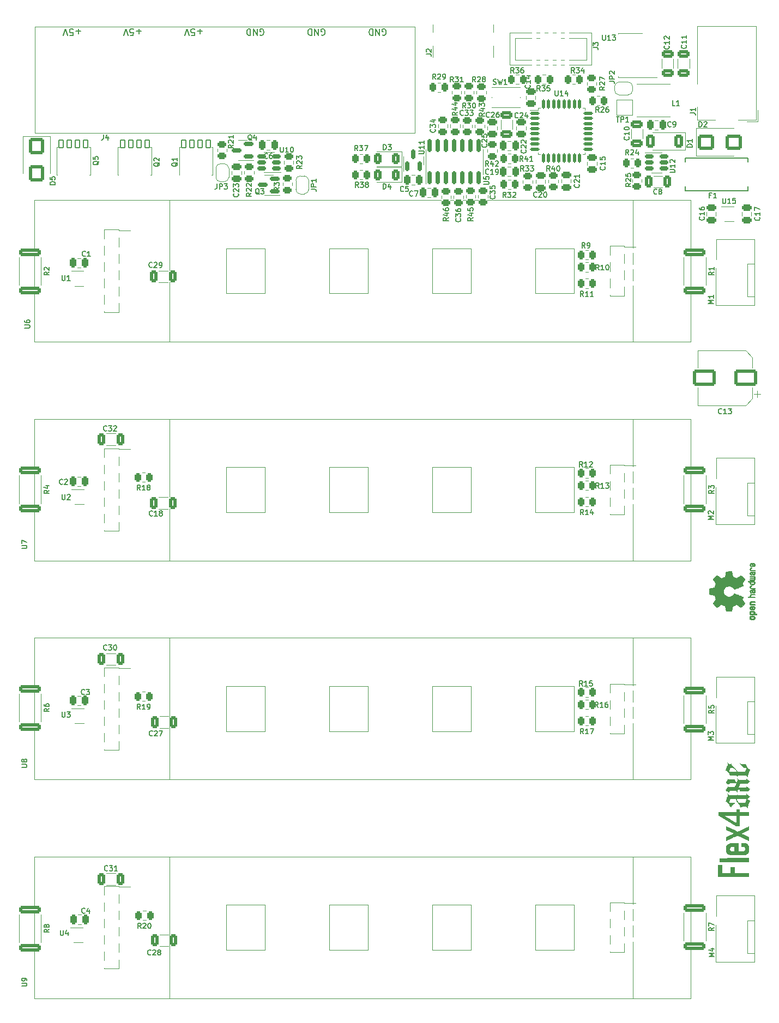
<source format=gto>
G04 #@! TF.GenerationSoftware,KiCad,Pcbnew,8.0.1-8.0.1-1~ubuntu22.04.1*
G04 #@! TF.CreationDate,2024-04-04T11:17:19+02:00*
G04 #@! TF.ProjectId,flex4axe,666c6578-3461-4786-952e-6b696361645f,302*
G04 #@! TF.SameCoordinates,Original*
G04 #@! TF.FileFunction,Legend,Top*
G04 #@! TF.FilePolarity,Positive*
%FSLAX46Y46*%
G04 Gerber Fmt 4.6, Leading zero omitted, Abs format (unit mm)*
G04 Created by KiCad (PCBNEW 8.0.1-8.0.1-1~ubuntu22.04.1) date 2024-04-04 11:17:19*
%MOMM*%
%LPD*%
G01*
G04 APERTURE LIST*
G04 Aperture macros list*
%AMRoundRect*
0 Rectangle with rounded corners*
0 $1 Rounding radius*
0 $2 $3 $4 $5 $6 $7 $8 $9 X,Y pos of 4 corners*
0 Add a 4 corners polygon primitive as box body*
4,1,4,$2,$3,$4,$5,$6,$7,$8,$9,$2,$3,0*
0 Add four circle primitives for the rounded corners*
1,1,$1+$1,$2,$3*
1,1,$1+$1,$4,$5*
1,1,$1+$1,$6,$7*
1,1,$1+$1,$8,$9*
0 Add four rect primitives between the rounded corners*
20,1,$1+$1,$2,$3,$4,$5,0*
20,1,$1+$1,$4,$5,$6,$7,0*
20,1,$1+$1,$6,$7,$8,$9,0*
20,1,$1+$1,$8,$9,$2,$3,0*%
%AMFreePoly0*
4,1,19,0.500000,-0.750000,0.000000,-0.750000,0.000000,-0.744911,-0.071157,-0.744911,-0.207708,-0.704816,-0.327430,-0.627875,-0.420627,-0.520320,-0.479746,-0.390866,-0.500000,-0.250000,-0.500000,0.250000,-0.479746,0.390866,-0.420627,0.520320,-0.327430,0.627875,-0.207708,0.704816,-0.071157,0.744911,0.000000,0.744911,0.000000,0.750000,0.500000,0.750000,0.500000,-0.750000,0.500000,-0.750000,
$1*%
%AMFreePoly1*
4,1,19,0.000000,0.744911,0.071157,0.744911,0.207708,0.704816,0.327430,0.627875,0.420627,0.520320,0.479746,0.390866,0.500000,0.250000,0.500000,-0.250000,0.479746,-0.390866,0.420627,-0.520320,0.327430,-0.627875,0.207708,-0.704816,0.071157,-0.744911,0.000000,-0.744911,0.000000,-0.750000,-0.500000,-0.750000,-0.500000,0.750000,0.000000,0.750000,0.000000,0.744911,0.000000,0.744911,
$1*%
%AMFreePoly2*
4,1,21,3.024497,2.399497,3.045000,2.350000,3.045000,-2.350000,3.024497,-2.399497,2.975000,-2.420000,1.425000,-2.420000,1.375503,-2.399497,1.355000,-2.350000,1.355000,-2.170000,-1.650000,-2.170000,-1.699497,-2.149497,-1.720000,-2.100000,-1.720000,2.100000,-1.699497,2.149497,-1.650000,2.170000,1.355000,2.170000,1.355000,2.350000,1.375503,2.399497,1.425000,2.420000,2.975000,2.420000,
3.024497,2.399497,3.024497,2.399497,$1*%
G04 Aperture macros list end*
%ADD10C,0.150000*%
%ADD11C,0.010000*%
%ADD12C,0.120000*%
%ADD13C,0.100000*%
%ADD14C,0.000000*%
%ADD15C,1.100000*%
%ADD16R,2.030000X1.730000*%
%ADD17O,2.030000X1.730000*%
%ADD18RoundRect,0.250000X0.250000X0.475000X-0.250000X0.475000X-0.250000X-0.475000X0.250000X-0.475000X0*%
%ADD19RoundRect,0.250000X-0.262500X-0.450000X0.262500X-0.450000X0.262500X0.450000X-0.262500X0.450000X0*%
%ADD20RoundRect,0.250000X0.450000X-0.262500X0.450000X0.262500X-0.450000X0.262500X-0.450000X-0.262500X0*%
%ADD21R,1.500000X4.000000*%
%ADD22RoundRect,0.250000X0.325000X0.650000X-0.325000X0.650000X-0.325000X-0.650000X0.325000X-0.650000X0*%
%ADD23RoundRect,0.250000X0.262500X0.450000X-0.262500X0.450000X-0.262500X-0.450000X0.262500X-0.450000X0*%
%ADD24C,2.500000*%
%ADD25C,0.900000*%
%ADD26C,8.600000*%
%ADD27R,3.000000X0.650000*%
%ADD28RoundRect,0.250000X0.475000X-0.250000X0.475000X0.250000X-0.475000X0.250000X-0.475000X-0.250000X0*%
%ADD29FreePoly0,180.000000*%
%ADD30FreePoly1,180.000000*%
%ADD31RoundRect,0.150000X0.150000X-0.587500X0.150000X0.587500X-0.150000X0.587500X-0.150000X-0.587500X0*%
%ADD32RoundRect,0.250000X-0.650000X0.325000X-0.650000X-0.325000X0.650000X-0.325000X0.650000X0.325000X0*%
%ADD33RoundRect,0.250000X0.450000X0.800000X-0.450000X0.800000X-0.450000X-0.800000X0.450000X-0.800000X0*%
%ADD34RoundRect,0.250000X-1.000000X-0.900000X1.000000X-0.900000X1.000000X0.900000X-1.000000X0.900000X0*%
%ADD35RoundRect,0.250000X0.375000X0.625000X-0.375000X0.625000X-0.375000X-0.625000X0.375000X-0.625000X0*%
%ADD36RoundRect,0.250000X-1.425000X0.362500X-1.425000X-0.362500X1.425000X-0.362500X1.425000X0.362500X0*%
%ADD37RoundRect,0.250000X-0.475000X0.250000X-0.475000X-0.250000X0.475000X-0.250000X0.475000X0.250000X0*%
%ADD38RoundRect,0.250000X-0.325000X-0.650000X0.325000X-0.650000X0.325000X0.650000X-0.325000X0.650000X0*%
%ADD39RoundRect,0.250000X-0.450000X0.262500X-0.450000X-0.262500X0.450000X-0.262500X0.450000X0.262500X0*%
%ADD40FreePoly0,90.000000*%
%ADD41FreePoly1,90.000000*%
%ADD42RoundRect,0.250000X-0.250000X-0.475000X0.250000X-0.475000X0.250000X0.475000X-0.250000X0.475000X0*%
%ADD43R,0.650000X2.760000*%
%ADD44R,2.000000X2.000000*%
%ADD45RoundRect,0.150000X0.587500X0.150000X-0.587500X0.150000X-0.587500X-0.150000X0.587500X-0.150000X0*%
%ADD46R,4.245000X3.810000*%
%ADD47RoundRect,0.150000X0.512500X0.150000X-0.512500X0.150000X-0.512500X-0.150000X0.512500X-0.150000X0*%
%ADD48RoundRect,0.150000X-0.512500X-0.150000X0.512500X-0.150000X0.512500X0.150000X-0.512500X0.150000X0*%
%ADD49R,0.650000X0.400000*%
%ADD50RoundRect,0.070000X0.350000X0.575000X-0.350000X0.575000X-0.350000X-0.575000X0.350000X-0.575000X0*%
%ADD51FreePoly2,270.000000*%
%ADD52RoundRect,0.250000X0.650000X-0.325000X0.650000X0.325000X-0.650000X0.325000X-0.650000X-0.325000X0*%
%ADD53R,2.000000X1.500000*%
%ADD54R,2.000000X3.800000*%
%ADD55C,0.650000*%
%ADD56R,0.600000X1.150000*%
%ADD57R,0.300000X1.150000*%
%ADD58O,1.000000X2.100000*%
%ADD59O,1.000000X1.800000*%
%ADD60C,3.500000*%
%ADD61R,2.600000X2.600000*%
%ADD62C,2.600000*%
%ADD63RoundRect,0.250000X1.500000X1.000000X-1.500000X1.000000X-1.500000X-1.000000X1.500000X-1.000000X0*%
%ADD64RoundRect,0.150000X0.150000X-0.825000X0.150000X0.825000X-0.150000X0.825000X-0.150000X-0.825000X0*%
%ADD65RoundRect,0.250000X-0.900000X1.000000X-0.900000X-1.000000X0.900000X-1.000000X0.900000X1.000000X0*%
%ADD66R,0.900000X1.000000*%
%ADD67FreePoly0,270.000000*%
%ADD68FreePoly1,270.000000*%
%ADD69RoundRect,0.125000X-0.625000X-0.125000X0.625000X-0.125000X0.625000X0.125000X-0.625000X0.125000X0*%
%ADD70RoundRect,0.125000X-0.125000X-0.625000X0.125000X-0.625000X0.125000X0.625000X-0.125000X0.625000X0*%
G04 APERTURE END LIST*
D10*
X110639411Y-33340561D02*
X110734649Y-33388180D01*
X110734649Y-33388180D02*
X110877506Y-33388180D01*
X110877506Y-33388180D02*
X111020363Y-33340561D01*
X111020363Y-33340561D02*
X111115601Y-33245323D01*
X111115601Y-33245323D02*
X111163220Y-33150085D01*
X111163220Y-33150085D02*
X111210839Y-32959609D01*
X111210839Y-32959609D02*
X111210839Y-32816752D01*
X111210839Y-32816752D02*
X111163220Y-32626276D01*
X111163220Y-32626276D02*
X111115601Y-32531038D01*
X111115601Y-32531038D02*
X111020363Y-32435800D01*
X111020363Y-32435800D02*
X110877506Y-32388180D01*
X110877506Y-32388180D02*
X110782268Y-32388180D01*
X110782268Y-32388180D02*
X110639411Y-32435800D01*
X110639411Y-32435800D02*
X110591792Y-32483419D01*
X110591792Y-32483419D02*
X110591792Y-32816752D01*
X110591792Y-32816752D02*
X110782268Y-32816752D01*
X110163220Y-32388180D02*
X110163220Y-33388180D01*
X110163220Y-33388180D02*
X109591792Y-32388180D01*
X109591792Y-32388180D02*
X109591792Y-33388180D01*
X109115601Y-32388180D02*
X109115601Y-33388180D01*
X109115601Y-33388180D02*
X108877506Y-33388180D01*
X108877506Y-33388180D02*
X108734649Y-33340561D01*
X108734649Y-33340561D02*
X108639411Y-33245323D01*
X108639411Y-33245323D02*
X108591792Y-33150085D01*
X108591792Y-33150085D02*
X108544173Y-32959609D01*
X108544173Y-32959609D02*
X108544173Y-32816752D01*
X108544173Y-32816752D02*
X108591792Y-32626276D01*
X108591792Y-32626276D02*
X108639411Y-32531038D01*
X108639411Y-32531038D02*
X108734649Y-32435800D01*
X108734649Y-32435800D02*
X108877506Y-32388180D01*
X108877506Y-32388180D02*
X109115601Y-32388180D01*
X91639411Y-33340561D02*
X91734649Y-33388180D01*
X91734649Y-33388180D02*
X91877506Y-33388180D01*
X91877506Y-33388180D02*
X92020363Y-33340561D01*
X92020363Y-33340561D02*
X92115601Y-33245323D01*
X92115601Y-33245323D02*
X92163220Y-33150085D01*
X92163220Y-33150085D02*
X92210839Y-32959609D01*
X92210839Y-32959609D02*
X92210839Y-32816752D01*
X92210839Y-32816752D02*
X92163220Y-32626276D01*
X92163220Y-32626276D02*
X92115601Y-32531038D01*
X92115601Y-32531038D02*
X92020363Y-32435800D01*
X92020363Y-32435800D02*
X91877506Y-32388180D01*
X91877506Y-32388180D02*
X91782268Y-32388180D01*
X91782268Y-32388180D02*
X91639411Y-32435800D01*
X91639411Y-32435800D02*
X91591792Y-32483419D01*
X91591792Y-32483419D02*
X91591792Y-32816752D01*
X91591792Y-32816752D02*
X91782268Y-32816752D01*
X91163220Y-32388180D02*
X91163220Y-33388180D01*
X91163220Y-33388180D02*
X90591792Y-32388180D01*
X90591792Y-32388180D02*
X90591792Y-33388180D01*
X90115601Y-32388180D02*
X90115601Y-33388180D01*
X90115601Y-33388180D02*
X89877506Y-33388180D01*
X89877506Y-33388180D02*
X89734649Y-33340561D01*
X89734649Y-33340561D02*
X89639411Y-33245323D01*
X89639411Y-33245323D02*
X89591792Y-33150085D01*
X89591792Y-33150085D02*
X89544173Y-32959609D01*
X89544173Y-32959609D02*
X89544173Y-32816752D01*
X89544173Y-32816752D02*
X89591792Y-32626276D01*
X89591792Y-32626276D02*
X89639411Y-32531038D01*
X89639411Y-32531038D02*
X89734649Y-32435800D01*
X89734649Y-32435800D02*
X89877506Y-32388180D01*
X89877506Y-32388180D02*
X90115601Y-32388180D01*
X82663220Y-32769133D02*
X81901316Y-32769133D01*
X82282268Y-32388180D02*
X82282268Y-33150085D01*
X80948935Y-33388180D02*
X81425125Y-33388180D01*
X81425125Y-33388180D02*
X81472744Y-32911990D01*
X81472744Y-32911990D02*
X81425125Y-32959609D01*
X81425125Y-32959609D02*
X81329887Y-33007228D01*
X81329887Y-33007228D02*
X81091792Y-33007228D01*
X81091792Y-33007228D02*
X80996554Y-32959609D01*
X80996554Y-32959609D02*
X80948935Y-32911990D01*
X80948935Y-32911990D02*
X80901316Y-32816752D01*
X80901316Y-32816752D02*
X80901316Y-32578657D01*
X80901316Y-32578657D02*
X80948935Y-32483419D01*
X80948935Y-32483419D02*
X80996554Y-32435800D01*
X80996554Y-32435800D02*
X81091792Y-32388180D01*
X81091792Y-32388180D02*
X81329887Y-32388180D01*
X81329887Y-32388180D02*
X81425125Y-32435800D01*
X81425125Y-32435800D02*
X81472744Y-32483419D01*
X80615601Y-33388180D02*
X80282268Y-32388180D01*
X80282268Y-32388180D02*
X79948935Y-33388180D01*
X73163220Y-32769133D02*
X72401316Y-32769133D01*
X72782268Y-32388180D02*
X72782268Y-33150085D01*
X71448935Y-33388180D02*
X71925125Y-33388180D01*
X71925125Y-33388180D02*
X71972744Y-32911990D01*
X71972744Y-32911990D02*
X71925125Y-32959609D01*
X71925125Y-32959609D02*
X71829887Y-33007228D01*
X71829887Y-33007228D02*
X71591792Y-33007228D01*
X71591792Y-33007228D02*
X71496554Y-32959609D01*
X71496554Y-32959609D02*
X71448935Y-32911990D01*
X71448935Y-32911990D02*
X71401316Y-32816752D01*
X71401316Y-32816752D02*
X71401316Y-32578657D01*
X71401316Y-32578657D02*
X71448935Y-32483419D01*
X71448935Y-32483419D02*
X71496554Y-32435800D01*
X71496554Y-32435800D02*
X71591792Y-32388180D01*
X71591792Y-32388180D02*
X71829887Y-32388180D01*
X71829887Y-32388180D02*
X71925125Y-32435800D01*
X71925125Y-32435800D02*
X71972744Y-32483419D01*
X71115601Y-33388180D02*
X70782268Y-32388180D01*
X70782268Y-32388180D02*
X70448935Y-33388180D01*
X63798220Y-32769133D02*
X63036316Y-32769133D01*
X63417268Y-32388180D02*
X63417268Y-33150085D01*
X62083935Y-33388180D02*
X62560125Y-33388180D01*
X62560125Y-33388180D02*
X62607744Y-32911990D01*
X62607744Y-32911990D02*
X62560125Y-32959609D01*
X62560125Y-32959609D02*
X62464887Y-33007228D01*
X62464887Y-33007228D02*
X62226792Y-33007228D01*
X62226792Y-33007228D02*
X62131554Y-32959609D01*
X62131554Y-32959609D02*
X62083935Y-32911990D01*
X62083935Y-32911990D02*
X62036316Y-32816752D01*
X62036316Y-32816752D02*
X62036316Y-32578657D01*
X62036316Y-32578657D02*
X62083935Y-32483419D01*
X62083935Y-32483419D02*
X62131554Y-32435800D01*
X62131554Y-32435800D02*
X62226792Y-32388180D01*
X62226792Y-32388180D02*
X62464887Y-32388180D01*
X62464887Y-32388180D02*
X62560125Y-32435800D01*
X62560125Y-32435800D02*
X62607744Y-32483419D01*
X61750601Y-33388180D02*
X61417268Y-32388180D01*
X61417268Y-32388180D02*
X61083935Y-33388180D01*
X101139411Y-33340561D02*
X101234649Y-33388180D01*
X101234649Y-33388180D02*
X101377506Y-33388180D01*
X101377506Y-33388180D02*
X101520363Y-33340561D01*
X101520363Y-33340561D02*
X101615601Y-33245323D01*
X101615601Y-33245323D02*
X101663220Y-33150085D01*
X101663220Y-33150085D02*
X101710839Y-32959609D01*
X101710839Y-32959609D02*
X101710839Y-32816752D01*
X101710839Y-32816752D02*
X101663220Y-32626276D01*
X101663220Y-32626276D02*
X101615601Y-32531038D01*
X101615601Y-32531038D02*
X101520363Y-32435800D01*
X101520363Y-32435800D02*
X101377506Y-32388180D01*
X101377506Y-32388180D02*
X101282268Y-32388180D01*
X101282268Y-32388180D02*
X101139411Y-32435800D01*
X101139411Y-32435800D02*
X101091792Y-32483419D01*
X101091792Y-32483419D02*
X101091792Y-32816752D01*
X101091792Y-32816752D02*
X101282268Y-32816752D01*
X100663220Y-32388180D02*
X100663220Y-33388180D01*
X100663220Y-33388180D02*
X100091792Y-32388180D01*
X100091792Y-32388180D02*
X100091792Y-33388180D01*
X99615601Y-32388180D02*
X99615601Y-33388180D01*
X99615601Y-33388180D02*
X99377506Y-33388180D01*
X99377506Y-33388180D02*
X99234649Y-33340561D01*
X99234649Y-33340561D02*
X99139411Y-33245323D01*
X99139411Y-33245323D02*
X99091792Y-33150085D01*
X99091792Y-33150085D02*
X99044173Y-32959609D01*
X99044173Y-32959609D02*
X99044173Y-32816752D01*
X99044173Y-32816752D02*
X99091792Y-32626276D01*
X99091792Y-32626276D02*
X99139411Y-32531038D01*
X99139411Y-32531038D02*
X99234649Y-32435800D01*
X99234649Y-32435800D02*
X99377506Y-32388180D01*
X99377506Y-32388180D02*
X99615601Y-32388180D01*
X162033295Y-142887618D02*
X161233295Y-142887618D01*
X161233295Y-142887618D02*
X161804723Y-142620952D01*
X161804723Y-142620952D02*
X161233295Y-142354285D01*
X161233295Y-142354285D02*
X162033295Y-142354285D01*
X161233295Y-142049523D02*
X161233295Y-141554285D01*
X161233295Y-141554285D02*
X161538057Y-141820951D01*
X161538057Y-141820951D02*
X161538057Y-141706666D01*
X161538057Y-141706666D02*
X161576152Y-141630475D01*
X161576152Y-141630475D02*
X161614247Y-141592380D01*
X161614247Y-141592380D02*
X161690438Y-141554285D01*
X161690438Y-141554285D02*
X161880914Y-141554285D01*
X161880914Y-141554285D02*
X161957104Y-141592380D01*
X161957104Y-141592380D02*
X161995200Y-141630475D01*
X161995200Y-141630475D02*
X162033295Y-141706666D01*
X162033295Y-141706666D02*
X162033295Y-141935237D01*
X162033295Y-141935237D02*
X161995200Y-142011428D01*
X161995200Y-142011428D02*
X161957104Y-142049523D01*
X162033295Y-75069618D02*
X161233295Y-75069618D01*
X161233295Y-75069618D02*
X161804723Y-74802952D01*
X161804723Y-74802952D02*
X161233295Y-74536285D01*
X161233295Y-74536285D02*
X162033295Y-74536285D01*
X162033295Y-73736285D02*
X162033295Y-74193428D01*
X162033295Y-73964856D02*
X161233295Y-73964856D01*
X161233295Y-73964856D02*
X161347580Y-74041047D01*
X161347580Y-74041047D02*
X161423771Y-74117237D01*
X161423771Y-74117237D02*
X161461866Y-74193428D01*
X60928267Y-103079904D02*
X60890171Y-103118000D01*
X60890171Y-103118000D02*
X60775886Y-103156095D01*
X60775886Y-103156095D02*
X60699695Y-103156095D01*
X60699695Y-103156095D02*
X60585409Y-103118000D01*
X60585409Y-103118000D02*
X60509219Y-103041809D01*
X60509219Y-103041809D02*
X60471124Y-102965619D01*
X60471124Y-102965619D02*
X60433028Y-102813238D01*
X60433028Y-102813238D02*
X60433028Y-102698952D01*
X60433028Y-102698952D02*
X60471124Y-102546571D01*
X60471124Y-102546571D02*
X60509219Y-102470380D01*
X60509219Y-102470380D02*
X60585409Y-102394190D01*
X60585409Y-102394190D02*
X60699695Y-102356095D01*
X60699695Y-102356095D02*
X60775886Y-102356095D01*
X60775886Y-102356095D02*
X60890171Y-102394190D01*
X60890171Y-102394190D02*
X60928267Y-102432285D01*
X61233028Y-102432285D02*
X61271124Y-102394190D01*
X61271124Y-102394190D02*
X61347314Y-102356095D01*
X61347314Y-102356095D02*
X61537790Y-102356095D01*
X61537790Y-102356095D02*
X61613981Y-102394190D01*
X61613981Y-102394190D02*
X61652076Y-102432285D01*
X61652076Y-102432285D02*
X61690171Y-102508476D01*
X61690171Y-102508476D02*
X61690171Y-102584666D01*
X61690171Y-102584666D02*
X61652076Y-102698952D01*
X61652076Y-102698952D02*
X61194933Y-103156095D01*
X61194933Y-103156095D02*
X61690171Y-103156095D01*
X118887714Y-40209295D02*
X118621047Y-39828342D01*
X118430571Y-40209295D02*
X118430571Y-39409295D01*
X118430571Y-39409295D02*
X118735333Y-39409295D01*
X118735333Y-39409295D02*
X118811523Y-39447390D01*
X118811523Y-39447390D02*
X118849618Y-39485485D01*
X118849618Y-39485485D02*
X118887714Y-39561676D01*
X118887714Y-39561676D02*
X118887714Y-39675961D01*
X118887714Y-39675961D02*
X118849618Y-39752152D01*
X118849618Y-39752152D02*
X118811523Y-39790247D01*
X118811523Y-39790247D02*
X118735333Y-39828342D01*
X118735333Y-39828342D02*
X118430571Y-39828342D01*
X119192475Y-39485485D02*
X119230571Y-39447390D01*
X119230571Y-39447390D02*
X119306761Y-39409295D01*
X119306761Y-39409295D02*
X119497237Y-39409295D01*
X119497237Y-39409295D02*
X119573428Y-39447390D01*
X119573428Y-39447390D02*
X119611523Y-39485485D01*
X119611523Y-39485485D02*
X119649618Y-39561676D01*
X119649618Y-39561676D02*
X119649618Y-39637866D01*
X119649618Y-39637866D02*
X119611523Y-39752152D01*
X119611523Y-39752152D02*
X119154380Y-40209295D01*
X119154380Y-40209295D02*
X119649618Y-40209295D01*
X120030571Y-40209295D02*
X120182952Y-40209295D01*
X120182952Y-40209295D02*
X120259142Y-40171200D01*
X120259142Y-40171200D02*
X120297238Y-40133104D01*
X120297238Y-40133104D02*
X120373428Y-40018819D01*
X120373428Y-40018819D02*
X120411523Y-39866438D01*
X120411523Y-39866438D02*
X120411523Y-39561676D01*
X120411523Y-39561676D02*
X120373428Y-39485485D01*
X120373428Y-39485485D02*
X120335333Y-39447390D01*
X120335333Y-39447390D02*
X120259142Y-39409295D01*
X120259142Y-39409295D02*
X120106761Y-39409295D01*
X120106761Y-39409295D02*
X120030571Y-39447390D01*
X120030571Y-39447390D02*
X119992476Y-39485485D01*
X119992476Y-39485485D02*
X119954380Y-39561676D01*
X119954380Y-39561676D02*
X119954380Y-39752152D01*
X119954380Y-39752152D02*
X119992476Y-39828342D01*
X119992476Y-39828342D02*
X120030571Y-39866438D01*
X120030571Y-39866438D02*
X120106761Y-39904533D01*
X120106761Y-39904533D02*
X120259142Y-39904533D01*
X120259142Y-39904533D02*
X120335333Y-39866438D01*
X120335333Y-39866438D02*
X120373428Y-39828342D01*
X120373428Y-39828342D02*
X120411523Y-39752152D01*
X94597295Y-57029285D02*
X94216342Y-57295952D01*
X94597295Y-57486428D02*
X93797295Y-57486428D01*
X93797295Y-57486428D02*
X93797295Y-57181666D01*
X93797295Y-57181666D02*
X93835390Y-57105476D01*
X93835390Y-57105476D02*
X93873485Y-57067381D01*
X93873485Y-57067381D02*
X93949676Y-57029285D01*
X93949676Y-57029285D02*
X94063961Y-57029285D01*
X94063961Y-57029285D02*
X94140152Y-57067381D01*
X94140152Y-57067381D02*
X94178247Y-57105476D01*
X94178247Y-57105476D02*
X94216342Y-57181666D01*
X94216342Y-57181666D02*
X94216342Y-57486428D01*
X93797295Y-56762619D02*
X93797295Y-56267381D01*
X93797295Y-56267381D02*
X94102057Y-56534047D01*
X94102057Y-56534047D02*
X94102057Y-56419762D01*
X94102057Y-56419762D02*
X94140152Y-56343571D01*
X94140152Y-56343571D02*
X94178247Y-56305476D01*
X94178247Y-56305476D02*
X94254438Y-56267381D01*
X94254438Y-56267381D02*
X94444914Y-56267381D01*
X94444914Y-56267381D02*
X94521104Y-56305476D01*
X94521104Y-56305476D02*
X94559200Y-56343571D01*
X94559200Y-56343571D02*
X94597295Y-56419762D01*
X94597295Y-56419762D02*
X94597295Y-56648333D01*
X94597295Y-56648333D02*
X94559200Y-56724524D01*
X94559200Y-56724524D02*
X94521104Y-56762619D01*
X94597295Y-55886428D02*
X94597295Y-55734047D01*
X94597295Y-55734047D02*
X94559200Y-55657857D01*
X94559200Y-55657857D02*
X94521104Y-55619761D01*
X94521104Y-55619761D02*
X94406819Y-55543571D01*
X94406819Y-55543571D02*
X94254438Y-55505476D01*
X94254438Y-55505476D02*
X93949676Y-55505476D01*
X93949676Y-55505476D02*
X93873485Y-55543571D01*
X93873485Y-55543571D02*
X93835390Y-55581666D01*
X93835390Y-55581666D02*
X93797295Y-55657857D01*
X93797295Y-55657857D02*
X93797295Y-55810238D01*
X93797295Y-55810238D02*
X93835390Y-55886428D01*
X93835390Y-55886428D02*
X93873485Y-55924523D01*
X93873485Y-55924523D02*
X93949676Y-55962619D01*
X93949676Y-55962619D02*
X94140152Y-55962619D01*
X94140152Y-55962619D02*
X94216342Y-55924523D01*
X94216342Y-55924523D02*
X94254438Y-55886428D01*
X94254438Y-55886428D02*
X94292533Y-55810238D01*
X94292533Y-55810238D02*
X94292533Y-55657857D01*
X94292533Y-55657857D02*
X94254438Y-55581666D01*
X94254438Y-55581666D02*
X94216342Y-55543571D01*
X94216342Y-55543571D02*
X94140152Y-55505476D01*
X156076666Y-44304295D02*
X155695714Y-44304295D01*
X155695714Y-44304295D02*
X155695714Y-43504295D01*
X156762380Y-44304295D02*
X156305237Y-44304295D01*
X156533809Y-44304295D02*
X156533809Y-43504295D01*
X156533809Y-43504295D02*
X156457618Y-43618580D01*
X156457618Y-43618580D02*
X156381428Y-43694771D01*
X156381428Y-43694771D02*
X156305237Y-43732866D01*
X162033295Y-108597618D02*
X161233295Y-108597618D01*
X161233295Y-108597618D02*
X161804723Y-108330952D01*
X161804723Y-108330952D02*
X161233295Y-108064285D01*
X161233295Y-108064285D02*
X162033295Y-108064285D01*
X161309485Y-107721428D02*
X161271390Y-107683332D01*
X161271390Y-107683332D02*
X161233295Y-107607142D01*
X161233295Y-107607142D02*
X161233295Y-107416666D01*
X161233295Y-107416666D02*
X161271390Y-107340475D01*
X161271390Y-107340475D02*
X161309485Y-107302380D01*
X161309485Y-107302380D02*
X161385676Y-107264285D01*
X161385676Y-107264285D02*
X161461866Y-107264285D01*
X161461866Y-107264285D02*
X161576152Y-107302380D01*
X161576152Y-107302380D02*
X162033295Y-107759523D01*
X162033295Y-107759523D02*
X162033295Y-107264285D01*
X153244667Y-57990104D02*
X153206571Y-58028200D01*
X153206571Y-58028200D02*
X153092286Y-58066295D01*
X153092286Y-58066295D02*
X153016095Y-58066295D01*
X153016095Y-58066295D02*
X152901809Y-58028200D01*
X152901809Y-58028200D02*
X152825619Y-57952009D01*
X152825619Y-57952009D02*
X152787524Y-57875819D01*
X152787524Y-57875819D02*
X152749428Y-57723438D01*
X152749428Y-57723438D02*
X152749428Y-57609152D01*
X152749428Y-57609152D02*
X152787524Y-57456771D01*
X152787524Y-57456771D02*
X152825619Y-57380580D01*
X152825619Y-57380580D02*
X152901809Y-57304390D01*
X152901809Y-57304390D02*
X153016095Y-57266295D01*
X153016095Y-57266295D02*
X153092286Y-57266295D01*
X153092286Y-57266295D02*
X153206571Y-57304390D01*
X153206571Y-57304390D02*
X153244667Y-57342485D01*
X153701809Y-57609152D02*
X153625619Y-57571057D01*
X153625619Y-57571057D02*
X153587524Y-57532961D01*
X153587524Y-57532961D02*
X153549428Y-57456771D01*
X153549428Y-57456771D02*
X153549428Y-57418676D01*
X153549428Y-57418676D02*
X153587524Y-57342485D01*
X153587524Y-57342485D02*
X153625619Y-57304390D01*
X153625619Y-57304390D02*
X153701809Y-57266295D01*
X153701809Y-57266295D02*
X153854190Y-57266295D01*
X153854190Y-57266295D02*
X153930381Y-57304390D01*
X153930381Y-57304390D02*
X153968476Y-57342485D01*
X153968476Y-57342485D02*
X154006571Y-57418676D01*
X154006571Y-57418676D02*
X154006571Y-57456771D01*
X154006571Y-57456771D02*
X153968476Y-57532961D01*
X153968476Y-57532961D02*
X153930381Y-57571057D01*
X153930381Y-57571057D02*
X153854190Y-57609152D01*
X153854190Y-57609152D02*
X153701809Y-57609152D01*
X153701809Y-57609152D02*
X153625619Y-57647247D01*
X153625619Y-57647247D02*
X153587524Y-57685342D01*
X153587524Y-57685342D02*
X153549428Y-57761533D01*
X153549428Y-57761533D02*
X153549428Y-57913914D01*
X153549428Y-57913914D02*
X153587524Y-57990104D01*
X153587524Y-57990104D02*
X153625619Y-58028200D01*
X153625619Y-58028200D02*
X153701809Y-58066295D01*
X153701809Y-58066295D02*
X153854190Y-58066295D01*
X153854190Y-58066295D02*
X153930381Y-58028200D01*
X153930381Y-58028200D02*
X153968476Y-57990104D01*
X153968476Y-57990104D02*
X154006571Y-57913914D01*
X154006571Y-57913914D02*
X154006571Y-57761533D01*
X154006571Y-57761533D02*
X153968476Y-57685342D01*
X153968476Y-57685342D02*
X153930381Y-57647247D01*
X153930381Y-57647247D02*
X153854190Y-57609152D01*
X141725714Y-134474295D02*
X141459047Y-134093342D01*
X141268571Y-134474295D02*
X141268571Y-133674295D01*
X141268571Y-133674295D02*
X141573333Y-133674295D01*
X141573333Y-133674295D02*
X141649523Y-133712390D01*
X141649523Y-133712390D02*
X141687618Y-133750485D01*
X141687618Y-133750485D02*
X141725714Y-133826676D01*
X141725714Y-133826676D02*
X141725714Y-133940961D01*
X141725714Y-133940961D02*
X141687618Y-134017152D01*
X141687618Y-134017152D02*
X141649523Y-134055247D01*
X141649523Y-134055247D02*
X141573333Y-134093342D01*
X141573333Y-134093342D02*
X141268571Y-134093342D01*
X142487618Y-134474295D02*
X142030475Y-134474295D01*
X142259047Y-134474295D02*
X142259047Y-133674295D01*
X142259047Y-133674295D02*
X142182856Y-133788580D01*
X142182856Y-133788580D02*
X142106666Y-133864771D01*
X142106666Y-133864771D02*
X142030475Y-133902866D01*
X143211428Y-133674295D02*
X142830476Y-133674295D01*
X142830476Y-133674295D02*
X142792380Y-134055247D01*
X142792380Y-134055247D02*
X142830476Y-134017152D01*
X142830476Y-134017152D02*
X142906666Y-133979057D01*
X142906666Y-133979057D02*
X143097142Y-133979057D01*
X143097142Y-133979057D02*
X143173333Y-134017152D01*
X143173333Y-134017152D02*
X143211428Y-134055247D01*
X143211428Y-134055247D02*
X143249523Y-134131438D01*
X143249523Y-134131438D02*
X143249523Y-134321914D01*
X143249523Y-134321914D02*
X143211428Y-134398104D01*
X143211428Y-134398104D02*
X143173333Y-134436200D01*
X143173333Y-134436200D02*
X143097142Y-134474295D01*
X143097142Y-134474295D02*
X142906666Y-134474295D01*
X142906666Y-134474295D02*
X142830476Y-134436200D01*
X142830476Y-134436200D02*
X142792380Y-134398104D01*
X54604295Y-181109523D02*
X55251914Y-181109523D01*
X55251914Y-181109523D02*
X55328104Y-181071428D01*
X55328104Y-181071428D02*
X55366200Y-181033333D01*
X55366200Y-181033333D02*
X55404295Y-180957142D01*
X55404295Y-180957142D02*
X55404295Y-180804761D01*
X55404295Y-180804761D02*
X55366200Y-180728571D01*
X55366200Y-180728571D02*
X55328104Y-180690476D01*
X55328104Y-180690476D02*
X55251914Y-180652380D01*
X55251914Y-180652380D02*
X54604295Y-180652380D01*
X55404295Y-180233333D02*
X55404295Y-180080952D01*
X55404295Y-180080952D02*
X55366200Y-180004762D01*
X55366200Y-180004762D02*
X55328104Y-179966666D01*
X55328104Y-179966666D02*
X55213819Y-179890476D01*
X55213819Y-179890476D02*
X55061438Y-179852381D01*
X55061438Y-179852381D02*
X54756676Y-179852381D01*
X54756676Y-179852381D02*
X54680485Y-179890476D01*
X54680485Y-179890476D02*
X54642390Y-179928571D01*
X54642390Y-179928571D02*
X54604295Y-180004762D01*
X54604295Y-180004762D02*
X54604295Y-180157143D01*
X54604295Y-180157143D02*
X54642390Y-180233333D01*
X54642390Y-180233333D02*
X54680485Y-180271428D01*
X54680485Y-180271428D02*
X54756676Y-180309524D01*
X54756676Y-180309524D02*
X54947152Y-180309524D01*
X54947152Y-180309524D02*
X55023342Y-180271428D01*
X55023342Y-180271428D02*
X55061438Y-180233333D01*
X55061438Y-180233333D02*
X55099533Y-180157143D01*
X55099533Y-180157143D02*
X55099533Y-180004762D01*
X55099533Y-180004762D02*
X55061438Y-179928571D01*
X55061438Y-179928571D02*
X55023342Y-179890476D01*
X55023342Y-179890476D02*
X54947152Y-179852381D01*
X131692714Y-46133104D02*
X131654618Y-46171200D01*
X131654618Y-46171200D02*
X131540333Y-46209295D01*
X131540333Y-46209295D02*
X131464142Y-46209295D01*
X131464142Y-46209295D02*
X131349856Y-46171200D01*
X131349856Y-46171200D02*
X131273666Y-46095009D01*
X131273666Y-46095009D02*
X131235571Y-46018819D01*
X131235571Y-46018819D02*
X131197475Y-45866438D01*
X131197475Y-45866438D02*
X131197475Y-45752152D01*
X131197475Y-45752152D02*
X131235571Y-45599771D01*
X131235571Y-45599771D02*
X131273666Y-45523580D01*
X131273666Y-45523580D02*
X131349856Y-45447390D01*
X131349856Y-45447390D02*
X131464142Y-45409295D01*
X131464142Y-45409295D02*
X131540333Y-45409295D01*
X131540333Y-45409295D02*
X131654618Y-45447390D01*
X131654618Y-45447390D02*
X131692714Y-45485485D01*
X131997475Y-45485485D02*
X132035571Y-45447390D01*
X132035571Y-45447390D02*
X132111761Y-45409295D01*
X132111761Y-45409295D02*
X132302237Y-45409295D01*
X132302237Y-45409295D02*
X132378428Y-45447390D01*
X132378428Y-45447390D02*
X132416523Y-45485485D01*
X132416523Y-45485485D02*
X132454618Y-45561676D01*
X132454618Y-45561676D02*
X132454618Y-45637866D01*
X132454618Y-45637866D02*
X132416523Y-45752152D01*
X132416523Y-45752152D02*
X131959380Y-46209295D01*
X131959380Y-46209295D02*
X132454618Y-46209295D01*
X133140333Y-45675961D02*
X133140333Y-46209295D01*
X132949857Y-45371200D02*
X132759380Y-45942628D01*
X132759380Y-45942628D02*
X133254619Y-45942628D01*
X145866295Y-40544666D02*
X146437723Y-40544666D01*
X146437723Y-40544666D02*
X146552009Y-40582761D01*
X146552009Y-40582761D02*
X146628200Y-40658952D01*
X146628200Y-40658952D02*
X146666295Y-40773237D01*
X146666295Y-40773237D02*
X146666295Y-40849428D01*
X146666295Y-40163713D02*
X145866295Y-40163713D01*
X145866295Y-40163713D02*
X145866295Y-39858951D01*
X145866295Y-39858951D02*
X145904390Y-39782761D01*
X145904390Y-39782761D02*
X145942485Y-39744666D01*
X145942485Y-39744666D02*
X146018676Y-39706570D01*
X146018676Y-39706570D02*
X146132961Y-39706570D01*
X146132961Y-39706570D02*
X146209152Y-39744666D01*
X146209152Y-39744666D02*
X146247247Y-39782761D01*
X146247247Y-39782761D02*
X146285342Y-39858951D01*
X146285342Y-39858951D02*
X146285342Y-40163713D01*
X145942485Y-39401809D02*
X145904390Y-39363713D01*
X145904390Y-39363713D02*
X145866295Y-39287523D01*
X145866295Y-39287523D02*
X145866295Y-39097047D01*
X145866295Y-39097047D02*
X145904390Y-39020856D01*
X145904390Y-39020856D02*
X145942485Y-38982761D01*
X145942485Y-38982761D02*
X146018676Y-38944666D01*
X146018676Y-38944666D02*
X146094866Y-38944666D01*
X146094866Y-38944666D02*
X146209152Y-38982761D01*
X146209152Y-38982761D02*
X146666295Y-39439904D01*
X146666295Y-39439904D02*
X146666295Y-38944666D01*
X124695295Y-61728285D02*
X124314342Y-61994952D01*
X124695295Y-62185428D02*
X123895295Y-62185428D01*
X123895295Y-62185428D02*
X123895295Y-61880666D01*
X123895295Y-61880666D02*
X123933390Y-61804476D01*
X123933390Y-61804476D02*
X123971485Y-61766381D01*
X123971485Y-61766381D02*
X124047676Y-61728285D01*
X124047676Y-61728285D02*
X124161961Y-61728285D01*
X124161961Y-61728285D02*
X124238152Y-61766381D01*
X124238152Y-61766381D02*
X124276247Y-61804476D01*
X124276247Y-61804476D02*
X124314342Y-61880666D01*
X124314342Y-61880666D02*
X124314342Y-62185428D01*
X124161961Y-61042571D02*
X124695295Y-61042571D01*
X123857200Y-61233047D02*
X124428628Y-61423524D01*
X124428628Y-61423524D02*
X124428628Y-60928285D01*
X123895295Y-60242571D02*
X123895295Y-60623523D01*
X123895295Y-60623523D02*
X124276247Y-60661619D01*
X124276247Y-60661619D02*
X124238152Y-60623523D01*
X124238152Y-60623523D02*
X124200057Y-60547333D01*
X124200057Y-60547333D02*
X124200057Y-60356857D01*
X124200057Y-60356857D02*
X124238152Y-60280666D01*
X124238152Y-60280666D02*
X124276247Y-60242571D01*
X124276247Y-60242571D02*
X124352438Y-60204476D01*
X124352438Y-60204476D02*
X124542914Y-60204476D01*
X124542914Y-60204476D02*
X124619104Y-60242571D01*
X124619104Y-60242571D02*
X124657200Y-60280666D01*
X124657200Y-60280666D02*
X124695295Y-60356857D01*
X124695295Y-60356857D02*
X124695295Y-60547333D01*
X124695295Y-60547333D02*
X124657200Y-60623523D01*
X124657200Y-60623523D02*
X124619104Y-60661619D01*
X118777104Y-47988785D02*
X118815200Y-48026881D01*
X118815200Y-48026881D02*
X118853295Y-48141166D01*
X118853295Y-48141166D02*
X118853295Y-48217357D01*
X118853295Y-48217357D02*
X118815200Y-48331643D01*
X118815200Y-48331643D02*
X118739009Y-48407833D01*
X118739009Y-48407833D02*
X118662819Y-48445928D01*
X118662819Y-48445928D02*
X118510438Y-48484024D01*
X118510438Y-48484024D02*
X118396152Y-48484024D01*
X118396152Y-48484024D02*
X118243771Y-48445928D01*
X118243771Y-48445928D02*
X118167580Y-48407833D01*
X118167580Y-48407833D02*
X118091390Y-48331643D01*
X118091390Y-48331643D02*
X118053295Y-48217357D01*
X118053295Y-48217357D02*
X118053295Y-48141166D01*
X118053295Y-48141166D02*
X118091390Y-48026881D01*
X118091390Y-48026881D02*
X118129485Y-47988785D01*
X118053295Y-47722119D02*
X118053295Y-47226881D01*
X118053295Y-47226881D02*
X118358057Y-47493547D01*
X118358057Y-47493547D02*
X118358057Y-47379262D01*
X118358057Y-47379262D02*
X118396152Y-47303071D01*
X118396152Y-47303071D02*
X118434247Y-47264976D01*
X118434247Y-47264976D02*
X118510438Y-47226881D01*
X118510438Y-47226881D02*
X118700914Y-47226881D01*
X118700914Y-47226881D02*
X118777104Y-47264976D01*
X118777104Y-47264976D02*
X118815200Y-47303071D01*
X118815200Y-47303071D02*
X118853295Y-47379262D01*
X118853295Y-47379262D02*
X118853295Y-47607833D01*
X118853295Y-47607833D02*
X118815200Y-47684024D01*
X118815200Y-47684024D02*
X118777104Y-47722119D01*
X118319961Y-46541166D02*
X118853295Y-46541166D01*
X118015200Y-46731642D02*
X118586628Y-46922119D01*
X118586628Y-46922119D02*
X118586628Y-46426880D01*
X116275295Y-51790475D02*
X116922914Y-51790475D01*
X116922914Y-51790475D02*
X116999104Y-51752380D01*
X116999104Y-51752380D02*
X117037200Y-51714285D01*
X117037200Y-51714285D02*
X117075295Y-51638094D01*
X117075295Y-51638094D02*
X117075295Y-51485713D01*
X117075295Y-51485713D02*
X117037200Y-51409523D01*
X117037200Y-51409523D02*
X116999104Y-51371428D01*
X116999104Y-51371428D02*
X116922914Y-51333332D01*
X116922914Y-51333332D02*
X116275295Y-51333332D01*
X117075295Y-50533333D02*
X117075295Y-50990476D01*
X117075295Y-50761904D02*
X116275295Y-50761904D01*
X116275295Y-50761904D02*
X116389580Y-50838095D01*
X116389580Y-50838095D02*
X116465771Y-50914285D01*
X116465771Y-50914285D02*
X116503866Y-50990476D01*
X117075295Y-49771428D02*
X117075295Y-50228571D01*
X117075295Y-49999999D02*
X116275295Y-49999999D01*
X116275295Y-49999999D02*
X116389580Y-50076190D01*
X116389580Y-50076190D02*
X116465771Y-50152380D01*
X116465771Y-50152380D02*
X116503866Y-50228571D01*
X129823214Y-58562295D02*
X129556547Y-58181342D01*
X129366071Y-58562295D02*
X129366071Y-57762295D01*
X129366071Y-57762295D02*
X129670833Y-57762295D01*
X129670833Y-57762295D02*
X129747023Y-57800390D01*
X129747023Y-57800390D02*
X129785118Y-57838485D01*
X129785118Y-57838485D02*
X129823214Y-57914676D01*
X129823214Y-57914676D02*
X129823214Y-58028961D01*
X129823214Y-58028961D02*
X129785118Y-58105152D01*
X129785118Y-58105152D02*
X129747023Y-58143247D01*
X129747023Y-58143247D02*
X129670833Y-58181342D01*
X129670833Y-58181342D02*
X129366071Y-58181342D01*
X130089880Y-57762295D02*
X130585118Y-57762295D01*
X130585118Y-57762295D02*
X130318452Y-58067057D01*
X130318452Y-58067057D02*
X130432737Y-58067057D01*
X130432737Y-58067057D02*
X130508928Y-58105152D01*
X130508928Y-58105152D02*
X130547023Y-58143247D01*
X130547023Y-58143247D02*
X130585118Y-58219438D01*
X130585118Y-58219438D02*
X130585118Y-58409914D01*
X130585118Y-58409914D02*
X130547023Y-58486104D01*
X130547023Y-58486104D02*
X130508928Y-58524200D01*
X130508928Y-58524200D02*
X130432737Y-58562295D01*
X130432737Y-58562295D02*
X130204166Y-58562295D01*
X130204166Y-58562295D02*
X130127975Y-58524200D01*
X130127975Y-58524200D02*
X130089880Y-58486104D01*
X130889880Y-57838485D02*
X130927976Y-57800390D01*
X130927976Y-57800390D02*
X131004166Y-57762295D01*
X131004166Y-57762295D02*
X131194642Y-57762295D01*
X131194642Y-57762295D02*
X131270833Y-57800390D01*
X131270833Y-57800390D02*
X131308928Y-57838485D01*
X131308928Y-57838485D02*
X131347023Y-57914676D01*
X131347023Y-57914676D02*
X131347023Y-57990866D01*
X131347023Y-57990866D02*
X131308928Y-58105152D01*
X131308928Y-58105152D02*
X130851785Y-58562295D01*
X130851785Y-58562295D02*
X131347023Y-58562295D01*
X54604295Y-113109523D02*
X55251914Y-113109523D01*
X55251914Y-113109523D02*
X55328104Y-113071428D01*
X55328104Y-113071428D02*
X55366200Y-113033333D01*
X55366200Y-113033333D02*
X55404295Y-112957142D01*
X55404295Y-112957142D02*
X55404295Y-112804761D01*
X55404295Y-112804761D02*
X55366200Y-112728571D01*
X55366200Y-112728571D02*
X55328104Y-112690476D01*
X55328104Y-112690476D02*
X55251914Y-112652380D01*
X55251914Y-112652380D02*
X54604295Y-112652380D01*
X54604295Y-112347619D02*
X54604295Y-111814285D01*
X54604295Y-111814285D02*
X55404295Y-112157143D01*
X155099104Y-35058285D02*
X155137200Y-35096381D01*
X155137200Y-35096381D02*
X155175295Y-35210666D01*
X155175295Y-35210666D02*
X155175295Y-35286857D01*
X155175295Y-35286857D02*
X155137200Y-35401143D01*
X155137200Y-35401143D02*
X155061009Y-35477333D01*
X155061009Y-35477333D02*
X154984819Y-35515428D01*
X154984819Y-35515428D02*
X154832438Y-35553524D01*
X154832438Y-35553524D02*
X154718152Y-35553524D01*
X154718152Y-35553524D02*
X154565771Y-35515428D01*
X154565771Y-35515428D02*
X154489580Y-35477333D01*
X154489580Y-35477333D02*
X154413390Y-35401143D01*
X154413390Y-35401143D02*
X154375295Y-35286857D01*
X154375295Y-35286857D02*
X154375295Y-35210666D01*
X154375295Y-35210666D02*
X154413390Y-35096381D01*
X154413390Y-35096381D02*
X154451485Y-35058285D01*
X155175295Y-34296381D02*
X155175295Y-34753524D01*
X155175295Y-34524952D02*
X154375295Y-34524952D01*
X154375295Y-34524952D02*
X154489580Y-34601143D01*
X154489580Y-34601143D02*
X154565771Y-34677333D01*
X154565771Y-34677333D02*
X154603866Y-34753524D01*
X154451485Y-33991619D02*
X154413390Y-33953523D01*
X154413390Y-33953523D02*
X154375295Y-33877333D01*
X154375295Y-33877333D02*
X154375295Y-33686857D01*
X154375295Y-33686857D02*
X154413390Y-33610666D01*
X154413390Y-33610666D02*
X154451485Y-33572571D01*
X154451485Y-33572571D02*
X154527676Y-33534476D01*
X154527676Y-33534476D02*
X154603866Y-33534476D01*
X154603866Y-33534476D02*
X154718152Y-33572571D01*
X154718152Y-33572571D02*
X155175295Y-34029714D01*
X155175295Y-34029714D02*
X155175295Y-33534476D01*
X158731295Y-50755475D02*
X157931295Y-50755475D01*
X157931295Y-50755475D02*
X157931295Y-50564999D01*
X157931295Y-50564999D02*
X157969390Y-50450713D01*
X157969390Y-50450713D02*
X158045580Y-50374523D01*
X158045580Y-50374523D02*
X158121771Y-50336428D01*
X158121771Y-50336428D02*
X158274152Y-50298332D01*
X158274152Y-50298332D02*
X158388438Y-50298332D01*
X158388438Y-50298332D02*
X158540819Y-50336428D01*
X158540819Y-50336428D02*
X158617009Y-50374523D01*
X158617009Y-50374523D02*
X158693200Y-50450713D01*
X158693200Y-50450713D02*
X158731295Y-50564999D01*
X158731295Y-50564999D02*
X158731295Y-50755475D01*
X158731295Y-49536428D02*
X158731295Y-49993571D01*
X158731295Y-49764999D02*
X157931295Y-49764999D01*
X157931295Y-49764999D02*
X158045580Y-49841190D01*
X158045580Y-49841190D02*
X158121771Y-49917380D01*
X158121771Y-49917380D02*
X158159866Y-49993571D01*
X159810524Y-47606295D02*
X159810524Y-46806295D01*
X159810524Y-46806295D02*
X160001000Y-46806295D01*
X160001000Y-46806295D02*
X160115286Y-46844390D01*
X160115286Y-46844390D02*
X160191476Y-46920580D01*
X160191476Y-46920580D02*
X160229571Y-46996771D01*
X160229571Y-46996771D02*
X160267667Y-47149152D01*
X160267667Y-47149152D02*
X160267667Y-47263438D01*
X160267667Y-47263438D02*
X160229571Y-47415819D01*
X160229571Y-47415819D02*
X160191476Y-47492009D01*
X160191476Y-47492009D02*
X160115286Y-47568200D01*
X160115286Y-47568200D02*
X160001000Y-47606295D01*
X160001000Y-47606295D02*
X159810524Y-47606295D01*
X160572428Y-46882485D02*
X160610524Y-46844390D01*
X160610524Y-46844390D02*
X160686714Y-46806295D01*
X160686714Y-46806295D02*
X160877190Y-46806295D01*
X160877190Y-46806295D02*
X160953381Y-46844390D01*
X160953381Y-46844390D02*
X160991476Y-46882485D01*
X160991476Y-46882485D02*
X161029571Y-46958676D01*
X161029571Y-46958676D02*
X161029571Y-47034866D01*
X161029571Y-47034866D02*
X160991476Y-47149152D01*
X160991476Y-47149152D02*
X160534333Y-47606295D01*
X160534333Y-47606295D02*
X161029571Y-47606295D01*
X110765024Y-51162295D02*
X110765024Y-50362295D01*
X110765024Y-50362295D02*
X110955500Y-50362295D01*
X110955500Y-50362295D02*
X111069786Y-50400390D01*
X111069786Y-50400390D02*
X111145976Y-50476580D01*
X111145976Y-50476580D02*
X111184071Y-50552771D01*
X111184071Y-50552771D02*
X111222167Y-50705152D01*
X111222167Y-50705152D02*
X111222167Y-50819438D01*
X111222167Y-50819438D02*
X111184071Y-50971819D01*
X111184071Y-50971819D02*
X111145976Y-51048009D01*
X111145976Y-51048009D02*
X111069786Y-51124200D01*
X111069786Y-51124200D02*
X110955500Y-51162295D01*
X110955500Y-51162295D02*
X110765024Y-51162295D01*
X111488833Y-50362295D02*
X111984071Y-50362295D01*
X111984071Y-50362295D02*
X111717405Y-50667057D01*
X111717405Y-50667057D02*
X111831690Y-50667057D01*
X111831690Y-50667057D02*
X111907881Y-50705152D01*
X111907881Y-50705152D02*
X111945976Y-50743247D01*
X111945976Y-50743247D02*
X111984071Y-50819438D01*
X111984071Y-50819438D02*
X111984071Y-51009914D01*
X111984071Y-51009914D02*
X111945976Y-51086104D01*
X111945976Y-51086104D02*
X111907881Y-51124200D01*
X111907881Y-51124200D02*
X111831690Y-51162295D01*
X111831690Y-51162295D02*
X111603119Y-51162295D01*
X111603119Y-51162295D02*
X111526928Y-51124200D01*
X111526928Y-51124200D02*
X111488833Y-51086104D01*
X92775166Y-52457704D02*
X92737070Y-52495800D01*
X92737070Y-52495800D02*
X92622785Y-52533895D01*
X92622785Y-52533895D02*
X92546594Y-52533895D01*
X92546594Y-52533895D02*
X92432308Y-52495800D01*
X92432308Y-52495800D02*
X92356118Y-52419609D01*
X92356118Y-52419609D02*
X92318023Y-52343419D01*
X92318023Y-52343419D02*
X92279927Y-52191038D01*
X92279927Y-52191038D02*
X92279927Y-52076752D01*
X92279927Y-52076752D02*
X92318023Y-51924371D01*
X92318023Y-51924371D02*
X92356118Y-51848180D01*
X92356118Y-51848180D02*
X92432308Y-51771990D01*
X92432308Y-51771990D02*
X92546594Y-51733895D01*
X92546594Y-51733895D02*
X92622785Y-51733895D01*
X92622785Y-51733895D02*
X92737070Y-51771990D01*
X92737070Y-51771990D02*
X92775166Y-51810085D01*
X93460880Y-51733895D02*
X93308499Y-51733895D01*
X93308499Y-51733895D02*
X93232308Y-51771990D01*
X93232308Y-51771990D02*
X93194213Y-51810085D01*
X93194213Y-51810085D02*
X93118023Y-51924371D01*
X93118023Y-51924371D02*
X93079927Y-52076752D01*
X93079927Y-52076752D02*
X93079927Y-52381514D01*
X93079927Y-52381514D02*
X93118023Y-52457704D01*
X93118023Y-52457704D02*
X93156118Y-52495800D01*
X93156118Y-52495800D02*
X93232308Y-52533895D01*
X93232308Y-52533895D02*
X93384689Y-52533895D01*
X93384689Y-52533895D02*
X93460880Y-52495800D01*
X93460880Y-52495800D02*
X93498975Y-52457704D01*
X93498975Y-52457704D02*
X93537070Y-52381514D01*
X93537070Y-52381514D02*
X93537070Y-52191038D01*
X93537070Y-52191038D02*
X93498975Y-52114847D01*
X93498975Y-52114847D02*
X93460880Y-52076752D01*
X93460880Y-52076752D02*
X93384689Y-52038657D01*
X93384689Y-52038657D02*
X93232308Y-52038657D01*
X93232308Y-52038657D02*
X93156118Y-52076752D01*
X93156118Y-52076752D02*
X93118023Y-52114847D01*
X93118023Y-52114847D02*
X93079927Y-52191038D01*
X58862295Y-104080332D02*
X58481342Y-104346999D01*
X58862295Y-104537475D02*
X58062295Y-104537475D01*
X58062295Y-104537475D02*
X58062295Y-104232713D01*
X58062295Y-104232713D02*
X58100390Y-104156523D01*
X58100390Y-104156523D02*
X58138485Y-104118428D01*
X58138485Y-104118428D02*
X58214676Y-104080332D01*
X58214676Y-104080332D02*
X58328961Y-104080332D01*
X58328961Y-104080332D02*
X58405152Y-104118428D01*
X58405152Y-104118428D02*
X58443247Y-104156523D01*
X58443247Y-104156523D02*
X58481342Y-104232713D01*
X58481342Y-104232713D02*
X58481342Y-104537475D01*
X58328961Y-103394618D02*
X58862295Y-103394618D01*
X58024200Y-103585094D02*
X58595628Y-103775571D01*
X58595628Y-103775571D02*
X58595628Y-103280332D01*
X131057714Y-39224295D02*
X130791047Y-38843342D01*
X130600571Y-39224295D02*
X130600571Y-38424295D01*
X130600571Y-38424295D02*
X130905333Y-38424295D01*
X130905333Y-38424295D02*
X130981523Y-38462390D01*
X130981523Y-38462390D02*
X131019618Y-38500485D01*
X131019618Y-38500485D02*
X131057714Y-38576676D01*
X131057714Y-38576676D02*
X131057714Y-38690961D01*
X131057714Y-38690961D02*
X131019618Y-38767152D01*
X131019618Y-38767152D02*
X130981523Y-38805247D01*
X130981523Y-38805247D02*
X130905333Y-38843342D01*
X130905333Y-38843342D02*
X130600571Y-38843342D01*
X131324380Y-38424295D02*
X131819618Y-38424295D01*
X131819618Y-38424295D02*
X131552952Y-38729057D01*
X131552952Y-38729057D02*
X131667237Y-38729057D01*
X131667237Y-38729057D02*
X131743428Y-38767152D01*
X131743428Y-38767152D02*
X131781523Y-38805247D01*
X131781523Y-38805247D02*
X131819618Y-38881438D01*
X131819618Y-38881438D02*
X131819618Y-39071914D01*
X131819618Y-39071914D02*
X131781523Y-39148104D01*
X131781523Y-39148104D02*
X131743428Y-39186200D01*
X131743428Y-39186200D02*
X131667237Y-39224295D01*
X131667237Y-39224295D02*
X131438666Y-39224295D01*
X131438666Y-39224295D02*
X131362475Y-39186200D01*
X131362475Y-39186200D02*
X131324380Y-39148104D01*
X132505333Y-38424295D02*
X132352952Y-38424295D01*
X132352952Y-38424295D02*
X132276761Y-38462390D01*
X132276761Y-38462390D02*
X132238666Y-38500485D01*
X132238666Y-38500485D02*
X132162476Y-38614771D01*
X132162476Y-38614771D02*
X132124380Y-38767152D01*
X132124380Y-38767152D02*
X132124380Y-39071914D01*
X132124380Y-39071914D02*
X132162476Y-39148104D01*
X132162476Y-39148104D02*
X132200571Y-39186200D01*
X132200571Y-39186200D02*
X132276761Y-39224295D01*
X132276761Y-39224295D02*
X132429142Y-39224295D01*
X132429142Y-39224295D02*
X132505333Y-39186200D01*
X132505333Y-39186200D02*
X132543428Y-39148104D01*
X132543428Y-39148104D02*
X132581523Y-39071914D01*
X132581523Y-39071914D02*
X132581523Y-38881438D01*
X132581523Y-38881438D02*
X132543428Y-38805247D01*
X132543428Y-38805247D02*
X132505333Y-38767152D01*
X132505333Y-38767152D02*
X132429142Y-38729057D01*
X132429142Y-38729057D02*
X132276761Y-38729057D01*
X132276761Y-38729057D02*
X132200571Y-38767152D01*
X132200571Y-38767152D02*
X132162476Y-38805247D01*
X132162476Y-38805247D02*
X132124380Y-38881438D01*
X134613714Y-58452104D02*
X134575618Y-58490200D01*
X134575618Y-58490200D02*
X134461333Y-58528295D01*
X134461333Y-58528295D02*
X134385142Y-58528295D01*
X134385142Y-58528295D02*
X134270856Y-58490200D01*
X134270856Y-58490200D02*
X134194666Y-58414009D01*
X134194666Y-58414009D02*
X134156571Y-58337819D01*
X134156571Y-58337819D02*
X134118475Y-58185438D01*
X134118475Y-58185438D02*
X134118475Y-58071152D01*
X134118475Y-58071152D02*
X134156571Y-57918771D01*
X134156571Y-57918771D02*
X134194666Y-57842580D01*
X134194666Y-57842580D02*
X134270856Y-57766390D01*
X134270856Y-57766390D02*
X134385142Y-57728295D01*
X134385142Y-57728295D02*
X134461333Y-57728295D01*
X134461333Y-57728295D02*
X134575618Y-57766390D01*
X134575618Y-57766390D02*
X134613714Y-57804485D01*
X134918475Y-57804485D02*
X134956571Y-57766390D01*
X134956571Y-57766390D02*
X135032761Y-57728295D01*
X135032761Y-57728295D02*
X135223237Y-57728295D01*
X135223237Y-57728295D02*
X135299428Y-57766390D01*
X135299428Y-57766390D02*
X135337523Y-57804485D01*
X135337523Y-57804485D02*
X135375618Y-57880676D01*
X135375618Y-57880676D02*
X135375618Y-57956866D01*
X135375618Y-57956866D02*
X135337523Y-58071152D01*
X135337523Y-58071152D02*
X134880380Y-58528295D01*
X134880380Y-58528295D02*
X135375618Y-58528295D01*
X135870857Y-57728295D02*
X135947047Y-57728295D01*
X135947047Y-57728295D02*
X136023238Y-57766390D01*
X136023238Y-57766390D02*
X136061333Y-57804485D01*
X136061333Y-57804485D02*
X136099428Y-57880676D01*
X136099428Y-57880676D02*
X136137523Y-58033057D01*
X136137523Y-58033057D02*
X136137523Y-58223533D01*
X136137523Y-58223533D02*
X136099428Y-58375914D01*
X136099428Y-58375914D02*
X136061333Y-58452104D01*
X136061333Y-58452104D02*
X136023238Y-58490200D01*
X136023238Y-58490200D02*
X135947047Y-58528295D01*
X135947047Y-58528295D02*
X135870857Y-58528295D01*
X135870857Y-58528295D02*
X135794666Y-58490200D01*
X135794666Y-58490200D02*
X135756571Y-58452104D01*
X135756571Y-58452104D02*
X135718476Y-58375914D01*
X135718476Y-58375914D02*
X135680380Y-58223533D01*
X135680380Y-58223533D02*
X135680380Y-58033057D01*
X135680380Y-58033057D02*
X135718476Y-57880676D01*
X135718476Y-57880676D02*
X135756571Y-57804485D01*
X135756571Y-57804485D02*
X135794666Y-57766390D01*
X135794666Y-57766390D02*
X135870857Y-57728295D01*
X58862295Y-137989332D02*
X58481342Y-138255999D01*
X58862295Y-138446475D02*
X58062295Y-138446475D01*
X58062295Y-138446475D02*
X58062295Y-138141713D01*
X58062295Y-138141713D02*
X58100390Y-138065523D01*
X58100390Y-138065523D02*
X58138485Y-138027428D01*
X58138485Y-138027428D02*
X58214676Y-137989332D01*
X58214676Y-137989332D02*
X58328961Y-137989332D01*
X58328961Y-137989332D02*
X58405152Y-138027428D01*
X58405152Y-138027428D02*
X58443247Y-138065523D01*
X58443247Y-138065523D02*
X58481342Y-138141713D01*
X58481342Y-138141713D02*
X58481342Y-138446475D01*
X58062295Y-137303618D02*
X58062295Y-137455999D01*
X58062295Y-137455999D02*
X58100390Y-137532190D01*
X58100390Y-137532190D02*
X58138485Y-137570285D01*
X58138485Y-137570285D02*
X58252771Y-137646475D01*
X58252771Y-137646475D02*
X58405152Y-137684571D01*
X58405152Y-137684571D02*
X58709914Y-137684571D01*
X58709914Y-137684571D02*
X58786104Y-137646475D01*
X58786104Y-137646475D02*
X58824200Y-137608380D01*
X58824200Y-137608380D02*
X58862295Y-137532190D01*
X58862295Y-137532190D02*
X58862295Y-137379809D01*
X58862295Y-137379809D02*
X58824200Y-137303618D01*
X58824200Y-137303618D02*
X58786104Y-137265523D01*
X58786104Y-137265523D02*
X58709914Y-137227428D01*
X58709914Y-137227428D02*
X58519438Y-137227428D01*
X58519438Y-137227428D02*
X58443247Y-137265523D01*
X58443247Y-137265523D02*
X58405152Y-137303618D01*
X58405152Y-137303618D02*
X58367057Y-137379809D01*
X58367057Y-137379809D02*
X58367057Y-137532190D01*
X58367057Y-137532190D02*
X58405152Y-137608380D01*
X58405152Y-137608380D02*
X58443247Y-137646475D01*
X58443247Y-137646475D02*
X58519438Y-137684571D01*
X74923714Y-107982104D02*
X74885618Y-108020200D01*
X74885618Y-108020200D02*
X74771333Y-108058295D01*
X74771333Y-108058295D02*
X74695142Y-108058295D01*
X74695142Y-108058295D02*
X74580856Y-108020200D01*
X74580856Y-108020200D02*
X74504666Y-107944009D01*
X74504666Y-107944009D02*
X74466571Y-107867819D01*
X74466571Y-107867819D02*
X74428475Y-107715438D01*
X74428475Y-107715438D02*
X74428475Y-107601152D01*
X74428475Y-107601152D02*
X74466571Y-107448771D01*
X74466571Y-107448771D02*
X74504666Y-107372580D01*
X74504666Y-107372580D02*
X74580856Y-107296390D01*
X74580856Y-107296390D02*
X74695142Y-107258295D01*
X74695142Y-107258295D02*
X74771333Y-107258295D01*
X74771333Y-107258295D02*
X74885618Y-107296390D01*
X74885618Y-107296390D02*
X74923714Y-107334485D01*
X75685618Y-108058295D02*
X75228475Y-108058295D01*
X75457047Y-108058295D02*
X75457047Y-107258295D01*
X75457047Y-107258295D02*
X75380856Y-107372580D01*
X75380856Y-107372580D02*
X75304666Y-107448771D01*
X75304666Y-107448771D02*
X75228475Y-107486866D01*
X76142761Y-107601152D02*
X76066571Y-107563057D01*
X76066571Y-107563057D02*
X76028476Y-107524961D01*
X76028476Y-107524961D02*
X75990380Y-107448771D01*
X75990380Y-107448771D02*
X75990380Y-107410676D01*
X75990380Y-107410676D02*
X76028476Y-107334485D01*
X76028476Y-107334485D02*
X76066571Y-107296390D01*
X76066571Y-107296390D02*
X76142761Y-107258295D01*
X76142761Y-107258295D02*
X76295142Y-107258295D01*
X76295142Y-107258295D02*
X76371333Y-107296390D01*
X76371333Y-107296390D02*
X76409428Y-107334485D01*
X76409428Y-107334485D02*
X76447523Y-107410676D01*
X76447523Y-107410676D02*
X76447523Y-107448771D01*
X76447523Y-107448771D02*
X76409428Y-107524961D01*
X76409428Y-107524961D02*
X76371333Y-107563057D01*
X76371333Y-107563057D02*
X76295142Y-107601152D01*
X76295142Y-107601152D02*
X76142761Y-107601152D01*
X76142761Y-107601152D02*
X76066571Y-107639247D01*
X76066571Y-107639247D02*
X76028476Y-107677342D01*
X76028476Y-107677342D02*
X75990380Y-107753533D01*
X75990380Y-107753533D02*
X75990380Y-107905914D01*
X75990380Y-107905914D02*
X76028476Y-107982104D01*
X76028476Y-107982104D02*
X76066571Y-108020200D01*
X76066571Y-108020200D02*
X76142761Y-108058295D01*
X76142761Y-108058295D02*
X76295142Y-108058295D01*
X76295142Y-108058295D02*
X76371333Y-108020200D01*
X76371333Y-108020200D02*
X76409428Y-107982104D01*
X76409428Y-107982104D02*
X76447523Y-107905914D01*
X76447523Y-107905914D02*
X76447523Y-107753533D01*
X76447523Y-107753533D02*
X76409428Y-107677342D01*
X76409428Y-107677342D02*
X76371333Y-107639247D01*
X76371333Y-107639247D02*
X76295142Y-107601152D01*
X73018714Y-104054295D02*
X72752047Y-103673342D01*
X72561571Y-104054295D02*
X72561571Y-103254295D01*
X72561571Y-103254295D02*
X72866333Y-103254295D01*
X72866333Y-103254295D02*
X72942523Y-103292390D01*
X72942523Y-103292390D02*
X72980618Y-103330485D01*
X72980618Y-103330485D02*
X73018714Y-103406676D01*
X73018714Y-103406676D02*
X73018714Y-103520961D01*
X73018714Y-103520961D02*
X72980618Y-103597152D01*
X72980618Y-103597152D02*
X72942523Y-103635247D01*
X72942523Y-103635247D02*
X72866333Y-103673342D01*
X72866333Y-103673342D02*
X72561571Y-103673342D01*
X73780618Y-104054295D02*
X73323475Y-104054295D01*
X73552047Y-104054295D02*
X73552047Y-103254295D01*
X73552047Y-103254295D02*
X73475856Y-103368580D01*
X73475856Y-103368580D02*
X73399666Y-103444771D01*
X73399666Y-103444771D02*
X73323475Y-103482866D01*
X74237761Y-103597152D02*
X74161571Y-103559057D01*
X74161571Y-103559057D02*
X74123476Y-103520961D01*
X74123476Y-103520961D02*
X74085380Y-103444771D01*
X74085380Y-103444771D02*
X74085380Y-103406676D01*
X74085380Y-103406676D02*
X74123476Y-103330485D01*
X74123476Y-103330485D02*
X74161571Y-103292390D01*
X74161571Y-103292390D02*
X74237761Y-103254295D01*
X74237761Y-103254295D02*
X74390142Y-103254295D01*
X74390142Y-103254295D02*
X74466333Y-103292390D01*
X74466333Y-103292390D02*
X74504428Y-103330485D01*
X74504428Y-103330485D02*
X74542523Y-103406676D01*
X74542523Y-103406676D02*
X74542523Y-103444771D01*
X74542523Y-103444771D02*
X74504428Y-103520961D01*
X74504428Y-103520961D02*
X74466333Y-103559057D01*
X74466333Y-103559057D02*
X74390142Y-103597152D01*
X74390142Y-103597152D02*
X74237761Y-103597152D01*
X74237761Y-103597152D02*
X74161571Y-103635247D01*
X74161571Y-103635247D02*
X74123476Y-103673342D01*
X74123476Y-103673342D02*
X74085380Y-103749533D01*
X74085380Y-103749533D02*
X74085380Y-103901914D01*
X74085380Y-103901914D02*
X74123476Y-103978104D01*
X74123476Y-103978104D02*
X74161571Y-104016200D01*
X74161571Y-104016200D02*
X74237761Y-104054295D01*
X74237761Y-104054295D02*
X74390142Y-104054295D01*
X74390142Y-104054295D02*
X74466333Y-104016200D01*
X74466333Y-104016200D02*
X74504428Y-103978104D01*
X74504428Y-103978104D02*
X74542523Y-103901914D01*
X74542523Y-103901914D02*
X74542523Y-103749533D01*
X74542523Y-103749533D02*
X74504428Y-103673342D01*
X74504428Y-103673342D02*
X74466333Y-103635247D01*
X74466333Y-103635247D02*
X74390142Y-103597152D01*
X145141295Y-41408285D02*
X144760342Y-41674952D01*
X145141295Y-41865428D02*
X144341295Y-41865428D01*
X144341295Y-41865428D02*
X144341295Y-41560666D01*
X144341295Y-41560666D02*
X144379390Y-41484476D01*
X144379390Y-41484476D02*
X144417485Y-41446381D01*
X144417485Y-41446381D02*
X144493676Y-41408285D01*
X144493676Y-41408285D02*
X144607961Y-41408285D01*
X144607961Y-41408285D02*
X144684152Y-41446381D01*
X144684152Y-41446381D02*
X144722247Y-41484476D01*
X144722247Y-41484476D02*
X144760342Y-41560666D01*
X144760342Y-41560666D02*
X144760342Y-41865428D01*
X144417485Y-41103524D02*
X144379390Y-41065428D01*
X144379390Y-41065428D02*
X144341295Y-40989238D01*
X144341295Y-40989238D02*
X144341295Y-40798762D01*
X144341295Y-40798762D02*
X144379390Y-40722571D01*
X144379390Y-40722571D02*
X144417485Y-40684476D01*
X144417485Y-40684476D02*
X144493676Y-40646381D01*
X144493676Y-40646381D02*
X144569866Y-40646381D01*
X144569866Y-40646381D02*
X144684152Y-40684476D01*
X144684152Y-40684476D02*
X145141295Y-41141619D01*
X145141295Y-41141619D02*
X145141295Y-40646381D01*
X144341295Y-40379714D02*
X144341295Y-39846380D01*
X144341295Y-39846380D02*
X145141295Y-40189238D01*
X84931333Y-56458295D02*
X84931333Y-57029723D01*
X84931333Y-57029723D02*
X84893238Y-57144009D01*
X84893238Y-57144009D02*
X84817047Y-57220200D01*
X84817047Y-57220200D02*
X84702762Y-57258295D01*
X84702762Y-57258295D02*
X84626571Y-57258295D01*
X85312286Y-57258295D02*
X85312286Y-56458295D01*
X85312286Y-56458295D02*
X85617048Y-56458295D01*
X85617048Y-56458295D02*
X85693238Y-56496390D01*
X85693238Y-56496390D02*
X85731333Y-56534485D01*
X85731333Y-56534485D02*
X85769429Y-56610676D01*
X85769429Y-56610676D02*
X85769429Y-56724961D01*
X85769429Y-56724961D02*
X85731333Y-56801152D01*
X85731333Y-56801152D02*
X85693238Y-56839247D01*
X85693238Y-56839247D02*
X85617048Y-56877342D01*
X85617048Y-56877342D02*
X85312286Y-56877342D01*
X86036095Y-56458295D02*
X86531333Y-56458295D01*
X86531333Y-56458295D02*
X86264667Y-56763057D01*
X86264667Y-56763057D02*
X86378952Y-56763057D01*
X86378952Y-56763057D02*
X86455143Y-56801152D01*
X86455143Y-56801152D02*
X86493238Y-56839247D01*
X86493238Y-56839247D02*
X86531333Y-56915438D01*
X86531333Y-56915438D02*
X86531333Y-57105914D01*
X86531333Y-57105914D02*
X86493238Y-57182104D01*
X86493238Y-57182104D02*
X86455143Y-57220200D01*
X86455143Y-57220200D02*
X86378952Y-57258295D01*
X86378952Y-57258295D02*
X86150381Y-57258295D01*
X86150381Y-57258295D02*
X86074190Y-57220200D01*
X86074190Y-57220200D02*
X86036095Y-57182104D01*
X106904214Y-57004295D02*
X106637547Y-56623342D01*
X106447071Y-57004295D02*
X106447071Y-56204295D01*
X106447071Y-56204295D02*
X106751833Y-56204295D01*
X106751833Y-56204295D02*
X106828023Y-56242390D01*
X106828023Y-56242390D02*
X106866118Y-56280485D01*
X106866118Y-56280485D02*
X106904214Y-56356676D01*
X106904214Y-56356676D02*
X106904214Y-56470961D01*
X106904214Y-56470961D02*
X106866118Y-56547152D01*
X106866118Y-56547152D02*
X106828023Y-56585247D01*
X106828023Y-56585247D02*
X106751833Y-56623342D01*
X106751833Y-56623342D02*
X106447071Y-56623342D01*
X107170880Y-56204295D02*
X107666118Y-56204295D01*
X107666118Y-56204295D02*
X107399452Y-56509057D01*
X107399452Y-56509057D02*
X107513737Y-56509057D01*
X107513737Y-56509057D02*
X107589928Y-56547152D01*
X107589928Y-56547152D02*
X107628023Y-56585247D01*
X107628023Y-56585247D02*
X107666118Y-56661438D01*
X107666118Y-56661438D02*
X107666118Y-56851914D01*
X107666118Y-56851914D02*
X107628023Y-56928104D01*
X107628023Y-56928104D02*
X107589928Y-56966200D01*
X107589928Y-56966200D02*
X107513737Y-57004295D01*
X107513737Y-57004295D02*
X107285166Y-57004295D01*
X107285166Y-57004295D02*
X107208975Y-56966200D01*
X107208975Y-56966200D02*
X107170880Y-56928104D01*
X108123261Y-56547152D02*
X108047071Y-56509057D01*
X108047071Y-56509057D02*
X108008976Y-56470961D01*
X108008976Y-56470961D02*
X107970880Y-56394771D01*
X107970880Y-56394771D02*
X107970880Y-56356676D01*
X107970880Y-56356676D02*
X108008976Y-56280485D01*
X108008976Y-56280485D02*
X108047071Y-56242390D01*
X108047071Y-56242390D02*
X108123261Y-56204295D01*
X108123261Y-56204295D02*
X108275642Y-56204295D01*
X108275642Y-56204295D02*
X108351833Y-56242390D01*
X108351833Y-56242390D02*
X108389928Y-56280485D01*
X108389928Y-56280485D02*
X108428023Y-56356676D01*
X108428023Y-56356676D02*
X108428023Y-56394771D01*
X108428023Y-56394771D02*
X108389928Y-56470961D01*
X108389928Y-56470961D02*
X108351833Y-56509057D01*
X108351833Y-56509057D02*
X108275642Y-56547152D01*
X108275642Y-56547152D02*
X108123261Y-56547152D01*
X108123261Y-56547152D02*
X108047071Y-56585247D01*
X108047071Y-56585247D02*
X108008976Y-56623342D01*
X108008976Y-56623342D02*
X107970880Y-56699533D01*
X107970880Y-56699533D02*
X107970880Y-56851914D01*
X107970880Y-56851914D02*
X108008976Y-56928104D01*
X108008976Y-56928104D02*
X108047071Y-56966200D01*
X108047071Y-56966200D02*
X108123261Y-57004295D01*
X108123261Y-57004295D02*
X108275642Y-57004295D01*
X108275642Y-57004295D02*
X108351833Y-56966200D01*
X108351833Y-56966200D02*
X108389928Y-56928104D01*
X108389928Y-56928104D02*
X108428023Y-56851914D01*
X108428023Y-56851914D02*
X108428023Y-56699533D01*
X108428023Y-56699533D02*
X108389928Y-56623342D01*
X108389928Y-56623342D02*
X108351833Y-56585247D01*
X108351833Y-56585247D02*
X108275642Y-56547152D01*
X149206295Y-56394285D02*
X148825342Y-56660952D01*
X149206295Y-56851428D02*
X148406295Y-56851428D01*
X148406295Y-56851428D02*
X148406295Y-56546666D01*
X148406295Y-56546666D02*
X148444390Y-56470476D01*
X148444390Y-56470476D02*
X148482485Y-56432381D01*
X148482485Y-56432381D02*
X148558676Y-56394285D01*
X148558676Y-56394285D02*
X148672961Y-56394285D01*
X148672961Y-56394285D02*
X148749152Y-56432381D01*
X148749152Y-56432381D02*
X148787247Y-56470476D01*
X148787247Y-56470476D02*
X148825342Y-56546666D01*
X148825342Y-56546666D02*
X148825342Y-56851428D01*
X148482485Y-56089524D02*
X148444390Y-56051428D01*
X148444390Y-56051428D02*
X148406295Y-55975238D01*
X148406295Y-55975238D02*
X148406295Y-55784762D01*
X148406295Y-55784762D02*
X148444390Y-55708571D01*
X148444390Y-55708571D02*
X148482485Y-55670476D01*
X148482485Y-55670476D02*
X148558676Y-55632381D01*
X148558676Y-55632381D02*
X148634866Y-55632381D01*
X148634866Y-55632381D02*
X148749152Y-55670476D01*
X148749152Y-55670476D02*
X149206295Y-56127619D01*
X149206295Y-56127619D02*
X149206295Y-55632381D01*
X148406295Y-54908571D02*
X148406295Y-55289523D01*
X148406295Y-55289523D02*
X148787247Y-55327619D01*
X148787247Y-55327619D02*
X148749152Y-55289523D01*
X148749152Y-55289523D02*
X148711057Y-55213333D01*
X148711057Y-55213333D02*
X148711057Y-55022857D01*
X148711057Y-55022857D02*
X148749152Y-54946666D01*
X148749152Y-54946666D02*
X148787247Y-54908571D01*
X148787247Y-54908571D02*
X148863438Y-54870476D01*
X148863438Y-54870476D02*
X149053914Y-54870476D01*
X149053914Y-54870476D02*
X149130104Y-54908571D01*
X149130104Y-54908571D02*
X149168200Y-54946666D01*
X149168200Y-54946666D02*
X149206295Y-55022857D01*
X149206295Y-55022857D02*
X149206295Y-55213333D01*
X149206295Y-55213333D02*
X149168200Y-55289523D01*
X149168200Y-55289523D02*
X149130104Y-55327619D01*
X157766104Y-34931285D02*
X157804200Y-34969381D01*
X157804200Y-34969381D02*
X157842295Y-35083666D01*
X157842295Y-35083666D02*
X157842295Y-35159857D01*
X157842295Y-35159857D02*
X157804200Y-35274143D01*
X157804200Y-35274143D02*
X157728009Y-35350333D01*
X157728009Y-35350333D02*
X157651819Y-35388428D01*
X157651819Y-35388428D02*
X157499438Y-35426524D01*
X157499438Y-35426524D02*
X157385152Y-35426524D01*
X157385152Y-35426524D02*
X157232771Y-35388428D01*
X157232771Y-35388428D02*
X157156580Y-35350333D01*
X157156580Y-35350333D02*
X157080390Y-35274143D01*
X157080390Y-35274143D02*
X157042295Y-35159857D01*
X157042295Y-35159857D02*
X157042295Y-35083666D01*
X157042295Y-35083666D02*
X157080390Y-34969381D01*
X157080390Y-34969381D02*
X157118485Y-34931285D01*
X157842295Y-34169381D02*
X157842295Y-34626524D01*
X157842295Y-34397952D02*
X157042295Y-34397952D01*
X157042295Y-34397952D02*
X157156580Y-34474143D01*
X157156580Y-34474143D02*
X157232771Y-34550333D01*
X157232771Y-34550333D02*
X157270866Y-34626524D01*
X157842295Y-33407476D02*
X157842295Y-33864619D01*
X157842295Y-33636047D02*
X157042295Y-33636047D01*
X157042295Y-33636047D02*
X157156580Y-33712238D01*
X157156580Y-33712238D02*
X157232771Y-33788428D01*
X157232771Y-33788428D02*
X157270866Y-33864619D01*
X148887714Y-51959295D02*
X148621047Y-51578342D01*
X148430571Y-51959295D02*
X148430571Y-51159295D01*
X148430571Y-51159295D02*
X148735333Y-51159295D01*
X148735333Y-51159295D02*
X148811523Y-51197390D01*
X148811523Y-51197390D02*
X148849618Y-51235485D01*
X148849618Y-51235485D02*
X148887714Y-51311676D01*
X148887714Y-51311676D02*
X148887714Y-51425961D01*
X148887714Y-51425961D02*
X148849618Y-51502152D01*
X148849618Y-51502152D02*
X148811523Y-51540247D01*
X148811523Y-51540247D02*
X148735333Y-51578342D01*
X148735333Y-51578342D02*
X148430571Y-51578342D01*
X149192475Y-51235485D02*
X149230571Y-51197390D01*
X149230571Y-51197390D02*
X149306761Y-51159295D01*
X149306761Y-51159295D02*
X149497237Y-51159295D01*
X149497237Y-51159295D02*
X149573428Y-51197390D01*
X149573428Y-51197390D02*
X149611523Y-51235485D01*
X149611523Y-51235485D02*
X149649618Y-51311676D01*
X149649618Y-51311676D02*
X149649618Y-51387866D01*
X149649618Y-51387866D02*
X149611523Y-51502152D01*
X149611523Y-51502152D02*
X149154380Y-51959295D01*
X149154380Y-51959295D02*
X149649618Y-51959295D01*
X150335333Y-51425961D02*
X150335333Y-51959295D01*
X150144857Y-51121200D02*
X149954380Y-51692628D01*
X149954380Y-51692628D02*
X150449619Y-51692628D01*
X113912667Y-57563104D02*
X113874571Y-57601200D01*
X113874571Y-57601200D02*
X113760286Y-57639295D01*
X113760286Y-57639295D02*
X113684095Y-57639295D01*
X113684095Y-57639295D02*
X113569809Y-57601200D01*
X113569809Y-57601200D02*
X113493619Y-57525009D01*
X113493619Y-57525009D02*
X113455524Y-57448819D01*
X113455524Y-57448819D02*
X113417428Y-57296438D01*
X113417428Y-57296438D02*
X113417428Y-57182152D01*
X113417428Y-57182152D02*
X113455524Y-57029771D01*
X113455524Y-57029771D02*
X113493619Y-56953580D01*
X113493619Y-56953580D02*
X113569809Y-56877390D01*
X113569809Y-56877390D02*
X113684095Y-56839295D01*
X113684095Y-56839295D02*
X113760286Y-56839295D01*
X113760286Y-56839295D02*
X113874571Y-56877390D01*
X113874571Y-56877390D02*
X113912667Y-56915485D01*
X114636476Y-56839295D02*
X114255524Y-56839295D01*
X114255524Y-56839295D02*
X114217428Y-57220247D01*
X114217428Y-57220247D02*
X114255524Y-57182152D01*
X114255524Y-57182152D02*
X114331714Y-57144057D01*
X114331714Y-57144057D02*
X114522190Y-57144057D01*
X114522190Y-57144057D02*
X114598381Y-57182152D01*
X114598381Y-57182152D02*
X114636476Y-57220247D01*
X114636476Y-57220247D02*
X114674571Y-57296438D01*
X114674571Y-57296438D02*
X114674571Y-57486914D01*
X114674571Y-57486914D02*
X114636476Y-57563104D01*
X114636476Y-57563104D02*
X114598381Y-57601200D01*
X114598381Y-57601200D02*
X114522190Y-57639295D01*
X114522190Y-57639295D02*
X114331714Y-57639295D01*
X114331714Y-57639295D02*
X114255524Y-57601200D01*
X114255524Y-57601200D02*
X114217428Y-57563104D01*
X145141104Y-53814285D02*
X145179200Y-53852381D01*
X145179200Y-53852381D02*
X145217295Y-53966666D01*
X145217295Y-53966666D02*
X145217295Y-54042857D01*
X145217295Y-54042857D02*
X145179200Y-54157143D01*
X145179200Y-54157143D02*
X145103009Y-54233333D01*
X145103009Y-54233333D02*
X145026819Y-54271428D01*
X145026819Y-54271428D02*
X144874438Y-54309524D01*
X144874438Y-54309524D02*
X144760152Y-54309524D01*
X144760152Y-54309524D02*
X144607771Y-54271428D01*
X144607771Y-54271428D02*
X144531580Y-54233333D01*
X144531580Y-54233333D02*
X144455390Y-54157143D01*
X144455390Y-54157143D02*
X144417295Y-54042857D01*
X144417295Y-54042857D02*
X144417295Y-53966666D01*
X144417295Y-53966666D02*
X144455390Y-53852381D01*
X144455390Y-53852381D02*
X144493485Y-53814285D01*
X145217295Y-53052381D02*
X145217295Y-53509524D01*
X145217295Y-53280952D02*
X144417295Y-53280952D01*
X144417295Y-53280952D02*
X144531580Y-53357143D01*
X144531580Y-53357143D02*
X144607771Y-53433333D01*
X144607771Y-53433333D02*
X144645866Y-53509524D01*
X144417295Y-52328571D02*
X144417295Y-52709523D01*
X144417295Y-52709523D02*
X144798247Y-52747619D01*
X144798247Y-52747619D02*
X144760152Y-52709523D01*
X144760152Y-52709523D02*
X144722057Y-52633333D01*
X144722057Y-52633333D02*
X144722057Y-52442857D01*
X144722057Y-52442857D02*
X144760152Y-52366666D01*
X144760152Y-52366666D02*
X144798247Y-52328571D01*
X144798247Y-52328571D02*
X144874438Y-52290476D01*
X144874438Y-52290476D02*
X145064914Y-52290476D01*
X145064914Y-52290476D02*
X145141104Y-52328571D01*
X145141104Y-52328571D02*
X145179200Y-52366666D01*
X145179200Y-52366666D02*
X145217295Y-52442857D01*
X145217295Y-52442857D02*
X145217295Y-52633333D01*
X145217295Y-52633333D02*
X145179200Y-52709523D01*
X145179200Y-52709523D02*
X145141104Y-52747619D01*
X58862295Y-70171332D02*
X58481342Y-70437999D01*
X58862295Y-70628475D02*
X58062295Y-70628475D01*
X58062295Y-70628475D02*
X58062295Y-70323713D01*
X58062295Y-70323713D02*
X58100390Y-70247523D01*
X58100390Y-70247523D02*
X58138485Y-70209428D01*
X58138485Y-70209428D02*
X58214676Y-70171332D01*
X58214676Y-70171332D02*
X58328961Y-70171332D01*
X58328961Y-70171332D02*
X58405152Y-70209428D01*
X58405152Y-70209428D02*
X58443247Y-70247523D01*
X58443247Y-70247523D02*
X58481342Y-70323713D01*
X58481342Y-70323713D02*
X58481342Y-70628475D01*
X58138485Y-69866571D02*
X58100390Y-69828475D01*
X58100390Y-69828475D02*
X58062295Y-69752285D01*
X58062295Y-69752285D02*
X58062295Y-69561809D01*
X58062295Y-69561809D02*
X58100390Y-69485618D01*
X58100390Y-69485618D02*
X58138485Y-69447523D01*
X58138485Y-69447523D02*
X58214676Y-69409428D01*
X58214676Y-69409428D02*
X58290866Y-69409428D01*
X58290866Y-69409428D02*
X58405152Y-69447523D01*
X58405152Y-69447523D02*
X58862295Y-69904666D01*
X58862295Y-69904666D02*
X58862295Y-69409428D01*
X144265714Y-103740295D02*
X143999047Y-103359342D01*
X143808571Y-103740295D02*
X143808571Y-102940295D01*
X143808571Y-102940295D02*
X144113333Y-102940295D01*
X144113333Y-102940295D02*
X144189523Y-102978390D01*
X144189523Y-102978390D02*
X144227618Y-103016485D01*
X144227618Y-103016485D02*
X144265714Y-103092676D01*
X144265714Y-103092676D02*
X144265714Y-103206961D01*
X144265714Y-103206961D02*
X144227618Y-103283152D01*
X144227618Y-103283152D02*
X144189523Y-103321247D01*
X144189523Y-103321247D02*
X144113333Y-103359342D01*
X144113333Y-103359342D02*
X143808571Y-103359342D01*
X145027618Y-103740295D02*
X144570475Y-103740295D01*
X144799047Y-103740295D02*
X144799047Y-102940295D01*
X144799047Y-102940295D02*
X144722856Y-103054580D01*
X144722856Y-103054580D02*
X144646666Y-103130771D01*
X144646666Y-103130771D02*
X144570475Y-103168866D01*
X145294285Y-102940295D02*
X145789523Y-102940295D01*
X145789523Y-102940295D02*
X145522857Y-103245057D01*
X145522857Y-103245057D02*
X145637142Y-103245057D01*
X145637142Y-103245057D02*
X145713333Y-103283152D01*
X145713333Y-103283152D02*
X145751428Y-103321247D01*
X145751428Y-103321247D02*
X145789523Y-103397438D01*
X145789523Y-103397438D02*
X145789523Y-103587914D01*
X145789523Y-103587914D02*
X145751428Y-103664104D01*
X145751428Y-103664104D02*
X145713333Y-103702200D01*
X145713333Y-103702200D02*
X145637142Y-103740295D01*
X145637142Y-103740295D02*
X145408571Y-103740295D01*
X145408571Y-103740295D02*
X145332380Y-103702200D01*
X145332380Y-103702200D02*
X145294285Y-103664104D01*
X73145714Y-172126295D02*
X72879047Y-171745342D01*
X72688571Y-172126295D02*
X72688571Y-171326295D01*
X72688571Y-171326295D02*
X72993333Y-171326295D01*
X72993333Y-171326295D02*
X73069523Y-171364390D01*
X73069523Y-171364390D02*
X73107618Y-171402485D01*
X73107618Y-171402485D02*
X73145714Y-171478676D01*
X73145714Y-171478676D02*
X73145714Y-171592961D01*
X73145714Y-171592961D02*
X73107618Y-171669152D01*
X73107618Y-171669152D02*
X73069523Y-171707247D01*
X73069523Y-171707247D02*
X72993333Y-171745342D01*
X72993333Y-171745342D02*
X72688571Y-171745342D01*
X73450475Y-171402485D02*
X73488571Y-171364390D01*
X73488571Y-171364390D02*
X73564761Y-171326295D01*
X73564761Y-171326295D02*
X73755237Y-171326295D01*
X73755237Y-171326295D02*
X73831428Y-171364390D01*
X73831428Y-171364390D02*
X73869523Y-171402485D01*
X73869523Y-171402485D02*
X73907618Y-171478676D01*
X73907618Y-171478676D02*
X73907618Y-171554866D01*
X73907618Y-171554866D02*
X73869523Y-171669152D01*
X73869523Y-171669152D02*
X73412380Y-172126295D01*
X73412380Y-172126295D02*
X73907618Y-172126295D01*
X74402857Y-171326295D02*
X74479047Y-171326295D01*
X74479047Y-171326295D02*
X74555238Y-171364390D01*
X74555238Y-171364390D02*
X74593333Y-171402485D01*
X74593333Y-171402485D02*
X74631428Y-171478676D01*
X74631428Y-171478676D02*
X74669523Y-171631057D01*
X74669523Y-171631057D02*
X74669523Y-171821533D01*
X74669523Y-171821533D02*
X74631428Y-171973914D01*
X74631428Y-171973914D02*
X74593333Y-172050104D01*
X74593333Y-172050104D02*
X74555238Y-172088200D01*
X74555238Y-172088200D02*
X74479047Y-172126295D01*
X74479047Y-172126295D02*
X74402857Y-172126295D01*
X74402857Y-172126295D02*
X74326666Y-172088200D01*
X74326666Y-172088200D02*
X74288571Y-172050104D01*
X74288571Y-172050104D02*
X74250476Y-171973914D01*
X74250476Y-171973914D02*
X74212380Y-171821533D01*
X74212380Y-171821533D02*
X74212380Y-171631057D01*
X74212380Y-171631057D02*
X74250476Y-171478676D01*
X74250476Y-171478676D02*
X74288571Y-171402485D01*
X74288571Y-171402485D02*
X74326666Y-171364390D01*
X74326666Y-171364390D02*
X74402857Y-171326295D01*
X143326295Y-35318666D02*
X143897723Y-35318666D01*
X143897723Y-35318666D02*
X144012009Y-35356761D01*
X144012009Y-35356761D02*
X144088200Y-35432952D01*
X144088200Y-35432952D02*
X144126295Y-35547237D01*
X144126295Y-35547237D02*
X144126295Y-35623428D01*
X143326295Y-35013904D02*
X143326295Y-34518666D01*
X143326295Y-34518666D02*
X143631057Y-34785332D01*
X143631057Y-34785332D02*
X143631057Y-34671047D01*
X143631057Y-34671047D02*
X143669152Y-34594856D01*
X143669152Y-34594856D02*
X143707247Y-34556761D01*
X143707247Y-34556761D02*
X143783438Y-34518666D01*
X143783438Y-34518666D02*
X143973914Y-34518666D01*
X143973914Y-34518666D02*
X144050104Y-34556761D01*
X144050104Y-34556761D02*
X144088200Y-34594856D01*
X144088200Y-34594856D02*
X144126295Y-34671047D01*
X144126295Y-34671047D02*
X144126295Y-34899618D01*
X144126295Y-34899618D02*
X144088200Y-34975809D01*
X144088200Y-34975809D02*
X144050104Y-35013904D01*
X140455714Y-39224295D02*
X140189047Y-38843342D01*
X139998571Y-39224295D02*
X139998571Y-38424295D01*
X139998571Y-38424295D02*
X140303333Y-38424295D01*
X140303333Y-38424295D02*
X140379523Y-38462390D01*
X140379523Y-38462390D02*
X140417618Y-38500485D01*
X140417618Y-38500485D02*
X140455714Y-38576676D01*
X140455714Y-38576676D02*
X140455714Y-38690961D01*
X140455714Y-38690961D02*
X140417618Y-38767152D01*
X140417618Y-38767152D02*
X140379523Y-38805247D01*
X140379523Y-38805247D02*
X140303333Y-38843342D01*
X140303333Y-38843342D02*
X139998571Y-38843342D01*
X140722380Y-38424295D02*
X141217618Y-38424295D01*
X141217618Y-38424295D02*
X140950952Y-38729057D01*
X140950952Y-38729057D02*
X141065237Y-38729057D01*
X141065237Y-38729057D02*
X141141428Y-38767152D01*
X141141428Y-38767152D02*
X141179523Y-38805247D01*
X141179523Y-38805247D02*
X141217618Y-38881438D01*
X141217618Y-38881438D02*
X141217618Y-39071914D01*
X141217618Y-39071914D02*
X141179523Y-39148104D01*
X141179523Y-39148104D02*
X141141428Y-39186200D01*
X141141428Y-39186200D02*
X141065237Y-39224295D01*
X141065237Y-39224295D02*
X140836666Y-39224295D01*
X140836666Y-39224295D02*
X140760475Y-39186200D01*
X140760475Y-39186200D02*
X140722380Y-39148104D01*
X141903333Y-38690961D02*
X141903333Y-39224295D01*
X141712857Y-38386200D02*
X141522380Y-38957628D01*
X141522380Y-38957628D02*
X142017619Y-38957628D01*
X146945476Y-46044295D02*
X147402619Y-46044295D01*
X147174047Y-46844295D02*
X147174047Y-46044295D01*
X147669286Y-46844295D02*
X147669286Y-46044295D01*
X147669286Y-46044295D02*
X147974048Y-46044295D01*
X147974048Y-46044295D02*
X148050238Y-46082390D01*
X148050238Y-46082390D02*
X148088333Y-46120485D01*
X148088333Y-46120485D02*
X148126429Y-46196676D01*
X148126429Y-46196676D02*
X148126429Y-46310961D01*
X148126429Y-46310961D02*
X148088333Y-46387152D01*
X148088333Y-46387152D02*
X148050238Y-46425247D01*
X148050238Y-46425247D02*
X147974048Y-46463342D01*
X147974048Y-46463342D02*
X147669286Y-46463342D01*
X148888333Y-46844295D02*
X148431190Y-46844295D01*
X148659762Y-46844295D02*
X148659762Y-46044295D01*
X148659762Y-46044295D02*
X148583571Y-46158580D01*
X148583571Y-46158580D02*
X148507381Y-46234771D01*
X148507381Y-46234771D02*
X148431190Y-46272866D01*
X133509104Y-41154285D02*
X133547200Y-41192381D01*
X133547200Y-41192381D02*
X133585295Y-41306666D01*
X133585295Y-41306666D02*
X133585295Y-41382857D01*
X133585295Y-41382857D02*
X133547200Y-41497143D01*
X133547200Y-41497143D02*
X133471009Y-41573333D01*
X133471009Y-41573333D02*
X133394819Y-41611428D01*
X133394819Y-41611428D02*
X133242438Y-41649524D01*
X133242438Y-41649524D02*
X133128152Y-41649524D01*
X133128152Y-41649524D02*
X132975771Y-41611428D01*
X132975771Y-41611428D02*
X132899580Y-41573333D01*
X132899580Y-41573333D02*
X132823390Y-41497143D01*
X132823390Y-41497143D02*
X132785295Y-41382857D01*
X132785295Y-41382857D02*
X132785295Y-41306666D01*
X132785295Y-41306666D02*
X132823390Y-41192381D01*
X132823390Y-41192381D02*
X132861485Y-41154285D01*
X133585295Y-40392381D02*
X133585295Y-40849524D01*
X133585295Y-40620952D02*
X132785295Y-40620952D01*
X132785295Y-40620952D02*
X132899580Y-40697143D01*
X132899580Y-40697143D02*
X132975771Y-40773333D01*
X132975771Y-40773333D02*
X133013866Y-40849524D01*
X133051961Y-39706666D02*
X133585295Y-39706666D01*
X132747200Y-39897142D02*
X133318628Y-40087619D01*
X133318628Y-40087619D02*
X133318628Y-39592380D01*
X90347809Y-49714485D02*
X90271619Y-49676390D01*
X90271619Y-49676390D02*
X90195428Y-49600200D01*
X90195428Y-49600200D02*
X90081142Y-49485914D01*
X90081142Y-49485914D02*
X90004952Y-49447819D01*
X90004952Y-49447819D02*
X89928761Y-49447819D01*
X89966857Y-49638295D02*
X89890666Y-49600200D01*
X89890666Y-49600200D02*
X89814476Y-49524009D01*
X89814476Y-49524009D02*
X89776380Y-49371628D01*
X89776380Y-49371628D02*
X89776380Y-49104961D01*
X89776380Y-49104961D02*
X89814476Y-48952580D01*
X89814476Y-48952580D02*
X89890666Y-48876390D01*
X89890666Y-48876390D02*
X89966857Y-48838295D01*
X89966857Y-48838295D02*
X90119238Y-48838295D01*
X90119238Y-48838295D02*
X90195428Y-48876390D01*
X90195428Y-48876390D02*
X90271619Y-48952580D01*
X90271619Y-48952580D02*
X90309714Y-49104961D01*
X90309714Y-49104961D02*
X90309714Y-49371628D01*
X90309714Y-49371628D02*
X90271619Y-49524009D01*
X90271619Y-49524009D02*
X90195428Y-49600200D01*
X90195428Y-49600200D02*
X90119238Y-49638295D01*
X90119238Y-49638295D02*
X89966857Y-49638295D01*
X90995428Y-49104961D02*
X90995428Y-49638295D01*
X90804952Y-48800200D02*
X90614475Y-49371628D01*
X90614475Y-49371628D02*
X91109714Y-49371628D01*
X161658333Y-58236247D02*
X161391667Y-58236247D01*
X161391667Y-58655295D02*
X161391667Y-57855295D01*
X161391667Y-57855295D02*
X161772619Y-57855295D01*
X162496428Y-58655295D02*
X162039285Y-58655295D01*
X162267857Y-58655295D02*
X162267857Y-57855295D01*
X162267857Y-57855295D02*
X162191666Y-57969580D01*
X162191666Y-57969580D02*
X162115476Y-58045771D01*
X162115476Y-58045771D02*
X162039285Y-58083866D01*
X141141104Y-56564285D02*
X141179200Y-56602381D01*
X141179200Y-56602381D02*
X141217295Y-56716666D01*
X141217295Y-56716666D02*
X141217295Y-56792857D01*
X141217295Y-56792857D02*
X141179200Y-56907143D01*
X141179200Y-56907143D02*
X141103009Y-56983333D01*
X141103009Y-56983333D02*
X141026819Y-57021428D01*
X141026819Y-57021428D02*
X140874438Y-57059524D01*
X140874438Y-57059524D02*
X140760152Y-57059524D01*
X140760152Y-57059524D02*
X140607771Y-57021428D01*
X140607771Y-57021428D02*
X140531580Y-56983333D01*
X140531580Y-56983333D02*
X140455390Y-56907143D01*
X140455390Y-56907143D02*
X140417295Y-56792857D01*
X140417295Y-56792857D02*
X140417295Y-56716666D01*
X140417295Y-56716666D02*
X140455390Y-56602381D01*
X140455390Y-56602381D02*
X140493485Y-56564285D01*
X140493485Y-56259524D02*
X140455390Y-56221428D01*
X140455390Y-56221428D02*
X140417295Y-56145238D01*
X140417295Y-56145238D02*
X140417295Y-55954762D01*
X140417295Y-55954762D02*
X140455390Y-55878571D01*
X140455390Y-55878571D02*
X140493485Y-55840476D01*
X140493485Y-55840476D02*
X140569676Y-55802381D01*
X140569676Y-55802381D02*
X140645866Y-55802381D01*
X140645866Y-55802381D02*
X140760152Y-55840476D01*
X140760152Y-55840476D02*
X141217295Y-56297619D01*
X141217295Y-56297619D02*
X141217295Y-55802381D01*
X141217295Y-55040476D02*
X141217295Y-55497619D01*
X141217295Y-55269047D02*
X140417295Y-55269047D01*
X140417295Y-55269047D02*
X140531580Y-55345238D01*
X140531580Y-55345238D02*
X140607771Y-55421428D01*
X140607771Y-55421428D02*
X140645866Y-55497619D01*
X98095794Y-53652685D02*
X97714841Y-53919352D01*
X98095794Y-54109828D02*
X97295794Y-54109828D01*
X97295794Y-54109828D02*
X97295794Y-53805066D01*
X97295794Y-53805066D02*
X97333889Y-53728876D01*
X97333889Y-53728876D02*
X97371984Y-53690781D01*
X97371984Y-53690781D02*
X97448175Y-53652685D01*
X97448175Y-53652685D02*
X97562460Y-53652685D01*
X97562460Y-53652685D02*
X97638651Y-53690781D01*
X97638651Y-53690781D02*
X97676746Y-53728876D01*
X97676746Y-53728876D02*
X97714841Y-53805066D01*
X97714841Y-53805066D02*
X97714841Y-54109828D01*
X97371984Y-53347924D02*
X97333889Y-53309828D01*
X97333889Y-53309828D02*
X97295794Y-53233638D01*
X97295794Y-53233638D02*
X97295794Y-53043162D01*
X97295794Y-53043162D02*
X97333889Y-52966971D01*
X97333889Y-52966971D02*
X97371984Y-52928876D01*
X97371984Y-52928876D02*
X97448175Y-52890781D01*
X97448175Y-52890781D02*
X97524365Y-52890781D01*
X97524365Y-52890781D02*
X97638651Y-52928876D01*
X97638651Y-52928876D02*
X98095794Y-53386019D01*
X98095794Y-53386019D02*
X98095794Y-52890781D01*
X97295794Y-52624114D02*
X97295794Y-52128876D01*
X97295794Y-52128876D02*
X97600556Y-52395542D01*
X97600556Y-52395542D02*
X97600556Y-52281257D01*
X97600556Y-52281257D02*
X97638651Y-52205066D01*
X97638651Y-52205066D02*
X97676746Y-52166971D01*
X97676746Y-52166971D02*
X97752937Y-52128876D01*
X97752937Y-52128876D02*
X97943413Y-52128876D01*
X97943413Y-52128876D02*
X98019603Y-52166971D01*
X98019603Y-52166971D02*
X98057699Y-52205066D01*
X98057699Y-52205066D02*
X98095794Y-52281257D01*
X98095794Y-52281257D02*
X98095794Y-52509828D01*
X98095794Y-52509828D02*
X98057699Y-52586019D01*
X98057699Y-52586019D02*
X98019603Y-52624114D01*
X127120714Y-53702295D02*
X126854047Y-53321342D01*
X126663571Y-53702295D02*
X126663571Y-52902295D01*
X126663571Y-52902295D02*
X126968333Y-52902295D01*
X126968333Y-52902295D02*
X127044523Y-52940390D01*
X127044523Y-52940390D02*
X127082618Y-52978485D01*
X127082618Y-52978485D02*
X127120714Y-53054676D01*
X127120714Y-53054676D02*
X127120714Y-53168961D01*
X127120714Y-53168961D02*
X127082618Y-53245152D01*
X127082618Y-53245152D02*
X127044523Y-53283247D01*
X127044523Y-53283247D02*
X126968333Y-53321342D01*
X126968333Y-53321342D02*
X126663571Y-53321342D01*
X127806428Y-53168961D02*
X127806428Y-53702295D01*
X127615952Y-52864200D02*
X127425475Y-53435628D01*
X127425475Y-53435628D02*
X127920714Y-53435628D01*
X128187380Y-52978485D02*
X128225476Y-52940390D01*
X128225476Y-52940390D02*
X128301666Y-52902295D01*
X128301666Y-52902295D02*
X128492142Y-52902295D01*
X128492142Y-52902295D02*
X128568333Y-52940390D01*
X128568333Y-52940390D02*
X128606428Y-52978485D01*
X128606428Y-52978485D02*
X128644523Y-53054676D01*
X128644523Y-53054676D02*
X128644523Y-53130866D01*
X128644523Y-53130866D02*
X128606428Y-53245152D01*
X128606428Y-53245152D02*
X128149285Y-53702295D01*
X128149285Y-53702295D02*
X128644523Y-53702295D01*
X94767524Y-50743295D02*
X94767524Y-51390914D01*
X94767524Y-51390914D02*
X94805619Y-51467104D01*
X94805619Y-51467104D02*
X94843714Y-51505200D01*
X94843714Y-51505200D02*
X94919905Y-51543295D01*
X94919905Y-51543295D02*
X95072286Y-51543295D01*
X95072286Y-51543295D02*
X95148476Y-51505200D01*
X95148476Y-51505200D02*
X95186571Y-51467104D01*
X95186571Y-51467104D02*
X95224667Y-51390914D01*
X95224667Y-51390914D02*
X95224667Y-50743295D01*
X96024666Y-51543295D02*
X95567523Y-51543295D01*
X95796095Y-51543295D02*
X95796095Y-50743295D01*
X95796095Y-50743295D02*
X95719904Y-50857580D01*
X95719904Y-50857580D02*
X95643714Y-50933771D01*
X95643714Y-50933771D02*
X95567523Y-50971866D01*
X96519905Y-50743295D02*
X96596095Y-50743295D01*
X96596095Y-50743295D02*
X96672286Y-50781390D01*
X96672286Y-50781390D02*
X96710381Y-50819485D01*
X96710381Y-50819485D02*
X96748476Y-50895676D01*
X96748476Y-50895676D02*
X96786571Y-51048057D01*
X96786571Y-51048057D02*
X96786571Y-51238533D01*
X96786571Y-51238533D02*
X96748476Y-51390914D01*
X96748476Y-51390914D02*
X96710381Y-51467104D01*
X96710381Y-51467104D02*
X96672286Y-51505200D01*
X96672286Y-51505200D02*
X96596095Y-51543295D01*
X96596095Y-51543295D02*
X96519905Y-51543295D01*
X96519905Y-51543295D02*
X96443714Y-51505200D01*
X96443714Y-51505200D02*
X96405619Y-51467104D01*
X96405619Y-51467104D02*
X96367524Y-51390914D01*
X96367524Y-51390914D02*
X96329428Y-51238533D01*
X96329428Y-51238533D02*
X96329428Y-51048057D01*
X96329428Y-51048057D02*
X96367524Y-50895676D01*
X96367524Y-50895676D02*
X96405619Y-50819485D01*
X96405619Y-50819485D02*
X96443714Y-50781390D01*
X96443714Y-50781390D02*
X96519905Y-50743295D01*
X155441667Y-47530104D02*
X155403571Y-47568200D01*
X155403571Y-47568200D02*
X155289286Y-47606295D01*
X155289286Y-47606295D02*
X155213095Y-47606295D01*
X155213095Y-47606295D02*
X155098809Y-47568200D01*
X155098809Y-47568200D02*
X155022619Y-47492009D01*
X155022619Y-47492009D02*
X154984524Y-47415819D01*
X154984524Y-47415819D02*
X154946428Y-47263438D01*
X154946428Y-47263438D02*
X154946428Y-47149152D01*
X154946428Y-47149152D02*
X154984524Y-46996771D01*
X154984524Y-46996771D02*
X155022619Y-46920580D01*
X155022619Y-46920580D02*
X155098809Y-46844390D01*
X155098809Y-46844390D02*
X155213095Y-46806295D01*
X155213095Y-46806295D02*
X155289286Y-46806295D01*
X155289286Y-46806295D02*
X155403571Y-46844390D01*
X155403571Y-46844390D02*
X155441667Y-46882485D01*
X155822619Y-47606295D02*
X155975000Y-47606295D01*
X155975000Y-47606295D02*
X156051190Y-47568200D01*
X156051190Y-47568200D02*
X156089286Y-47530104D01*
X156089286Y-47530104D02*
X156165476Y-47415819D01*
X156165476Y-47415819D02*
X156203571Y-47263438D01*
X156203571Y-47263438D02*
X156203571Y-46958676D01*
X156203571Y-46958676D02*
X156165476Y-46882485D01*
X156165476Y-46882485D02*
X156127381Y-46844390D01*
X156127381Y-46844390D02*
X156051190Y-46806295D01*
X156051190Y-46806295D02*
X155898809Y-46806295D01*
X155898809Y-46806295D02*
X155822619Y-46844390D01*
X155822619Y-46844390D02*
X155784524Y-46882485D01*
X155784524Y-46882485D02*
X155746428Y-46958676D01*
X155746428Y-46958676D02*
X155746428Y-47149152D01*
X155746428Y-47149152D02*
X155784524Y-47225342D01*
X155784524Y-47225342D02*
X155822619Y-47263438D01*
X155822619Y-47263438D02*
X155898809Y-47301533D01*
X155898809Y-47301533D02*
X156051190Y-47301533D01*
X156051190Y-47301533D02*
X156127381Y-47263438D01*
X156127381Y-47263438D02*
X156165476Y-47225342D01*
X156165476Y-47225342D02*
X156203571Y-47149152D01*
X122714104Y-61855285D02*
X122752200Y-61893381D01*
X122752200Y-61893381D02*
X122790295Y-62007666D01*
X122790295Y-62007666D02*
X122790295Y-62083857D01*
X122790295Y-62083857D02*
X122752200Y-62198143D01*
X122752200Y-62198143D02*
X122676009Y-62274333D01*
X122676009Y-62274333D02*
X122599819Y-62312428D01*
X122599819Y-62312428D02*
X122447438Y-62350524D01*
X122447438Y-62350524D02*
X122333152Y-62350524D01*
X122333152Y-62350524D02*
X122180771Y-62312428D01*
X122180771Y-62312428D02*
X122104580Y-62274333D01*
X122104580Y-62274333D02*
X122028390Y-62198143D01*
X122028390Y-62198143D02*
X121990295Y-62083857D01*
X121990295Y-62083857D02*
X121990295Y-62007666D01*
X121990295Y-62007666D02*
X122028390Y-61893381D01*
X122028390Y-61893381D02*
X122066485Y-61855285D01*
X121990295Y-61588619D02*
X121990295Y-61093381D01*
X121990295Y-61093381D02*
X122295057Y-61360047D01*
X122295057Y-61360047D02*
X122295057Y-61245762D01*
X122295057Y-61245762D02*
X122333152Y-61169571D01*
X122333152Y-61169571D02*
X122371247Y-61131476D01*
X122371247Y-61131476D02*
X122447438Y-61093381D01*
X122447438Y-61093381D02*
X122637914Y-61093381D01*
X122637914Y-61093381D02*
X122714104Y-61131476D01*
X122714104Y-61131476D02*
X122752200Y-61169571D01*
X122752200Y-61169571D02*
X122790295Y-61245762D01*
X122790295Y-61245762D02*
X122790295Y-61474333D01*
X122790295Y-61474333D02*
X122752200Y-61550524D01*
X122752200Y-61550524D02*
X122714104Y-61588619D01*
X121990295Y-60407666D02*
X121990295Y-60560047D01*
X121990295Y-60560047D02*
X122028390Y-60636238D01*
X122028390Y-60636238D02*
X122066485Y-60674333D01*
X122066485Y-60674333D02*
X122180771Y-60750523D01*
X122180771Y-60750523D02*
X122333152Y-60788619D01*
X122333152Y-60788619D02*
X122637914Y-60788619D01*
X122637914Y-60788619D02*
X122714104Y-60750523D01*
X122714104Y-60750523D02*
X122752200Y-60712428D01*
X122752200Y-60712428D02*
X122790295Y-60636238D01*
X122790295Y-60636238D02*
X122790295Y-60483857D01*
X122790295Y-60483857D02*
X122752200Y-60407666D01*
X122752200Y-60407666D02*
X122714104Y-60369571D01*
X122714104Y-60369571D02*
X122637914Y-60331476D01*
X122637914Y-60331476D02*
X122447438Y-60331476D01*
X122447438Y-60331476D02*
X122371247Y-60369571D01*
X122371247Y-60369571D02*
X122333152Y-60407666D01*
X122333152Y-60407666D02*
X122295057Y-60483857D01*
X122295057Y-60483857D02*
X122295057Y-60636238D01*
X122295057Y-60636238D02*
X122333152Y-60712428D01*
X122333152Y-60712428D02*
X122371247Y-60750523D01*
X122371247Y-60750523D02*
X122447438Y-60788619D01*
X121659714Y-40621295D02*
X121393047Y-40240342D01*
X121202571Y-40621295D02*
X121202571Y-39821295D01*
X121202571Y-39821295D02*
X121507333Y-39821295D01*
X121507333Y-39821295D02*
X121583523Y-39859390D01*
X121583523Y-39859390D02*
X121621618Y-39897485D01*
X121621618Y-39897485D02*
X121659714Y-39973676D01*
X121659714Y-39973676D02*
X121659714Y-40087961D01*
X121659714Y-40087961D02*
X121621618Y-40164152D01*
X121621618Y-40164152D02*
X121583523Y-40202247D01*
X121583523Y-40202247D02*
X121507333Y-40240342D01*
X121507333Y-40240342D02*
X121202571Y-40240342D01*
X121926380Y-39821295D02*
X122421618Y-39821295D01*
X122421618Y-39821295D02*
X122154952Y-40126057D01*
X122154952Y-40126057D02*
X122269237Y-40126057D01*
X122269237Y-40126057D02*
X122345428Y-40164152D01*
X122345428Y-40164152D02*
X122383523Y-40202247D01*
X122383523Y-40202247D02*
X122421618Y-40278438D01*
X122421618Y-40278438D02*
X122421618Y-40468914D01*
X122421618Y-40468914D02*
X122383523Y-40545104D01*
X122383523Y-40545104D02*
X122345428Y-40583200D01*
X122345428Y-40583200D02*
X122269237Y-40621295D01*
X122269237Y-40621295D02*
X122040666Y-40621295D01*
X122040666Y-40621295D02*
X121964475Y-40583200D01*
X121964475Y-40583200D02*
X121926380Y-40545104D01*
X123183523Y-40621295D02*
X122726380Y-40621295D01*
X122954952Y-40621295D02*
X122954952Y-39821295D01*
X122954952Y-39821295D02*
X122878761Y-39935580D01*
X122878761Y-39935580D02*
X122802571Y-40011771D01*
X122802571Y-40011771D02*
X122726380Y-40049866D01*
X67811714Y-128810104D02*
X67773618Y-128848200D01*
X67773618Y-128848200D02*
X67659333Y-128886295D01*
X67659333Y-128886295D02*
X67583142Y-128886295D01*
X67583142Y-128886295D02*
X67468856Y-128848200D01*
X67468856Y-128848200D02*
X67392666Y-128772009D01*
X67392666Y-128772009D02*
X67354571Y-128695819D01*
X67354571Y-128695819D02*
X67316475Y-128543438D01*
X67316475Y-128543438D02*
X67316475Y-128429152D01*
X67316475Y-128429152D02*
X67354571Y-128276771D01*
X67354571Y-128276771D02*
X67392666Y-128200580D01*
X67392666Y-128200580D02*
X67468856Y-128124390D01*
X67468856Y-128124390D02*
X67583142Y-128086295D01*
X67583142Y-128086295D02*
X67659333Y-128086295D01*
X67659333Y-128086295D02*
X67773618Y-128124390D01*
X67773618Y-128124390D02*
X67811714Y-128162485D01*
X68078380Y-128086295D02*
X68573618Y-128086295D01*
X68573618Y-128086295D02*
X68306952Y-128391057D01*
X68306952Y-128391057D02*
X68421237Y-128391057D01*
X68421237Y-128391057D02*
X68497428Y-128429152D01*
X68497428Y-128429152D02*
X68535523Y-128467247D01*
X68535523Y-128467247D02*
X68573618Y-128543438D01*
X68573618Y-128543438D02*
X68573618Y-128733914D01*
X68573618Y-128733914D02*
X68535523Y-128810104D01*
X68535523Y-128810104D02*
X68497428Y-128848200D01*
X68497428Y-128848200D02*
X68421237Y-128886295D01*
X68421237Y-128886295D02*
X68192666Y-128886295D01*
X68192666Y-128886295D02*
X68116475Y-128848200D01*
X68116475Y-128848200D02*
X68078380Y-128810104D01*
X69068857Y-128086295D02*
X69145047Y-128086295D01*
X69145047Y-128086295D02*
X69221238Y-128124390D01*
X69221238Y-128124390D02*
X69259333Y-128162485D01*
X69259333Y-128162485D02*
X69297428Y-128238676D01*
X69297428Y-128238676D02*
X69335523Y-128391057D01*
X69335523Y-128391057D02*
X69335523Y-128581533D01*
X69335523Y-128581533D02*
X69297428Y-128733914D01*
X69297428Y-128733914D02*
X69259333Y-128810104D01*
X69259333Y-128810104D02*
X69221238Y-128848200D01*
X69221238Y-128848200D02*
X69145047Y-128886295D01*
X69145047Y-128886295D02*
X69068857Y-128886295D01*
X69068857Y-128886295D02*
X68992666Y-128848200D01*
X68992666Y-128848200D02*
X68954571Y-128810104D01*
X68954571Y-128810104D02*
X68916476Y-128733914D01*
X68916476Y-128733914D02*
X68878380Y-128581533D01*
X68878380Y-128581533D02*
X68878380Y-128391057D01*
X68878380Y-128391057D02*
X68916476Y-128238676D01*
X68916476Y-128238676D02*
X68954571Y-128162485D01*
X68954571Y-128162485D02*
X68992666Y-128124390D01*
X68992666Y-128124390D02*
X69068857Y-128086295D01*
X155264295Y-54711475D02*
X155911914Y-54711475D01*
X155911914Y-54711475D02*
X155988104Y-54673380D01*
X155988104Y-54673380D02*
X156026200Y-54635285D01*
X156026200Y-54635285D02*
X156064295Y-54559094D01*
X156064295Y-54559094D02*
X156064295Y-54406713D01*
X156064295Y-54406713D02*
X156026200Y-54330523D01*
X156026200Y-54330523D02*
X155988104Y-54292428D01*
X155988104Y-54292428D02*
X155911914Y-54254332D01*
X155911914Y-54254332D02*
X155264295Y-54254332D01*
X156064295Y-53454333D02*
X156064295Y-53911476D01*
X156064295Y-53682904D02*
X155264295Y-53682904D01*
X155264295Y-53682904D02*
X155378580Y-53759095D01*
X155378580Y-53759095D02*
X155454771Y-53835285D01*
X155454771Y-53835285D02*
X155492866Y-53911476D01*
X155340485Y-53149571D02*
X155302390Y-53111475D01*
X155302390Y-53111475D02*
X155264295Y-53035285D01*
X155264295Y-53035285D02*
X155264295Y-52844809D01*
X155264295Y-52844809D02*
X155302390Y-52768618D01*
X155302390Y-52768618D02*
X155340485Y-52730523D01*
X155340485Y-52730523D02*
X155416676Y-52692428D01*
X155416676Y-52692428D02*
X155492866Y-52692428D01*
X155492866Y-52692428D02*
X155607152Y-52730523D01*
X155607152Y-52730523D02*
X156064295Y-53187666D01*
X156064295Y-53187666D02*
X156064295Y-52692428D01*
X58862295Y-172279332D02*
X58481342Y-172545999D01*
X58862295Y-172736475D02*
X58062295Y-172736475D01*
X58062295Y-172736475D02*
X58062295Y-172431713D01*
X58062295Y-172431713D02*
X58100390Y-172355523D01*
X58100390Y-172355523D02*
X58138485Y-172317428D01*
X58138485Y-172317428D02*
X58214676Y-172279332D01*
X58214676Y-172279332D02*
X58328961Y-172279332D01*
X58328961Y-172279332D02*
X58405152Y-172317428D01*
X58405152Y-172317428D02*
X58443247Y-172355523D01*
X58443247Y-172355523D02*
X58481342Y-172431713D01*
X58481342Y-172431713D02*
X58481342Y-172736475D01*
X58405152Y-171822190D02*
X58367057Y-171898380D01*
X58367057Y-171898380D02*
X58328961Y-171936475D01*
X58328961Y-171936475D02*
X58252771Y-171974571D01*
X58252771Y-171974571D02*
X58214676Y-171974571D01*
X58214676Y-171974571D02*
X58138485Y-171936475D01*
X58138485Y-171936475D02*
X58100390Y-171898380D01*
X58100390Y-171898380D02*
X58062295Y-171822190D01*
X58062295Y-171822190D02*
X58062295Y-171669809D01*
X58062295Y-171669809D02*
X58100390Y-171593618D01*
X58100390Y-171593618D02*
X58138485Y-171555523D01*
X58138485Y-171555523D02*
X58214676Y-171517428D01*
X58214676Y-171517428D02*
X58252771Y-171517428D01*
X58252771Y-171517428D02*
X58328961Y-171555523D01*
X58328961Y-171555523D02*
X58367057Y-171593618D01*
X58367057Y-171593618D02*
X58405152Y-171669809D01*
X58405152Y-171669809D02*
X58405152Y-171822190D01*
X58405152Y-171822190D02*
X58443247Y-171898380D01*
X58443247Y-171898380D02*
X58481342Y-171936475D01*
X58481342Y-171936475D02*
X58557533Y-171974571D01*
X58557533Y-171974571D02*
X58709914Y-171974571D01*
X58709914Y-171974571D02*
X58786104Y-171936475D01*
X58786104Y-171936475D02*
X58824200Y-171898380D01*
X58824200Y-171898380D02*
X58862295Y-171822190D01*
X58862295Y-171822190D02*
X58862295Y-171669809D01*
X58862295Y-171669809D02*
X58824200Y-171593618D01*
X58824200Y-171593618D02*
X58786104Y-171555523D01*
X58786104Y-171555523D02*
X58709914Y-171517428D01*
X58709914Y-171517428D02*
X58557533Y-171517428D01*
X58557533Y-171517428D02*
X58481342Y-171555523D01*
X58481342Y-171555523D02*
X58443247Y-171593618D01*
X58443247Y-171593618D02*
X58405152Y-171669809D01*
X60858476Y-104718295D02*
X60858476Y-105365914D01*
X60858476Y-105365914D02*
X60896571Y-105442104D01*
X60896571Y-105442104D02*
X60934666Y-105480200D01*
X60934666Y-105480200D02*
X61010857Y-105518295D01*
X61010857Y-105518295D02*
X61163238Y-105518295D01*
X61163238Y-105518295D02*
X61239428Y-105480200D01*
X61239428Y-105480200D02*
X61277523Y-105442104D01*
X61277523Y-105442104D02*
X61315619Y-105365914D01*
X61315619Y-105365914D02*
X61315619Y-104718295D01*
X61658475Y-104794485D02*
X61696571Y-104756390D01*
X61696571Y-104756390D02*
X61772761Y-104718295D01*
X61772761Y-104718295D02*
X61963237Y-104718295D01*
X61963237Y-104718295D02*
X62039428Y-104756390D01*
X62039428Y-104756390D02*
X62077523Y-104794485D01*
X62077523Y-104794485D02*
X62115618Y-104870676D01*
X62115618Y-104870676D02*
X62115618Y-104946866D01*
X62115618Y-104946866D02*
X62077523Y-105061152D01*
X62077523Y-105061152D02*
X61620380Y-105518295D01*
X61620380Y-105518295D02*
X62115618Y-105518295D01*
X54604295Y-147109523D02*
X55251914Y-147109523D01*
X55251914Y-147109523D02*
X55328104Y-147071428D01*
X55328104Y-147071428D02*
X55366200Y-147033333D01*
X55366200Y-147033333D02*
X55404295Y-146957142D01*
X55404295Y-146957142D02*
X55404295Y-146804761D01*
X55404295Y-146804761D02*
X55366200Y-146728571D01*
X55366200Y-146728571D02*
X55328104Y-146690476D01*
X55328104Y-146690476D02*
X55251914Y-146652380D01*
X55251914Y-146652380D02*
X54604295Y-146652380D01*
X54947152Y-146157143D02*
X54909057Y-146233333D01*
X54909057Y-146233333D02*
X54870961Y-146271428D01*
X54870961Y-146271428D02*
X54794771Y-146309524D01*
X54794771Y-146309524D02*
X54756676Y-146309524D01*
X54756676Y-146309524D02*
X54680485Y-146271428D01*
X54680485Y-146271428D02*
X54642390Y-146233333D01*
X54642390Y-146233333D02*
X54604295Y-146157143D01*
X54604295Y-146157143D02*
X54604295Y-146004762D01*
X54604295Y-146004762D02*
X54642390Y-145928571D01*
X54642390Y-145928571D02*
X54680485Y-145890476D01*
X54680485Y-145890476D02*
X54756676Y-145852381D01*
X54756676Y-145852381D02*
X54794771Y-145852381D01*
X54794771Y-145852381D02*
X54870961Y-145890476D01*
X54870961Y-145890476D02*
X54909057Y-145928571D01*
X54909057Y-145928571D02*
X54947152Y-146004762D01*
X54947152Y-146004762D02*
X54947152Y-146157143D01*
X54947152Y-146157143D02*
X54985247Y-146233333D01*
X54985247Y-146233333D02*
X55023342Y-146271428D01*
X55023342Y-146271428D02*
X55099533Y-146309524D01*
X55099533Y-146309524D02*
X55251914Y-146309524D01*
X55251914Y-146309524D02*
X55328104Y-146271428D01*
X55328104Y-146271428D02*
X55366200Y-146233333D01*
X55366200Y-146233333D02*
X55404295Y-146157143D01*
X55404295Y-146157143D02*
X55404295Y-146004762D01*
X55404295Y-146004762D02*
X55366200Y-145928571D01*
X55366200Y-145928571D02*
X55328104Y-145890476D01*
X55328104Y-145890476D02*
X55251914Y-145852381D01*
X55251914Y-145852381D02*
X55099533Y-145852381D01*
X55099533Y-145852381D02*
X55023342Y-145890476D01*
X55023342Y-145890476D02*
X54985247Y-145928571D01*
X54985247Y-145928571D02*
X54947152Y-146004762D01*
X122282295Y-45345285D02*
X121901342Y-45611952D01*
X122282295Y-45802428D02*
X121482295Y-45802428D01*
X121482295Y-45802428D02*
X121482295Y-45497666D01*
X121482295Y-45497666D02*
X121520390Y-45421476D01*
X121520390Y-45421476D02*
X121558485Y-45383381D01*
X121558485Y-45383381D02*
X121634676Y-45345285D01*
X121634676Y-45345285D02*
X121748961Y-45345285D01*
X121748961Y-45345285D02*
X121825152Y-45383381D01*
X121825152Y-45383381D02*
X121863247Y-45421476D01*
X121863247Y-45421476D02*
X121901342Y-45497666D01*
X121901342Y-45497666D02*
X121901342Y-45802428D01*
X121748961Y-44659571D02*
X122282295Y-44659571D01*
X121444200Y-44850047D02*
X122015628Y-45040524D01*
X122015628Y-45040524D02*
X122015628Y-44545285D01*
X121748961Y-43897666D02*
X122282295Y-43897666D01*
X121444200Y-44088142D02*
X122015628Y-44278619D01*
X122015628Y-44278619D02*
X122015628Y-43783380D01*
X60858476Y-70682295D02*
X60858476Y-71329914D01*
X60858476Y-71329914D02*
X60896571Y-71406104D01*
X60896571Y-71406104D02*
X60934666Y-71444200D01*
X60934666Y-71444200D02*
X61010857Y-71482295D01*
X61010857Y-71482295D02*
X61163238Y-71482295D01*
X61163238Y-71482295D02*
X61239428Y-71444200D01*
X61239428Y-71444200D02*
X61277523Y-71406104D01*
X61277523Y-71406104D02*
X61315619Y-71329914D01*
X61315619Y-71329914D02*
X61315619Y-70682295D01*
X62115618Y-71482295D02*
X61658475Y-71482295D01*
X61887047Y-71482295D02*
X61887047Y-70682295D01*
X61887047Y-70682295D02*
X61810856Y-70796580D01*
X61810856Y-70796580D02*
X61734666Y-70872771D01*
X61734666Y-70872771D02*
X61658475Y-70910866D01*
X90278295Y-57918285D02*
X89897342Y-58184952D01*
X90278295Y-58375428D02*
X89478295Y-58375428D01*
X89478295Y-58375428D02*
X89478295Y-58070666D01*
X89478295Y-58070666D02*
X89516390Y-57994476D01*
X89516390Y-57994476D02*
X89554485Y-57956381D01*
X89554485Y-57956381D02*
X89630676Y-57918285D01*
X89630676Y-57918285D02*
X89744961Y-57918285D01*
X89744961Y-57918285D02*
X89821152Y-57956381D01*
X89821152Y-57956381D02*
X89859247Y-57994476D01*
X89859247Y-57994476D02*
X89897342Y-58070666D01*
X89897342Y-58070666D02*
X89897342Y-58375428D01*
X89554485Y-57613524D02*
X89516390Y-57575428D01*
X89516390Y-57575428D02*
X89478295Y-57499238D01*
X89478295Y-57499238D02*
X89478295Y-57308762D01*
X89478295Y-57308762D02*
X89516390Y-57232571D01*
X89516390Y-57232571D02*
X89554485Y-57194476D01*
X89554485Y-57194476D02*
X89630676Y-57156381D01*
X89630676Y-57156381D02*
X89706866Y-57156381D01*
X89706866Y-57156381D02*
X89821152Y-57194476D01*
X89821152Y-57194476D02*
X90278295Y-57651619D01*
X90278295Y-57651619D02*
X90278295Y-57156381D01*
X89554485Y-56851619D02*
X89516390Y-56813523D01*
X89516390Y-56813523D02*
X89478295Y-56737333D01*
X89478295Y-56737333D02*
X89478295Y-56546857D01*
X89478295Y-56546857D02*
X89516390Y-56470666D01*
X89516390Y-56470666D02*
X89554485Y-56432571D01*
X89554485Y-56432571D02*
X89630676Y-56394476D01*
X89630676Y-56394476D02*
X89706866Y-56394476D01*
X89706866Y-56394476D02*
X89821152Y-56432571D01*
X89821152Y-56432571D02*
X90278295Y-56889714D01*
X90278295Y-56889714D02*
X90278295Y-56394476D01*
X115335067Y-58299704D02*
X115296971Y-58337800D01*
X115296971Y-58337800D02*
X115182686Y-58375895D01*
X115182686Y-58375895D02*
X115106495Y-58375895D01*
X115106495Y-58375895D02*
X114992209Y-58337800D01*
X114992209Y-58337800D02*
X114916019Y-58261609D01*
X114916019Y-58261609D02*
X114877924Y-58185419D01*
X114877924Y-58185419D02*
X114839828Y-58033038D01*
X114839828Y-58033038D02*
X114839828Y-57918752D01*
X114839828Y-57918752D02*
X114877924Y-57766371D01*
X114877924Y-57766371D02*
X114916019Y-57690180D01*
X114916019Y-57690180D02*
X114992209Y-57613990D01*
X114992209Y-57613990D02*
X115106495Y-57575895D01*
X115106495Y-57575895D02*
X115182686Y-57575895D01*
X115182686Y-57575895D02*
X115296971Y-57613990D01*
X115296971Y-57613990D02*
X115335067Y-57652085D01*
X115601733Y-57575895D02*
X116135067Y-57575895D01*
X116135067Y-57575895D02*
X115792209Y-58375895D01*
X67811714Y-94774104D02*
X67773618Y-94812200D01*
X67773618Y-94812200D02*
X67659333Y-94850295D01*
X67659333Y-94850295D02*
X67583142Y-94850295D01*
X67583142Y-94850295D02*
X67468856Y-94812200D01*
X67468856Y-94812200D02*
X67392666Y-94736009D01*
X67392666Y-94736009D02*
X67354571Y-94659819D01*
X67354571Y-94659819D02*
X67316475Y-94507438D01*
X67316475Y-94507438D02*
X67316475Y-94393152D01*
X67316475Y-94393152D02*
X67354571Y-94240771D01*
X67354571Y-94240771D02*
X67392666Y-94164580D01*
X67392666Y-94164580D02*
X67468856Y-94088390D01*
X67468856Y-94088390D02*
X67583142Y-94050295D01*
X67583142Y-94050295D02*
X67659333Y-94050295D01*
X67659333Y-94050295D02*
X67773618Y-94088390D01*
X67773618Y-94088390D02*
X67811714Y-94126485D01*
X68078380Y-94050295D02*
X68573618Y-94050295D01*
X68573618Y-94050295D02*
X68306952Y-94355057D01*
X68306952Y-94355057D02*
X68421237Y-94355057D01*
X68421237Y-94355057D02*
X68497428Y-94393152D01*
X68497428Y-94393152D02*
X68535523Y-94431247D01*
X68535523Y-94431247D02*
X68573618Y-94507438D01*
X68573618Y-94507438D02*
X68573618Y-94697914D01*
X68573618Y-94697914D02*
X68535523Y-94774104D01*
X68535523Y-94774104D02*
X68497428Y-94812200D01*
X68497428Y-94812200D02*
X68421237Y-94850295D01*
X68421237Y-94850295D02*
X68192666Y-94850295D01*
X68192666Y-94850295D02*
X68116475Y-94812200D01*
X68116475Y-94812200D02*
X68078380Y-94774104D01*
X68878380Y-94126485D02*
X68916476Y-94088390D01*
X68916476Y-94088390D02*
X68992666Y-94050295D01*
X68992666Y-94050295D02*
X69183142Y-94050295D01*
X69183142Y-94050295D02*
X69259333Y-94088390D01*
X69259333Y-94088390D02*
X69297428Y-94126485D01*
X69297428Y-94126485D02*
X69335523Y-94202676D01*
X69335523Y-94202676D02*
X69335523Y-94278866D01*
X69335523Y-94278866D02*
X69297428Y-94393152D01*
X69297428Y-94393152D02*
X68840285Y-94850295D01*
X68840285Y-94850295D02*
X69335523Y-94850295D01*
X123183714Y-45752104D02*
X123145618Y-45790200D01*
X123145618Y-45790200D02*
X123031333Y-45828295D01*
X123031333Y-45828295D02*
X122955142Y-45828295D01*
X122955142Y-45828295D02*
X122840856Y-45790200D01*
X122840856Y-45790200D02*
X122764666Y-45714009D01*
X122764666Y-45714009D02*
X122726571Y-45637819D01*
X122726571Y-45637819D02*
X122688475Y-45485438D01*
X122688475Y-45485438D02*
X122688475Y-45371152D01*
X122688475Y-45371152D02*
X122726571Y-45218771D01*
X122726571Y-45218771D02*
X122764666Y-45142580D01*
X122764666Y-45142580D02*
X122840856Y-45066390D01*
X122840856Y-45066390D02*
X122955142Y-45028295D01*
X122955142Y-45028295D02*
X123031333Y-45028295D01*
X123031333Y-45028295D02*
X123145618Y-45066390D01*
X123145618Y-45066390D02*
X123183714Y-45104485D01*
X123450380Y-45028295D02*
X123945618Y-45028295D01*
X123945618Y-45028295D02*
X123678952Y-45333057D01*
X123678952Y-45333057D02*
X123793237Y-45333057D01*
X123793237Y-45333057D02*
X123869428Y-45371152D01*
X123869428Y-45371152D02*
X123907523Y-45409247D01*
X123907523Y-45409247D02*
X123945618Y-45485438D01*
X123945618Y-45485438D02*
X123945618Y-45675914D01*
X123945618Y-45675914D02*
X123907523Y-45752104D01*
X123907523Y-45752104D02*
X123869428Y-45790200D01*
X123869428Y-45790200D02*
X123793237Y-45828295D01*
X123793237Y-45828295D02*
X123564666Y-45828295D01*
X123564666Y-45828295D02*
X123488475Y-45790200D01*
X123488475Y-45790200D02*
X123450380Y-45752104D01*
X124212285Y-45028295D02*
X124707523Y-45028295D01*
X124707523Y-45028295D02*
X124440857Y-45333057D01*
X124440857Y-45333057D02*
X124555142Y-45333057D01*
X124555142Y-45333057D02*
X124631333Y-45371152D01*
X124631333Y-45371152D02*
X124669428Y-45409247D01*
X124669428Y-45409247D02*
X124707523Y-45485438D01*
X124707523Y-45485438D02*
X124707523Y-45675914D01*
X124707523Y-45675914D02*
X124669428Y-45752104D01*
X124669428Y-45752104D02*
X124631333Y-45790200D01*
X124631333Y-45790200D02*
X124555142Y-45828295D01*
X124555142Y-45828295D02*
X124326571Y-45828295D01*
X124326571Y-45828295D02*
X124250380Y-45790200D01*
X124250380Y-45790200D02*
X124212285Y-45752104D01*
X169166104Y-61664285D02*
X169204200Y-61702381D01*
X169204200Y-61702381D02*
X169242295Y-61816666D01*
X169242295Y-61816666D02*
X169242295Y-61892857D01*
X169242295Y-61892857D02*
X169204200Y-62007143D01*
X169204200Y-62007143D02*
X169128009Y-62083333D01*
X169128009Y-62083333D02*
X169051819Y-62121428D01*
X169051819Y-62121428D02*
X168899438Y-62159524D01*
X168899438Y-62159524D02*
X168785152Y-62159524D01*
X168785152Y-62159524D02*
X168632771Y-62121428D01*
X168632771Y-62121428D02*
X168556580Y-62083333D01*
X168556580Y-62083333D02*
X168480390Y-62007143D01*
X168480390Y-62007143D02*
X168442295Y-61892857D01*
X168442295Y-61892857D02*
X168442295Y-61816666D01*
X168442295Y-61816666D02*
X168480390Y-61702381D01*
X168480390Y-61702381D02*
X168518485Y-61664285D01*
X169242295Y-60902381D02*
X169242295Y-61359524D01*
X169242295Y-61130952D02*
X168442295Y-61130952D01*
X168442295Y-61130952D02*
X168556580Y-61207143D01*
X168556580Y-61207143D02*
X168632771Y-61283333D01*
X168632771Y-61283333D02*
X168670866Y-61359524D01*
X168442295Y-60635714D02*
X168442295Y-60102380D01*
X168442295Y-60102380D02*
X169242295Y-60445238D01*
X162113295Y-172025332D02*
X161732342Y-172291999D01*
X162113295Y-172482475D02*
X161313295Y-172482475D01*
X161313295Y-172482475D02*
X161313295Y-172177713D01*
X161313295Y-172177713D02*
X161351390Y-172101523D01*
X161351390Y-172101523D02*
X161389485Y-172063428D01*
X161389485Y-172063428D02*
X161465676Y-172025332D01*
X161465676Y-172025332D02*
X161579961Y-172025332D01*
X161579961Y-172025332D02*
X161656152Y-172063428D01*
X161656152Y-172063428D02*
X161694247Y-172101523D01*
X161694247Y-172101523D02*
X161732342Y-172177713D01*
X161732342Y-172177713D02*
X161732342Y-172482475D01*
X161313295Y-171758666D02*
X161313295Y-171225332D01*
X161313295Y-171225332D02*
X162113295Y-171568190D01*
X78797485Y-53162190D02*
X78759390Y-53238380D01*
X78759390Y-53238380D02*
X78683200Y-53314571D01*
X78683200Y-53314571D02*
X78568914Y-53428857D01*
X78568914Y-53428857D02*
X78530819Y-53505047D01*
X78530819Y-53505047D02*
X78530819Y-53581238D01*
X78721295Y-53543142D02*
X78683200Y-53619333D01*
X78683200Y-53619333D02*
X78607009Y-53695523D01*
X78607009Y-53695523D02*
X78454628Y-53733619D01*
X78454628Y-53733619D02*
X78187961Y-53733619D01*
X78187961Y-53733619D02*
X78035580Y-53695523D01*
X78035580Y-53695523D02*
X77959390Y-53619333D01*
X77959390Y-53619333D02*
X77921295Y-53543142D01*
X77921295Y-53543142D02*
X77921295Y-53390761D01*
X77921295Y-53390761D02*
X77959390Y-53314571D01*
X77959390Y-53314571D02*
X78035580Y-53238380D01*
X78035580Y-53238380D02*
X78187961Y-53200285D01*
X78187961Y-53200285D02*
X78454628Y-53200285D01*
X78454628Y-53200285D02*
X78607009Y-53238380D01*
X78607009Y-53238380D02*
X78683200Y-53314571D01*
X78683200Y-53314571D02*
X78721295Y-53390761D01*
X78721295Y-53390761D02*
X78721295Y-53543142D01*
X78721295Y-52438381D02*
X78721295Y-52895524D01*
X78721295Y-52666952D02*
X77921295Y-52666952D01*
X77921295Y-52666952D02*
X78035580Y-52743143D01*
X78035580Y-52743143D02*
X78111771Y-52819333D01*
X78111771Y-52819333D02*
X78149866Y-52895524D01*
X141725714Y-100438295D02*
X141459047Y-100057342D01*
X141268571Y-100438295D02*
X141268571Y-99638295D01*
X141268571Y-99638295D02*
X141573333Y-99638295D01*
X141573333Y-99638295D02*
X141649523Y-99676390D01*
X141649523Y-99676390D02*
X141687618Y-99714485D01*
X141687618Y-99714485D02*
X141725714Y-99790676D01*
X141725714Y-99790676D02*
X141725714Y-99904961D01*
X141725714Y-99904961D02*
X141687618Y-99981152D01*
X141687618Y-99981152D02*
X141649523Y-100019247D01*
X141649523Y-100019247D02*
X141573333Y-100057342D01*
X141573333Y-100057342D02*
X141268571Y-100057342D01*
X142487618Y-100438295D02*
X142030475Y-100438295D01*
X142259047Y-100438295D02*
X142259047Y-99638295D01*
X142259047Y-99638295D02*
X142182856Y-99752580D01*
X142182856Y-99752580D02*
X142106666Y-99828771D01*
X142106666Y-99828771D02*
X142030475Y-99866866D01*
X142792380Y-99714485D02*
X142830476Y-99676390D01*
X142830476Y-99676390D02*
X142906666Y-99638295D01*
X142906666Y-99638295D02*
X143097142Y-99638295D01*
X143097142Y-99638295D02*
X143173333Y-99676390D01*
X143173333Y-99676390D02*
X143211428Y-99714485D01*
X143211428Y-99714485D02*
X143249523Y-99790676D01*
X143249523Y-99790676D02*
X143249523Y-99866866D01*
X143249523Y-99866866D02*
X143211428Y-99981152D01*
X143211428Y-99981152D02*
X142754285Y-100438295D01*
X142754285Y-100438295D02*
X143249523Y-100438295D01*
X127120714Y-54896104D02*
X127082618Y-54934200D01*
X127082618Y-54934200D02*
X126968333Y-54972295D01*
X126968333Y-54972295D02*
X126892142Y-54972295D01*
X126892142Y-54972295D02*
X126777856Y-54934200D01*
X126777856Y-54934200D02*
X126701666Y-54858009D01*
X126701666Y-54858009D02*
X126663571Y-54781819D01*
X126663571Y-54781819D02*
X126625475Y-54629438D01*
X126625475Y-54629438D02*
X126625475Y-54515152D01*
X126625475Y-54515152D02*
X126663571Y-54362771D01*
X126663571Y-54362771D02*
X126701666Y-54286580D01*
X126701666Y-54286580D02*
X126777856Y-54210390D01*
X126777856Y-54210390D02*
X126892142Y-54172295D01*
X126892142Y-54172295D02*
X126968333Y-54172295D01*
X126968333Y-54172295D02*
X127082618Y-54210390D01*
X127082618Y-54210390D02*
X127120714Y-54248485D01*
X127882618Y-54972295D02*
X127425475Y-54972295D01*
X127654047Y-54972295D02*
X127654047Y-54172295D01*
X127654047Y-54172295D02*
X127577856Y-54286580D01*
X127577856Y-54286580D02*
X127501666Y-54362771D01*
X127501666Y-54362771D02*
X127425475Y-54400866D01*
X128263571Y-54972295D02*
X128415952Y-54972295D01*
X128415952Y-54972295D02*
X128492142Y-54934200D01*
X128492142Y-54934200D02*
X128530238Y-54896104D01*
X128530238Y-54896104D02*
X128606428Y-54781819D01*
X128606428Y-54781819D02*
X128644523Y-54629438D01*
X128644523Y-54629438D02*
X128644523Y-54324676D01*
X128644523Y-54324676D02*
X128606428Y-54248485D01*
X128606428Y-54248485D02*
X128568333Y-54210390D01*
X128568333Y-54210390D02*
X128492142Y-54172295D01*
X128492142Y-54172295D02*
X128339761Y-54172295D01*
X128339761Y-54172295D02*
X128263571Y-54210390D01*
X128263571Y-54210390D02*
X128225476Y-54248485D01*
X128225476Y-54248485D02*
X128187380Y-54324676D01*
X128187380Y-54324676D02*
X128187380Y-54515152D01*
X128187380Y-54515152D02*
X128225476Y-54591342D01*
X128225476Y-54591342D02*
X128263571Y-54629438D01*
X128263571Y-54629438D02*
X128339761Y-54667533D01*
X128339761Y-54667533D02*
X128492142Y-54667533D01*
X128492142Y-54667533D02*
X128568333Y-54629438D01*
X128568333Y-54629438D02*
X128606428Y-54591342D01*
X128606428Y-54591342D02*
X128644523Y-54515152D01*
X127243714Y-46048104D02*
X127205618Y-46086200D01*
X127205618Y-46086200D02*
X127091333Y-46124295D01*
X127091333Y-46124295D02*
X127015142Y-46124295D01*
X127015142Y-46124295D02*
X126900856Y-46086200D01*
X126900856Y-46086200D02*
X126824666Y-46010009D01*
X126824666Y-46010009D02*
X126786571Y-45933819D01*
X126786571Y-45933819D02*
X126748475Y-45781438D01*
X126748475Y-45781438D02*
X126748475Y-45667152D01*
X126748475Y-45667152D02*
X126786571Y-45514771D01*
X126786571Y-45514771D02*
X126824666Y-45438580D01*
X126824666Y-45438580D02*
X126900856Y-45362390D01*
X126900856Y-45362390D02*
X127015142Y-45324295D01*
X127015142Y-45324295D02*
X127091333Y-45324295D01*
X127091333Y-45324295D02*
X127205618Y-45362390D01*
X127205618Y-45362390D02*
X127243714Y-45400485D01*
X127548475Y-45400485D02*
X127586571Y-45362390D01*
X127586571Y-45362390D02*
X127662761Y-45324295D01*
X127662761Y-45324295D02*
X127853237Y-45324295D01*
X127853237Y-45324295D02*
X127929428Y-45362390D01*
X127929428Y-45362390D02*
X127967523Y-45400485D01*
X127967523Y-45400485D02*
X128005618Y-45476676D01*
X128005618Y-45476676D02*
X128005618Y-45552866D01*
X128005618Y-45552866D02*
X127967523Y-45667152D01*
X127967523Y-45667152D02*
X127510380Y-46124295D01*
X127510380Y-46124295D02*
X128005618Y-46124295D01*
X128691333Y-45324295D02*
X128538952Y-45324295D01*
X128538952Y-45324295D02*
X128462761Y-45362390D01*
X128462761Y-45362390D02*
X128424666Y-45400485D01*
X128424666Y-45400485D02*
X128348476Y-45514771D01*
X128348476Y-45514771D02*
X128310380Y-45667152D01*
X128310380Y-45667152D02*
X128310380Y-45971914D01*
X128310380Y-45971914D02*
X128348476Y-46048104D01*
X128348476Y-46048104D02*
X128386571Y-46086200D01*
X128386571Y-46086200D02*
X128462761Y-46124295D01*
X128462761Y-46124295D02*
X128615142Y-46124295D01*
X128615142Y-46124295D02*
X128691333Y-46086200D01*
X128691333Y-46086200D02*
X128729428Y-46048104D01*
X128729428Y-46048104D02*
X128767523Y-45971914D01*
X128767523Y-45971914D02*
X128767523Y-45781438D01*
X128767523Y-45781438D02*
X128729428Y-45705247D01*
X128729428Y-45705247D02*
X128691333Y-45667152D01*
X128691333Y-45667152D02*
X128615142Y-45629057D01*
X128615142Y-45629057D02*
X128462761Y-45629057D01*
X128462761Y-45629057D02*
X128386571Y-45667152D01*
X128386571Y-45667152D02*
X128348476Y-45705247D01*
X128348476Y-45705247D02*
X128310380Y-45781438D01*
X126778104Y-50298285D02*
X126816200Y-50336381D01*
X126816200Y-50336381D02*
X126854295Y-50450666D01*
X126854295Y-50450666D02*
X126854295Y-50526857D01*
X126854295Y-50526857D02*
X126816200Y-50641143D01*
X126816200Y-50641143D02*
X126740009Y-50717333D01*
X126740009Y-50717333D02*
X126663819Y-50755428D01*
X126663819Y-50755428D02*
X126511438Y-50793524D01*
X126511438Y-50793524D02*
X126397152Y-50793524D01*
X126397152Y-50793524D02*
X126244771Y-50755428D01*
X126244771Y-50755428D02*
X126168580Y-50717333D01*
X126168580Y-50717333D02*
X126092390Y-50641143D01*
X126092390Y-50641143D02*
X126054295Y-50526857D01*
X126054295Y-50526857D02*
X126054295Y-50450666D01*
X126054295Y-50450666D02*
X126092390Y-50336381D01*
X126092390Y-50336381D02*
X126130485Y-50298285D01*
X126130485Y-49993524D02*
X126092390Y-49955428D01*
X126092390Y-49955428D02*
X126054295Y-49879238D01*
X126054295Y-49879238D02*
X126054295Y-49688762D01*
X126054295Y-49688762D02*
X126092390Y-49612571D01*
X126092390Y-49612571D02*
X126130485Y-49574476D01*
X126130485Y-49574476D02*
X126206676Y-49536381D01*
X126206676Y-49536381D02*
X126282866Y-49536381D01*
X126282866Y-49536381D02*
X126397152Y-49574476D01*
X126397152Y-49574476D02*
X126854295Y-50031619D01*
X126854295Y-50031619D02*
X126854295Y-49536381D01*
X126054295Y-48812571D02*
X126054295Y-49193523D01*
X126054295Y-49193523D02*
X126435247Y-49231619D01*
X126435247Y-49231619D02*
X126397152Y-49193523D01*
X126397152Y-49193523D02*
X126359057Y-49117333D01*
X126359057Y-49117333D02*
X126359057Y-48926857D01*
X126359057Y-48926857D02*
X126397152Y-48850666D01*
X126397152Y-48850666D02*
X126435247Y-48812571D01*
X126435247Y-48812571D02*
X126511438Y-48774476D01*
X126511438Y-48774476D02*
X126701914Y-48774476D01*
X126701914Y-48774476D02*
X126778104Y-48812571D01*
X126778104Y-48812571D02*
X126816200Y-48850666D01*
X126816200Y-48850666D02*
X126854295Y-48926857D01*
X126854295Y-48926857D02*
X126854295Y-49117333D01*
X126854295Y-49117333D02*
X126816200Y-49193523D01*
X126816200Y-49193523D02*
X126778104Y-49231619D01*
X141852714Y-107864295D02*
X141586047Y-107483342D01*
X141395571Y-107864295D02*
X141395571Y-107064295D01*
X141395571Y-107064295D02*
X141700333Y-107064295D01*
X141700333Y-107064295D02*
X141776523Y-107102390D01*
X141776523Y-107102390D02*
X141814618Y-107140485D01*
X141814618Y-107140485D02*
X141852714Y-107216676D01*
X141852714Y-107216676D02*
X141852714Y-107330961D01*
X141852714Y-107330961D02*
X141814618Y-107407152D01*
X141814618Y-107407152D02*
X141776523Y-107445247D01*
X141776523Y-107445247D02*
X141700333Y-107483342D01*
X141700333Y-107483342D02*
X141395571Y-107483342D01*
X142614618Y-107864295D02*
X142157475Y-107864295D01*
X142386047Y-107864295D02*
X142386047Y-107064295D01*
X142386047Y-107064295D02*
X142309856Y-107178580D01*
X142309856Y-107178580D02*
X142233666Y-107254771D01*
X142233666Y-107254771D02*
X142157475Y-107292866D01*
X143300333Y-107330961D02*
X143300333Y-107864295D01*
X143109857Y-107026200D02*
X142919380Y-107597628D01*
X142919380Y-107597628D02*
X143414619Y-107597628D01*
X110724524Y-57260295D02*
X110724524Y-56460295D01*
X110724524Y-56460295D02*
X110915000Y-56460295D01*
X110915000Y-56460295D02*
X111029286Y-56498390D01*
X111029286Y-56498390D02*
X111105476Y-56574580D01*
X111105476Y-56574580D02*
X111143571Y-56650771D01*
X111143571Y-56650771D02*
X111181667Y-56803152D01*
X111181667Y-56803152D02*
X111181667Y-56917438D01*
X111181667Y-56917438D02*
X111143571Y-57069819D01*
X111143571Y-57069819D02*
X111105476Y-57146009D01*
X111105476Y-57146009D02*
X111029286Y-57222200D01*
X111029286Y-57222200D02*
X110915000Y-57260295D01*
X110915000Y-57260295D02*
X110724524Y-57260295D01*
X111867381Y-56726961D02*
X111867381Y-57260295D01*
X111676905Y-56422200D02*
X111486428Y-56993628D01*
X111486428Y-56993628D02*
X111981667Y-56993628D01*
X144265714Y-69831295D02*
X143999047Y-69450342D01*
X143808571Y-69831295D02*
X143808571Y-69031295D01*
X143808571Y-69031295D02*
X144113333Y-69031295D01*
X144113333Y-69031295D02*
X144189523Y-69069390D01*
X144189523Y-69069390D02*
X144227618Y-69107485D01*
X144227618Y-69107485D02*
X144265714Y-69183676D01*
X144265714Y-69183676D02*
X144265714Y-69297961D01*
X144265714Y-69297961D02*
X144227618Y-69374152D01*
X144227618Y-69374152D02*
X144189523Y-69412247D01*
X144189523Y-69412247D02*
X144113333Y-69450342D01*
X144113333Y-69450342D02*
X143808571Y-69450342D01*
X145027618Y-69831295D02*
X144570475Y-69831295D01*
X144799047Y-69831295D02*
X144799047Y-69031295D01*
X144799047Y-69031295D02*
X144722856Y-69145580D01*
X144722856Y-69145580D02*
X144646666Y-69221771D01*
X144646666Y-69221771D02*
X144570475Y-69259866D01*
X145522857Y-69031295D02*
X145599047Y-69031295D01*
X145599047Y-69031295D02*
X145675238Y-69069390D01*
X145675238Y-69069390D02*
X145713333Y-69107485D01*
X145713333Y-69107485D02*
X145751428Y-69183676D01*
X145751428Y-69183676D02*
X145789523Y-69336057D01*
X145789523Y-69336057D02*
X145789523Y-69526533D01*
X145789523Y-69526533D02*
X145751428Y-69678914D01*
X145751428Y-69678914D02*
X145713333Y-69755104D01*
X145713333Y-69755104D02*
X145675238Y-69793200D01*
X145675238Y-69793200D02*
X145599047Y-69831295D01*
X145599047Y-69831295D02*
X145522857Y-69831295D01*
X145522857Y-69831295D02*
X145446666Y-69793200D01*
X145446666Y-69793200D02*
X145408571Y-69755104D01*
X145408571Y-69755104D02*
X145370476Y-69678914D01*
X145370476Y-69678914D02*
X145332380Y-69526533D01*
X145332380Y-69526533D02*
X145332380Y-69336057D01*
X145332380Y-69336057D02*
X145370476Y-69183676D01*
X145370476Y-69183676D02*
X145408571Y-69107485D01*
X145408571Y-69107485D02*
X145446666Y-69069390D01*
X145446666Y-69069390D02*
X145522857Y-69031295D01*
X144805524Y-33344295D02*
X144805524Y-33991914D01*
X144805524Y-33991914D02*
X144843619Y-34068104D01*
X144843619Y-34068104D02*
X144881714Y-34106200D01*
X144881714Y-34106200D02*
X144957905Y-34144295D01*
X144957905Y-34144295D02*
X145110286Y-34144295D01*
X145110286Y-34144295D02*
X145186476Y-34106200D01*
X145186476Y-34106200D02*
X145224571Y-34068104D01*
X145224571Y-34068104D02*
X145262667Y-33991914D01*
X145262667Y-33991914D02*
X145262667Y-33344295D01*
X146062666Y-34144295D02*
X145605523Y-34144295D01*
X145834095Y-34144295D02*
X145834095Y-33344295D01*
X145834095Y-33344295D02*
X145757904Y-33458580D01*
X145757904Y-33458580D02*
X145681714Y-33534771D01*
X145681714Y-33534771D02*
X145605523Y-33572866D01*
X146329333Y-33344295D02*
X146824571Y-33344295D01*
X146824571Y-33344295D02*
X146557905Y-33649057D01*
X146557905Y-33649057D02*
X146672190Y-33649057D01*
X146672190Y-33649057D02*
X146748381Y-33687152D01*
X146748381Y-33687152D02*
X146786476Y-33725247D01*
X146786476Y-33725247D02*
X146824571Y-33801438D01*
X146824571Y-33801438D02*
X146824571Y-33991914D01*
X146824571Y-33991914D02*
X146786476Y-34068104D01*
X146786476Y-34068104D02*
X146748381Y-34106200D01*
X146748381Y-34106200D02*
X146672190Y-34144295D01*
X146672190Y-34144295D02*
X146443619Y-34144295D01*
X146443619Y-34144295D02*
X146367428Y-34106200D01*
X146367428Y-34106200D02*
X146329333Y-34068104D01*
X117418295Y-36334666D02*
X117989723Y-36334666D01*
X117989723Y-36334666D02*
X118104009Y-36372761D01*
X118104009Y-36372761D02*
X118180200Y-36448952D01*
X118180200Y-36448952D02*
X118218295Y-36563237D01*
X118218295Y-36563237D02*
X118218295Y-36639428D01*
X117494485Y-35991809D02*
X117456390Y-35953713D01*
X117456390Y-35953713D02*
X117418295Y-35877523D01*
X117418295Y-35877523D02*
X117418295Y-35687047D01*
X117418295Y-35687047D02*
X117456390Y-35610856D01*
X117456390Y-35610856D02*
X117494485Y-35572761D01*
X117494485Y-35572761D02*
X117570676Y-35534666D01*
X117570676Y-35534666D02*
X117646866Y-35534666D01*
X117646866Y-35534666D02*
X117761152Y-35572761D01*
X117761152Y-35572761D02*
X118218295Y-36029904D01*
X118218295Y-36029904D02*
X118218295Y-35534666D01*
X125088714Y-40621295D02*
X124822047Y-40240342D01*
X124631571Y-40621295D02*
X124631571Y-39821295D01*
X124631571Y-39821295D02*
X124936333Y-39821295D01*
X124936333Y-39821295D02*
X125012523Y-39859390D01*
X125012523Y-39859390D02*
X125050618Y-39897485D01*
X125050618Y-39897485D02*
X125088714Y-39973676D01*
X125088714Y-39973676D02*
X125088714Y-40087961D01*
X125088714Y-40087961D02*
X125050618Y-40164152D01*
X125050618Y-40164152D02*
X125012523Y-40202247D01*
X125012523Y-40202247D02*
X124936333Y-40240342D01*
X124936333Y-40240342D02*
X124631571Y-40240342D01*
X125393475Y-39897485D02*
X125431571Y-39859390D01*
X125431571Y-39859390D02*
X125507761Y-39821295D01*
X125507761Y-39821295D02*
X125698237Y-39821295D01*
X125698237Y-39821295D02*
X125774428Y-39859390D01*
X125774428Y-39859390D02*
X125812523Y-39897485D01*
X125812523Y-39897485D02*
X125850618Y-39973676D01*
X125850618Y-39973676D02*
X125850618Y-40049866D01*
X125850618Y-40049866D02*
X125812523Y-40164152D01*
X125812523Y-40164152D02*
X125355380Y-40621295D01*
X125355380Y-40621295D02*
X125850618Y-40621295D01*
X126307761Y-40164152D02*
X126231571Y-40126057D01*
X126231571Y-40126057D02*
X126193476Y-40087961D01*
X126193476Y-40087961D02*
X126155380Y-40011771D01*
X126155380Y-40011771D02*
X126155380Y-39973676D01*
X126155380Y-39973676D02*
X126193476Y-39897485D01*
X126193476Y-39897485D02*
X126231571Y-39859390D01*
X126231571Y-39859390D02*
X126307761Y-39821295D01*
X126307761Y-39821295D02*
X126460142Y-39821295D01*
X126460142Y-39821295D02*
X126536333Y-39859390D01*
X126536333Y-39859390D02*
X126574428Y-39897485D01*
X126574428Y-39897485D02*
X126612523Y-39973676D01*
X126612523Y-39973676D02*
X126612523Y-40011771D01*
X126612523Y-40011771D02*
X126574428Y-40087961D01*
X126574428Y-40087961D02*
X126536333Y-40126057D01*
X126536333Y-40126057D02*
X126460142Y-40164152D01*
X126460142Y-40164152D02*
X126307761Y-40164152D01*
X126307761Y-40164152D02*
X126231571Y-40202247D01*
X126231571Y-40202247D02*
X126193476Y-40240342D01*
X126193476Y-40240342D02*
X126155380Y-40316533D01*
X126155380Y-40316533D02*
X126155380Y-40468914D01*
X126155380Y-40468914D02*
X126193476Y-40545104D01*
X126193476Y-40545104D02*
X126231571Y-40583200D01*
X126231571Y-40583200D02*
X126307761Y-40621295D01*
X126307761Y-40621295D02*
X126460142Y-40621295D01*
X126460142Y-40621295D02*
X126536333Y-40583200D01*
X126536333Y-40583200D02*
X126574428Y-40545104D01*
X126574428Y-40545104D02*
X126612523Y-40468914D01*
X126612523Y-40468914D02*
X126612523Y-40316533D01*
X126612523Y-40316533D02*
X126574428Y-40240342D01*
X126574428Y-40240342D02*
X126536333Y-40202247D01*
X126536333Y-40202247D02*
X126460142Y-40164152D01*
X67297333Y-48838295D02*
X67297333Y-49409723D01*
X67297333Y-49409723D02*
X67259238Y-49524009D01*
X67259238Y-49524009D02*
X67183047Y-49600200D01*
X67183047Y-49600200D02*
X67068762Y-49638295D01*
X67068762Y-49638295D02*
X66992571Y-49638295D01*
X68021143Y-49104961D02*
X68021143Y-49638295D01*
X67830667Y-48800200D02*
X67640190Y-49371628D01*
X67640190Y-49371628D02*
X68135429Y-49371628D01*
X88195504Y-57994485D02*
X88233600Y-58032581D01*
X88233600Y-58032581D02*
X88271695Y-58146866D01*
X88271695Y-58146866D02*
X88271695Y-58223057D01*
X88271695Y-58223057D02*
X88233600Y-58337343D01*
X88233600Y-58337343D02*
X88157409Y-58413533D01*
X88157409Y-58413533D02*
X88081219Y-58451628D01*
X88081219Y-58451628D02*
X87928838Y-58489724D01*
X87928838Y-58489724D02*
X87814552Y-58489724D01*
X87814552Y-58489724D02*
X87662171Y-58451628D01*
X87662171Y-58451628D02*
X87585980Y-58413533D01*
X87585980Y-58413533D02*
X87509790Y-58337343D01*
X87509790Y-58337343D02*
X87471695Y-58223057D01*
X87471695Y-58223057D02*
X87471695Y-58146866D01*
X87471695Y-58146866D02*
X87509790Y-58032581D01*
X87509790Y-58032581D02*
X87547885Y-57994485D01*
X87547885Y-57689724D02*
X87509790Y-57651628D01*
X87509790Y-57651628D02*
X87471695Y-57575438D01*
X87471695Y-57575438D02*
X87471695Y-57384962D01*
X87471695Y-57384962D02*
X87509790Y-57308771D01*
X87509790Y-57308771D02*
X87547885Y-57270676D01*
X87547885Y-57270676D02*
X87624076Y-57232581D01*
X87624076Y-57232581D02*
X87700266Y-57232581D01*
X87700266Y-57232581D02*
X87814552Y-57270676D01*
X87814552Y-57270676D02*
X88271695Y-57727819D01*
X88271695Y-57727819D02*
X88271695Y-57232581D01*
X87471695Y-56965914D02*
X87471695Y-56470676D01*
X87471695Y-56470676D02*
X87776457Y-56737342D01*
X87776457Y-56737342D02*
X87776457Y-56623057D01*
X87776457Y-56623057D02*
X87814552Y-56546866D01*
X87814552Y-56546866D02*
X87852647Y-56508771D01*
X87852647Y-56508771D02*
X87928838Y-56470676D01*
X87928838Y-56470676D02*
X88119314Y-56470676D01*
X88119314Y-56470676D02*
X88195504Y-56508771D01*
X88195504Y-56508771D02*
X88233600Y-56546866D01*
X88233600Y-56546866D02*
X88271695Y-56623057D01*
X88271695Y-56623057D02*
X88271695Y-56851628D01*
X88271695Y-56851628D02*
X88233600Y-56927819D01*
X88233600Y-56927819D02*
X88195504Y-56965914D01*
X162113295Y-138243332D02*
X161732342Y-138509999D01*
X162113295Y-138700475D02*
X161313295Y-138700475D01*
X161313295Y-138700475D02*
X161313295Y-138395713D01*
X161313295Y-138395713D02*
X161351390Y-138319523D01*
X161351390Y-138319523D02*
X161389485Y-138281428D01*
X161389485Y-138281428D02*
X161465676Y-138243332D01*
X161465676Y-138243332D02*
X161579961Y-138243332D01*
X161579961Y-138243332D02*
X161656152Y-138281428D01*
X161656152Y-138281428D02*
X161694247Y-138319523D01*
X161694247Y-138319523D02*
X161732342Y-138395713D01*
X161732342Y-138395713D02*
X161732342Y-138700475D01*
X161313295Y-137519523D02*
X161313295Y-137900475D01*
X161313295Y-137900475D02*
X161694247Y-137938571D01*
X161694247Y-137938571D02*
X161656152Y-137900475D01*
X161656152Y-137900475D02*
X161618057Y-137824285D01*
X161618057Y-137824285D02*
X161618057Y-137633809D01*
X161618057Y-137633809D02*
X161656152Y-137557618D01*
X161656152Y-137557618D02*
X161694247Y-137519523D01*
X161694247Y-137519523D02*
X161770438Y-137481428D01*
X161770438Y-137481428D02*
X161960914Y-137481428D01*
X161960914Y-137481428D02*
X162037104Y-137519523D01*
X162037104Y-137519523D02*
X162075200Y-137557618D01*
X162075200Y-137557618D02*
X162113295Y-137633809D01*
X162113295Y-137633809D02*
X162113295Y-137824285D01*
X162113295Y-137824285D02*
X162075200Y-137900475D01*
X162075200Y-137900475D02*
X162037104Y-137938571D01*
X91490809Y-58096485D02*
X91414619Y-58058390D01*
X91414619Y-58058390D02*
X91338428Y-57982200D01*
X91338428Y-57982200D02*
X91224142Y-57867914D01*
X91224142Y-57867914D02*
X91147952Y-57829819D01*
X91147952Y-57829819D02*
X91071761Y-57829819D01*
X91109857Y-58020295D02*
X91033666Y-57982200D01*
X91033666Y-57982200D02*
X90957476Y-57906009D01*
X90957476Y-57906009D02*
X90919380Y-57753628D01*
X90919380Y-57753628D02*
X90919380Y-57486961D01*
X90919380Y-57486961D02*
X90957476Y-57334580D01*
X90957476Y-57334580D02*
X91033666Y-57258390D01*
X91033666Y-57258390D02*
X91109857Y-57220295D01*
X91109857Y-57220295D02*
X91262238Y-57220295D01*
X91262238Y-57220295D02*
X91338428Y-57258390D01*
X91338428Y-57258390D02*
X91414619Y-57334580D01*
X91414619Y-57334580D02*
X91452714Y-57486961D01*
X91452714Y-57486961D02*
X91452714Y-57753628D01*
X91452714Y-57753628D02*
X91414619Y-57906009D01*
X91414619Y-57906009D02*
X91338428Y-57982200D01*
X91338428Y-57982200D02*
X91262238Y-58020295D01*
X91262238Y-58020295D02*
X91109857Y-58020295D01*
X91719380Y-57220295D02*
X92214618Y-57220295D01*
X92214618Y-57220295D02*
X91947952Y-57525057D01*
X91947952Y-57525057D02*
X92062237Y-57525057D01*
X92062237Y-57525057D02*
X92138428Y-57563152D01*
X92138428Y-57563152D02*
X92176523Y-57601247D01*
X92176523Y-57601247D02*
X92214618Y-57677438D01*
X92214618Y-57677438D02*
X92214618Y-57867914D01*
X92214618Y-57867914D02*
X92176523Y-57944104D01*
X92176523Y-57944104D02*
X92138428Y-57982200D01*
X92138428Y-57982200D02*
X92062237Y-58020295D01*
X92062237Y-58020295D02*
X91833666Y-58020295D01*
X91833666Y-58020295D02*
X91757475Y-57982200D01*
X91757475Y-57982200D02*
X91719380Y-57944104D01*
X74874714Y-69374104D02*
X74836618Y-69412200D01*
X74836618Y-69412200D02*
X74722333Y-69450295D01*
X74722333Y-69450295D02*
X74646142Y-69450295D01*
X74646142Y-69450295D02*
X74531856Y-69412200D01*
X74531856Y-69412200D02*
X74455666Y-69336009D01*
X74455666Y-69336009D02*
X74417571Y-69259819D01*
X74417571Y-69259819D02*
X74379475Y-69107438D01*
X74379475Y-69107438D02*
X74379475Y-68993152D01*
X74379475Y-68993152D02*
X74417571Y-68840771D01*
X74417571Y-68840771D02*
X74455666Y-68764580D01*
X74455666Y-68764580D02*
X74531856Y-68688390D01*
X74531856Y-68688390D02*
X74646142Y-68650295D01*
X74646142Y-68650295D02*
X74722333Y-68650295D01*
X74722333Y-68650295D02*
X74836618Y-68688390D01*
X74836618Y-68688390D02*
X74874714Y-68726485D01*
X75179475Y-68726485D02*
X75217571Y-68688390D01*
X75217571Y-68688390D02*
X75293761Y-68650295D01*
X75293761Y-68650295D02*
X75484237Y-68650295D01*
X75484237Y-68650295D02*
X75560428Y-68688390D01*
X75560428Y-68688390D02*
X75598523Y-68726485D01*
X75598523Y-68726485D02*
X75636618Y-68802676D01*
X75636618Y-68802676D02*
X75636618Y-68878866D01*
X75636618Y-68878866D02*
X75598523Y-68993152D01*
X75598523Y-68993152D02*
X75141380Y-69450295D01*
X75141380Y-69450295D02*
X75636618Y-69450295D01*
X76017571Y-69450295D02*
X76169952Y-69450295D01*
X76169952Y-69450295D02*
X76246142Y-69412200D01*
X76246142Y-69412200D02*
X76284238Y-69374104D01*
X76284238Y-69374104D02*
X76360428Y-69259819D01*
X76360428Y-69259819D02*
X76398523Y-69107438D01*
X76398523Y-69107438D02*
X76398523Y-68802676D01*
X76398523Y-68802676D02*
X76360428Y-68726485D01*
X76360428Y-68726485D02*
X76322333Y-68688390D01*
X76322333Y-68688390D02*
X76246142Y-68650295D01*
X76246142Y-68650295D02*
X76093761Y-68650295D01*
X76093761Y-68650295D02*
X76017571Y-68688390D01*
X76017571Y-68688390D02*
X75979476Y-68726485D01*
X75979476Y-68726485D02*
X75941380Y-68802676D01*
X75941380Y-68802676D02*
X75941380Y-68993152D01*
X75941380Y-68993152D02*
X75979476Y-69069342D01*
X75979476Y-69069342D02*
X76017571Y-69107438D01*
X76017571Y-69107438D02*
X76093761Y-69145533D01*
X76093761Y-69145533D02*
X76246142Y-69145533D01*
X76246142Y-69145533D02*
X76322333Y-69107438D01*
X76322333Y-69107438D02*
X76360428Y-69069342D01*
X76360428Y-69069342D02*
X76398523Y-68993152D01*
X123564714Y-44685295D02*
X123298047Y-44304342D01*
X123107571Y-44685295D02*
X123107571Y-43885295D01*
X123107571Y-43885295D02*
X123412333Y-43885295D01*
X123412333Y-43885295D02*
X123488523Y-43923390D01*
X123488523Y-43923390D02*
X123526618Y-43961485D01*
X123526618Y-43961485D02*
X123564714Y-44037676D01*
X123564714Y-44037676D02*
X123564714Y-44151961D01*
X123564714Y-44151961D02*
X123526618Y-44228152D01*
X123526618Y-44228152D02*
X123488523Y-44266247D01*
X123488523Y-44266247D02*
X123412333Y-44304342D01*
X123412333Y-44304342D02*
X123107571Y-44304342D01*
X123831380Y-43885295D02*
X124326618Y-43885295D01*
X124326618Y-43885295D02*
X124059952Y-44190057D01*
X124059952Y-44190057D02*
X124174237Y-44190057D01*
X124174237Y-44190057D02*
X124250428Y-44228152D01*
X124250428Y-44228152D02*
X124288523Y-44266247D01*
X124288523Y-44266247D02*
X124326618Y-44342438D01*
X124326618Y-44342438D02*
X124326618Y-44532914D01*
X124326618Y-44532914D02*
X124288523Y-44609104D01*
X124288523Y-44609104D02*
X124250428Y-44647200D01*
X124250428Y-44647200D02*
X124174237Y-44685295D01*
X124174237Y-44685295D02*
X123945666Y-44685295D01*
X123945666Y-44685295D02*
X123869475Y-44647200D01*
X123869475Y-44647200D02*
X123831380Y-44609104D01*
X124821857Y-43885295D02*
X124898047Y-43885295D01*
X124898047Y-43885295D02*
X124974238Y-43923390D01*
X124974238Y-43923390D02*
X125012333Y-43961485D01*
X125012333Y-43961485D02*
X125050428Y-44037676D01*
X125050428Y-44037676D02*
X125088523Y-44190057D01*
X125088523Y-44190057D02*
X125088523Y-44380533D01*
X125088523Y-44380533D02*
X125050428Y-44532914D01*
X125050428Y-44532914D02*
X125012333Y-44609104D01*
X125012333Y-44609104D02*
X124974238Y-44647200D01*
X124974238Y-44647200D02*
X124898047Y-44685295D01*
X124898047Y-44685295D02*
X124821857Y-44685295D01*
X124821857Y-44685295D02*
X124745666Y-44647200D01*
X124745666Y-44647200D02*
X124707571Y-44609104D01*
X124707571Y-44609104D02*
X124669476Y-44532914D01*
X124669476Y-44532914D02*
X124631380Y-44380533D01*
X124631380Y-44380533D02*
X124631380Y-44190057D01*
X124631380Y-44190057D02*
X124669476Y-44037676D01*
X124669476Y-44037676D02*
X124707571Y-43961485D01*
X124707571Y-43961485D02*
X124745666Y-43923390D01*
X124745666Y-43923390D02*
X124821857Y-43885295D01*
X144265714Y-45320295D02*
X143999047Y-44939342D01*
X143808571Y-45320295D02*
X143808571Y-44520295D01*
X143808571Y-44520295D02*
X144113333Y-44520295D01*
X144113333Y-44520295D02*
X144189523Y-44558390D01*
X144189523Y-44558390D02*
X144227618Y-44596485D01*
X144227618Y-44596485D02*
X144265714Y-44672676D01*
X144265714Y-44672676D02*
X144265714Y-44786961D01*
X144265714Y-44786961D02*
X144227618Y-44863152D01*
X144227618Y-44863152D02*
X144189523Y-44901247D01*
X144189523Y-44901247D02*
X144113333Y-44939342D01*
X144113333Y-44939342D02*
X143808571Y-44939342D01*
X144570475Y-44596485D02*
X144608571Y-44558390D01*
X144608571Y-44558390D02*
X144684761Y-44520295D01*
X144684761Y-44520295D02*
X144875237Y-44520295D01*
X144875237Y-44520295D02*
X144951428Y-44558390D01*
X144951428Y-44558390D02*
X144989523Y-44596485D01*
X144989523Y-44596485D02*
X145027618Y-44672676D01*
X145027618Y-44672676D02*
X145027618Y-44748866D01*
X145027618Y-44748866D02*
X144989523Y-44863152D01*
X144989523Y-44863152D02*
X144532380Y-45320295D01*
X144532380Y-45320295D02*
X145027618Y-45320295D01*
X145713333Y-44520295D02*
X145560952Y-44520295D01*
X145560952Y-44520295D02*
X145484761Y-44558390D01*
X145484761Y-44558390D02*
X145446666Y-44596485D01*
X145446666Y-44596485D02*
X145370476Y-44710771D01*
X145370476Y-44710771D02*
X145332380Y-44863152D01*
X145332380Y-44863152D02*
X145332380Y-45167914D01*
X145332380Y-45167914D02*
X145370476Y-45244104D01*
X145370476Y-45244104D02*
X145408571Y-45282200D01*
X145408571Y-45282200D02*
X145484761Y-45320295D01*
X145484761Y-45320295D02*
X145637142Y-45320295D01*
X145637142Y-45320295D02*
X145713333Y-45282200D01*
X145713333Y-45282200D02*
X145751428Y-45244104D01*
X145751428Y-45244104D02*
X145789523Y-45167914D01*
X145789523Y-45167914D02*
X145789523Y-44977438D01*
X145789523Y-44977438D02*
X145751428Y-44901247D01*
X145751428Y-44901247D02*
X145713333Y-44863152D01*
X145713333Y-44863152D02*
X145637142Y-44825057D01*
X145637142Y-44825057D02*
X145484761Y-44825057D01*
X145484761Y-44825057D02*
X145408571Y-44863152D01*
X145408571Y-44863152D02*
X145370476Y-44901247D01*
X145370476Y-44901247D02*
X145332380Y-44977438D01*
X106800714Y-51290295D02*
X106534047Y-50909342D01*
X106343571Y-51290295D02*
X106343571Y-50490295D01*
X106343571Y-50490295D02*
X106648333Y-50490295D01*
X106648333Y-50490295D02*
X106724523Y-50528390D01*
X106724523Y-50528390D02*
X106762618Y-50566485D01*
X106762618Y-50566485D02*
X106800714Y-50642676D01*
X106800714Y-50642676D02*
X106800714Y-50756961D01*
X106800714Y-50756961D02*
X106762618Y-50833152D01*
X106762618Y-50833152D02*
X106724523Y-50871247D01*
X106724523Y-50871247D02*
X106648333Y-50909342D01*
X106648333Y-50909342D02*
X106343571Y-50909342D01*
X107067380Y-50490295D02*
X107562618Y-50490295D01*
X107562618Y-50490295D02*
X107295952Y-50795057D01*
X107295952Y-50795057D02*
X107410237Y-50795057D01*
X107410237Y-50795057D02*
X107486428Y-50833152D01*
X107486428Y-50833152D02*
X107524523Y-50871247D01*
X107524523Y-50871247D02*
X107562618Y-50947438D01*
X107562618Y-50947438D02*
X107562618Y-51137914D01*
X107562618Y-51137914D02*
X107524523Y-51214104D01*
X107524523Y-51214104D02*
X107486428Y-51252200D01*
X107486428Y-51252200D02*
X107410237Y-51290295D01*
X107410237Y-51290295D02*
X107181666Y-51290295D01*
X107181666Y-51290295D02*
X107105475Y-51252200D01*
X107105475Y-51252200D02*
X107067380Y-51214104D01*
X107829285Y-50490295D02*
X108362619Y-50490295D01*
X108362619Y-50490295D02*
X108019761Y-51290295D01*
X158439295Y-45478666D02*
X159010723Y-45478666D01*
X159010723Y-45478666D02*
X159125009Y-45516761D01*
X159125009Y-45516761D02*
X159201200Y-45592952D01*
X159201200Y-45592952D02*
X159239295Y-45707237D01*
X159239295Y-45707237D02*
X159239295Y-45783428D01*
X159239295Y-44678666D02*
X159239295Y-45135809D01*
X159239295Y-44907237D02*
X158439295Y-44907237D01*
X158439295Y-44907237D02*
X158553580Y-44983428D01*
X158553580Y-44983428D02*
X158629771Y-45059618D01*
X158629771Y-45059618D02*
X158667866Y-45135809D01*
X163315714Y-92100104D02*
X163277618Y-92138200D01*
X163277618Y-92138200D02*
X163163333Y-92176295D01*
X163163333Y-92176295D02*
X163087142Y-92176295D01*
X163087142Y-92176295D02*
X162972856Y-92138200D01*
X162972856Y-92138200D02*
X162896666Y-92062009D01*
X162896666Y-92062009D02*
X162858571Y-91985819D01*
X162858571Y-91985819D02*
X162820475Y-91833438D01*
X162820475Y-91833438D02*
X162820475Y-91719152D01*
X162820475Y-91719152D02*
X162858571Y-91566771D01*
X162858571Y-91566771D02*
X162896666Y-91490580D01*
X162896666Y-91490580D02*
X162972856Y-91414390D01*
X162972856Y-91414390D02*
X163087142Y-91376295D01*
X163087142Y-91376295D02*
X163163333Y-91376295D01*
X163163333Y-91376295D02*
X163277618Y-91414390D01*
X163277618Y-91414390D02*
X163315714Y-91452485D01*
X164077618Y-92176295D02*
X163620475Y-92176295D01*
X163849047Y-92176295D02*
X163849047Y-91376295D01*
X163849047Y-91376295D02*
X163772856Y-91490580D01*
X163772856Y-91490580D02*
X163696666Y-91566771D01*
X163696666Y-91566771D02*
X163620475Y-91604866D01*
X164344285Y-91376295D02*
X164839523Y-91376295D01*
X164839523Y-91376295D02*
X164572857Y-91681057D01*
X164572857Y-91681057D02*
X164687142Y-91681057D01*
X164687142Y-91681057D02*
X164763333Y-91719152D01*
X164763333Y-91719152D02*
X164801428Y-91757247D01*
X164801428Y-91757247D02*
X164839523Y-91833438D01*
X164839523Y-91833438D02*
X164839523Y-92023914D01*
X164839523Y-92023914D02*
X164801428Y-92100104D01*
X164801428Y-92100104D02*
X164763333Y-92138200D01*
X164763333Y-92138200D02*
X164687142Y-92176295D01*
X164687142Y-92176295D02*
X164458571Y-92176295D01*
X164458571Y-92176295D02*
X164382380Y-92138200D01*
X164382380Y-92138200D02*
X164344285Y-92100104D01*
X64484267Y-67672304D02*
X64446171Y-67710400D01*
X64446171Y-67710400D02*
X64331886Y-67748495D01*
X64331886Y-67748495D02*
X64255695Y-67748495D01*
X64255695Y-67748495D02*
X64141409Y-67710400D01*
X64141409Y-67710400D02*
X64065219Y-67634209D01*
X64065219Y-67634209D02*
X64027124Y-67558019D01*
X64027124Y-67558019D02*
X63989028Y-67405638D01*
X63989028Y-67405638D02*
X63989028Y-67291352D01*
X63989028Y-67291352D02*
X64027124Y-67138971D01*
X64027124Y-67138971D02*
X64065219Y-67062780D01*
X64065219Y-67062780D02*
X64141409Y-66986590D01*
X64141409Y-66986590D02*
X64255695Y-66948495D01*
X64255695Y-66948495D02*
X64331886Y-66948495D01*
X64331886Y-66948495D02*
X64446171Y-66986590D01*
X64446171Y-66986590D02*
X64484267Y-67024685D01*
X65246171Y-67748495D02*
X64789028Y-67748495D01*
X65017600Y-67748495D02*
X65017600Y-66948495D01*
X65017600Y-66948495D02*
X64941409Y-67062780D01*
X64941409Y-67062780D02*
X64865219Y-67138971D01*
X64865219Y-67138971D02*
X64789028Y-67177066D01*
X162160295Y-176542618D02*
X161360295Y-176542618D01*
X161360295Y-176542618D02*
X161931723Y-176275952D01*
X161931723Y-176275952D02*
X161360295Y-176009285D01*
X161360295Y-176009285D02*
X162160295Y-176009285D01*
X161626961Y-175285475D02*
X162160295Y-175285475D01*
X161322200Y-175475951D02*
X161893628Y-175666428D01*
X161893628Y-175666428D02*
X161893628Y-175171189D01*
X64357267Y-135744304D02*
X64319171Y-135782400D01*
X64319171Y-135782400D02*
X64204886Y-135820495D01*
X64204886Y-135820495D02*
X64128695Y-135820495D01*
X64128695Y-135820495D02*
X64014409Y-135782400D01*
X64014409Y-135782400D02*
X63938219Y-135706209D01*
X63938219Y-135706209D02*
X63900124Y-135630019D01*
X63900124Y-135630019D02*
X63862028Y-135477638D01*
X63862028Y-135477638D02*
X63862028Y-135363352D01*
X63862028Y-135363352D02*
X63900124Y-135210971D01*
X63900124Y-135210971D02*
X63938219Y-135134780D01*
X63938219Y-135134780D02*
X64014409Y-135058590D01*
X64014409Y-135058590D02*
X64128695Y-135020495D01*
X64128695Y-135020495D02*
X64204886Y-135020495D01*
X64204886Y-135020495D02*
X64319171Y-135058590D01*
X64319171Y-135058590D02*
X64357267Y-135096685D01*
X64623933Y-135020495D02*
X65119171Y-135020495D01*
X65119171Y-135020495D02*
X64852505Y-135325257D01*
X64852505Y-135325257D02*
X64966790Y-135325257D01*
X64966790Y-135325257D02*
X65042981Y-135363352D01*
X65042981Y-135363352D02*
X65081076Y-135401447D01*
X65081076Y-135401447D02*
X65119171Y-135477638D01*
X65119171Y-135477638D02*
X65119171Y-135668114D01*
X65119171Y-135668114D02*
X65081076Y-135744304D01*
X65081076Y-135744304D02*
X65042981Y-135782400D01*
X65042981Y-135782400D02*
X64966790Y-135820495D01*
X64966790Y-135820495D02*
X64738219Y-135820495D01*
X64738219Y-135820495D02*
X64662028Y-135782400D01*
X64662028Y-135782400D02*
X64623933Y-135744304D01*
X74669714Y-176181104D02*
X74631618Y-176219200D01*
X74631618Y-176219200D02*
X74517333Y-176257295D01*
X74517333Y-176257295D02*
X74441142Y-176257295D01*
X74441142Y-176257295D02*
X74326856Y-176219200D01*
X74326856Y-176219200D02*
X74250666Y-176143009D01*
X74250666Y-176143009D02*
X74212571Y-176066819D01*
X74212571Y-176066819D02*
X74174475Y-175914438D01*
X74174475Y-175914438D02*
X74174475Y-175800152D01*
X74174475Y-175800152D02*
X74212571Y-175647771D01*
X74212571Y-175647771D02*
X74250666Y-175571580D01*
X74250666Y-175571580D02*
X74326856Y-175495390D01*
X74326856Y-175495390D02*
X74441142Y-175457295D01*
X74441142Y-175457295D02*
X74517333Y-175457295D01*
X74517333Y-175457295D02*
X74631618Y-175495390D01*
X74631618Y-175495390D02*
X74669714Y-175533485D01*
X74974475Y-175533485D02*
X75012571Y-175495390D01*
X75012571Y-175495390D02*
X75088761Y-175457295D01*
X75088761Y-175457295D02*
X75279237Y-175457295D01*
X75279237Y-175457295D02*
X75355428Y-175495390D01*
X75355428Y-175495390D02*
X75393523Y-175533485D01*
X75393523Y-175533485D02*
X75431618Y-175609676D01*
X75431618Y-175609676D02*
X75431618Y-175685866D01*
X75431618Y-175685866D02*
X75393523Y-175800152D01*
X75393523Y-175800152D02*
X74936380Y-176257295D01*
X74936380Y-176257295D02*
X75431618Y-176257295D01*
X75888761Y-175800152D02*
X75812571Y-175762057D01*
X75812571Y-175762057D02*
X75774476Y-175723961D01*
X75774476Y-175723961D02*
X75736380Y-175647771D01*
X75736380Y-175647771D02*
X75736380Y-175609676D01*
X75736380Y-175609676D02*
X75774476Y-175533485D01*
X75774476Y-175533485D02*
X75812571Y-175495390D01*
X75812571Y-175495390D02*
X75888761Y-175457295D01*
X75888761Y-175457295D02*
X76041142Y-175457295D01*
X76041142Y-175457295D02*
X76117333Y-175495390D01*
X76117333Y-175495390D02*
X76155428Y-175533485D01*
X76155428Y-175533485D02*
X76193523Y-175609676D01*
X76193523Y-175609676D02*
X76193523Y-175647771D01*
X76193523Y-175647771D02*
X76155428Y-175723961D01*
X76155428Y-175723961D02*
X76117333Y-175762057D01*
X76117333Y-175762057D02*
X76041142Y-175800152D01*
X76041142Y-175800152D02*
X75888761Y-175800152D01*
X75888761Y-175800152D02*
X75812571Y-175838247D01*
X75812571Y-175838247D02*
X75774476Y-175876342D01*
X75774476Y-175876342D02*
X75736380Y-175952533D01*
X75736380Y-175952533D02*
X75736380Y-176104914D01*
X75736380Y-176104914D02*
X75774476Y-176181104D01*
X75774476Y-176181104D02*
X75812571Y-176219200D01*
X75812571Y-176219200D02*
X75888761Y-176257295D01*
X75888761Y-176257295D02*
X76041142Y-176257295D01*
X76041142Y-176257295D02*
X76117333Y-176219200D01*
X76117333Y-176219200D02*
X76155428Y-176181104D01*
X76155428Y-176181104D02*
X76193523Y-176104914D01*
X76193523Y-176104914D02*
X76193523Y-175952533D01*
X76193523Y-175952533D02*
X76155428Y-175876342D01*
X76155428Y-175876342D02*
X76117333Y-175838247D01*
X76117333Y-175838247D02*
X76041142Y-175800152D01*
X132874104Y-51187285D02*
X132912200Y-51225381D01*
X132912200Y-51225381D02*
X132950295Y-51339666D01*
X132950295Y-51339666D02*
X132950295Y-51415857D01*
X132950295Y-51415857D02*
X132912200Y-51530143D01*
X132912200Y-51530143D02*
X132836009Y-51606333D01*
X132836009Y-51606333D02*
X132759819Y-51644428D01*
X132759819Y-51644428D02*
X132607438Y-51682524D01*
X132607438Y-51682524D02*
X132493152Y-51682524D01*
X132493152Y-51682524D02*
X132340771Y-51644428D01*
X132340771Y-51644428D02*
X132264580Y-51606333D01*
X132264580Y-51606333D02*
X132188390Y-51530143D01*
X132188390Y-51530143D02*
X132150295Y-51415857D01*
X132150295Y-51415857D02*
X132150295Y-51339666D01*
X132150295Y-51339666D02*
X132188390Y-51225381D01*
X132188390Y-51225381D02*
X132226485Y-51187285D01*
X132226485Y-50882524D02*
X132188390Y-50844428D01*
X132188390Y-50844428D02*
X132150295Y-50768238D01*
X132150295Y-50768238D02*
X132150295Y-50577762D01*
X132150295Y-50577762D02*
X132188390Y-50501571D01*
X132188390Y-50501571D02*
X132226485Y-50463476D01*
X132226485Y-50463476D02*
X132302676Y-50425381D01*
X132302676Y-50425381D02*
X132378866Y-50425381D01*
X132378866Y-50425381D02*
X132493152Y-50463476D01*
X132493152Y-50463476D02*
X132950295Y-50920619D01*
X132950295Y-50920619D02*
X132950295Y-50425381D01*
X132226485Y-50120619D02*
X132188390Y-50082523D01*
X132188390Y-50082523D02*
X132150295Y-50006333D01*
X132150295Y-50006333D02*
X132150295Y-49815857D01*
X132150295Y-49815857D02*
X132188390Y-49739666D01*
X132188390Y-49739666D02*
X132226485Y-49701571D01*
X132226485Y-49701571D02*
X132302676Y-49663476D01*
X132302676Y-49663476D02*
X132378866Y-49663476D01*
X132378866Y-49663476D02*
X132493152Y-49701571D01*
X132493152Y-49701571D02*
X132950295Y-50158714D01*
X132950295Y-50158714D02*
X132950295Y-49663476D01*
X126333695Y-56565723D02*
X126981314Y-56565723D01*
X126981314Y-56565723D02*
X127057504Y-56527628D01*
X127057504Y-56527628D02*
X127095600Y-56489533D01*
X127095600Y-56489533D02*
X127133695Y-56413342D01*
X127133695Y-56413342D02*
X127133695Y-56260961D01*
X127133695Y-56260961D02*
X127095600Y-56184771D01*
X127095600Y-56184771D02*
X127057504Y-56146676D01*
X127057504Y-56146676D02*
X126981314Y-56108580D01*
X126981314Y-56108580D02*
X126333695Y-56108580D01*
X126333695Y-55346676D02*
X126333695Y-55727628D01*
X126333695Y-55727628D02*
X126714647Y-55765724D01*
X126714647Y-55765724D02*
X126676552Y-55727628D01*
X126676552Y-55727628D02*
X126638457Y-55651438D01*
X126638457Y-55651438D02*
X126638457Y-55460962D01*
X126638457Y-55460962D02*
X126676552Y-55384771D01*
X126676552Y-55384771D02*
X126714647Y-55346676D01*
X126714647Y-55346676D02*
X126790838Y-55308581D01*
X126790838Y-55308581D02*
X126981314Y-55308581D01*
X126981314Y-55308581D02*
X127057504Y-55346676D01*
X127057504Y-55346676D02*
X127095600Y-55384771D01*
X127095600Y-55384771D02*
X127133695Y-55460962D01*
X127133695Y-55460962D02*
X127133695Y-55651438D01*
X127133695Y-55651438D02*
X127095600Y-55727628D01*
X127095600Y-55727628D02*
X127057504Y-55765724D01*
X142106667Y-66402295D02*
X141840000Y-66021342D01*
X141649524Y-66402295D02*
X141649524Y-65602295D01*
X141649524Y-65602295D02*
X141954286Y-65602295D01*
X141954286Y-65602295D02*
X142030476Y-65640390D01*
X142030476Y-65640390D02*
X142068571Y-65678485D01*
X142068571Y-65678485D02*
X142106667Y-65754676D01*
X142106667Y-65754676D02*
X142106667Y-65868961D01*
X142106667Y-65868961D02*
X142068571Y-65945152D01*
X142068571Y-65945152D02*
X142030476Y-65983247D01*
X142030476Y-65983247D02*
X141954286Y-66021342D01*
X141954286Y-66021342D02*
X141649524Y-66021342D01*
X142487619Y-66402295D02*
X142640000Y-66402295D01*
X142640000Y-66402295D02*
X142716190Y-66364200D01*
X142716190Y-66364200D02*
X142754286Y-66326104D01*
X142754286Y-66326104D02*
X142830476Y-66211819D01*
X142830476Y-66211819D02*
X142868571Y-66059438D01*
X142868571Y-66059438D02*
X142868571Y-65754676D01*
X142868571Y-65754676D02*
X142830476Y-65678485D01*
X142830476Y-65678485D02*
X142792381Y-65640390D01*
X142792381Y-65640390D02*
X142716190Y-65602295D01*
X142716190Y-65602295D02*
X142563809Y-65602295D01*
X142563809Y-65602295D02*
X142487619Y-65640390D01*
X142487619Y-65640390D02*
X142449524Y-65678485D01*
X142449524Y-65678485D02*
X142411428Y-65754676D01*
X142411428Y-65754676D02*
X142411428Y-65945152D01*
X142411428Y-65945152D02*
X142449524Y-66021342D01*
X142449524Y-66021342D02*
X142487619Y-66059438D01*
X142487619Y-66059438D02*
X142563809Y-66097533D01*
X142563809Y-66097533D02*
X142716190Y-66097533D01*
X142716190Y-66097533D02*
X142792381Y-66059438D01*
X142792381Y-66059438D02*
X142830476Y-66021342D01*
X142830476Y-66021342D02*
X142868571Y-65945152D01*
X60604476Y-172409295D02*
X60604476Y-173056914D01*
X60604476Y-173056914D02*
X60642571Y-173133104D01*
X60642571Y-173133104D02*
X60680666Y-173171200D01*
X60680666Y-173171200D02*
X60756857Y-173209295D01*
X60756857Y-173209295D02*
X60909238Y-173209295D01*
X60909238Y-173209295D02*
X60985428Y-173171200D01*
X60985428Y-173171200D02*
X61023523Y-173133104D01*
X61023523Y-173133104D02*
X61061619Y-173056914D01*
X61061619Y-173056914D02*
X61061619Y-172409295D01*
X61785428Y-172675961D02*
X61785428Y-173209295D01*
X61594952Y-172371200D02*
X61404475Y-172942628D01*
X61404475Y-172942628D02*
X61899714Y-172942628D01*
X141852714Y-73955295D02*
X141586047Y-73574342D01*
X141395571Y-73955295D02*
X141395571Y-73155295D01*
X141395571Y-73155295D02*
X141700333Y-73155295D01*
X141700333Y-73155295D02*
X141776523Y-73193390D01*
X141776523Y-73193390D02*
X141814618Y-73231485D01*
X141814618Y-73231485D02*
X141852714Y-73307676D01*
X141852714Y-73307676D02*
X141852714Y-73421961D01*
X141852714Y-73421961D02*
X141814618Y-73498152D01*
X141814618Y-73498152D02*
X141776523Y-73536247D01*
X141776523Y-73536247D02*
X141700333Y-73574342D01*
X141700333Y-73574342D02*
X141395571Y-73574342D01*
X142614618Y-73955295D02*
X142157475Y-73955295D01*
X142386047Y-73955295D02*
X142386047Y-73155295D01*
X142386047Y-73155295D02*
X142309856Y-73269580D01*
X142309856Y-73269580D02*
X142233666Y-73345771D01*
X142233666Y-73345771D02*
X142157475Y-73383866D01*
X143376523Y-73955295D02*
X142919380Y-73955295D01*
X143147952Y-73955295D02*
X143147952Y-73155295D01*
X143147952Y-73155295D02*
X143071761Y-73269580D01*
X143071761Y-73269580D02*
X142995571Y-73345771D01*
X142995571Y-73345771D02*
X142919380Y-73383866D01*
X141852714Y-141900295D02*
X141586047Y-141519342D01*
X141395571Y-141900295D02*
X141395571Y-141100295D01*
X141395571Y-141100295D02*
X141700333Y-141100295D01*
X141700333Y-141100295D02*
X141776523Y-141138390D01*
X141776523Y-141138390D02*
X141814618Y-141176485D01*
X141814618Y-141176485D02*
X141852714Y-141252676D01*
X141852714Y-141252676D02*
X141852714Y-141366961D01*
X141852714Y-141366961D02*
X141814618Y-141443152D01*
X141814618Y-141443152D02*
X141776523Y-141481247D01*
X141776523Y-141481247D02*
X141700333Y-141519342D01*
X141700333Y-141519342D02*
X141395571Y-141519342D01*
X142614618Y-141900295D02*
X142157475Y-141900295D01*
X142386047Y-141900295D02*
X142386047Y-141100295D01*
X142386047Y-141100295D02*
X142309856Y-141214580D01*
X142309856Y-141214580D02*
X142233666Y-141290771D01*
X142233666Y-141290771D02*
X142157475Y-141328866D01*
X142881285Y-141100295D02*
X143414619Y-141100295D01*
X143414619Y-141100295D02*
X143071761Y-141900295D01*
X148876104Y-49155285D02*
X148914200Y-49193381D01*
X148914200Y-49193381D02*
X148952295Y-49307666D01*
X148952295Y-49307666D02*
X148952295Y-49383857D01*
X148952295Y-49383857D02*
X148914200Y-49498143D01*
X148914200Y-49498143D02*
X148838009Y-49574333D01*
X148838009Y-49574333D02*
X148761819Y-49612428D01*
X148761819Y-49612428D02*
X148609438Y-49650524D01*
X148609438Y-49650524D02*
X148495152Y-49650524D01*
X148495152Y-49650524D02*
X148342771Y-49612428D01*
X148342771Y-49612428D02*
X148266580Y-49574333D01*
X148266580Y-49574333D02*
X148190390Y-49498143D01*
X148190390Y-49498143D02*
X148152295Y-49383857D01*
X148152295Y-49383857D02*
X148152295Y-49307666D01*
X148152295Y-49307666D02*
X148190390Y-49193381D01*
X148190390Y-49193381D02*
X148228485Y-49155285D01*
X148952295Y-48393381D02*
X148952295Y-48850524D01*
X148952295Y-48621952D02*
X148152295Y-48621952D01*
X148152295Y-48621952D02*
X148266580Y-48698143D01*
X148266580Y-48698143D02*
X148342771Y-48774333D01*
X148342771Y-48774333D02*
X148380866Y-48850524D01*
X148152295Y-47898142D02*
X148152295Y-47821952D01*
X148152295Y-47821952D02*
X148190390Y-47745761D01*
X148190390Y-47745761D02*
X148228485Y-47707666D01*
X148228485Y-47707666D02*
X148304676Y-47669571D01*
X148304676Y-47669571D02*
X148457057Y-47631476D01*
X148457057Y-47631476D02*
X148647533Y-47631476D01*
X148647533Y-47631476D02*
X148799914Y-47669571D01*
X148799914Y-47669571D02*
X148876104Y-47707666D01*
X148876104Y-47707666D02*
X148914200Y-47745761D01*
X148914200Y-47745761D02*
X148952295Y-47821952D01*
X148952295Y-47821952D02*
X148952295Y-47898142D01*
X148952295Y-47898142D02*
X148914200Y-47974333D01*
X148914200Y-47974333D02*
X148876104Y-48012428D01*
X148876104Y-48012428D02*
X148799914Y-48050523D01*
X148799914Y-48050523D02*
X148647533Y-48088619D01*
X148647533Y-48088619D02*
X148457057Y-48088619D01*
X148457057Y-48088619D02*
X148304676Y-48050523D01*
X148304676Y-48050523D02*
X148228485Y-48012428D01*
X148228485Y-48012428D02*
X148190390Y-47974333D01*
X148190390Y-47974333D02*
X148152295Y-47898142D01*
X64408067Y-169704104D02*
X64369971Y-169742200D01*
X64369971Y-169742200D02*
X64255686Y-169780295D01*
X64255686Y-169780295D02*
X64179495Y-169780295D01*
X64179495Y-169780295D02*
X64065209Y-169742200D01*
X64065209Y-169742200D02*
X63989019Y-169666009D01*
X63989019Y-169666009D02*
X63950924Y-169589819D01*
X63950924Y-169589819D02*
X63912828Y-169437438D01*
X63912828Y-169437438D02*
X63912828Y-169323152D01*
X63912828Y-169323152D02*
X63950924Y-169170771D01*
X63950924Y-169170771D02*
X63989019Y-169094580D01*
X63989019Y-169094580D02*
X64065209Y-169018390D01*
X64065209Y-169018390D02*
X64179495Y-168980295D01*
X64179495Y-168980295D02*
X64255686Y-168980295D01*
X64255686Y-168980295D02*
X64369971Y-169018390D01*
X64369971Y-169018390D02*
X64408067Y-169056485D01*
X65093781Y-169246961D02*
X65093781Y-169780295D01*
X64903305Y-168942200D02*
X64712828Y-169513628D01*
X64712828Y-169513628D02*
X65208067Y-169513628D01*
X135121714Y-42018295D02*
X134855047Y-41637342D01*
X134664571Y-42018295D02*
X134664571Y-41218295D01*
X134664571Y-41218295D02*
X134969333Y-41218295D01*
X134969333Y-41218295D02*
X135045523Y-41256390D01*
X135045523Y-41256390D02*
X135083618Y-41294485D01*
X135083618Y-41294485D02*
X135121714Y-41370676D01*
X135121714Y-41370676D02*
X135121714Y-41484961D01*
X135121714Y-41484961D02*
X135083618Y-41561152D01*
X135083618Y-41561152D02*
X135045523Y-41599247D01*
X135045523Y-41599247D02*
X134969333Y-41637342D01*
X134969333Y-41637342D02*
X134664571Y-41637342D01*
X135388380Y-41218295D02*
X135883618Y-41218295D01*
X135883618Y-41218295D02*
X135616952Y-41523057D01*
X135616952Y-41523057D02*
X135731237Y-41523057D01*
X135731237Y-41523057D02*
X135807428Y-41561152D01*
X135807428Y-41561152D02*
X135845523Y-41599247D01*
X135845523Y-41599247D02*
X135883618Y-41675438D01*
X135883618Y-41675438D02*
X135883618Y-41865914D01*
X135883618Y-41865914D02*
X135845523Y-41942104D01*
X135845523Y-41942104D02*
X135807428Y-41980200D01*
X135807428Y-41980200D02*
X135731237Y-42018295D01*
X135731237Y-42018295D02*
X135502666Y-42018295D01*
X135502666Y-42018295D02*
X135426475Y-41980200D01*
X135426475Y-41980200D02*
X135388380Y-41942104D01*
X136607428Y-41218295D02*
X136226476Y-41218295D01*
X136226476Y-41218295D02*
X136188380Y-41599247D01*
X136188380Y-41599247D02*
X136226476Y-41561152D01*
X136226476Y-41561152D02*
X136302666Y-41523057D01*
X136302666Y-41523057D02*
X136493142Y-41523057D01*
X136493142Y-41523057D02*
X136569333Y-41561152D01*
X136569333Y-41561152D02*
X136607428Y-41599247D01*
X136607428Y-41599247D02*
X136645523Y-41675438D01*
X136645523Y-41675438D02*
X136645523Y-41865914D01*
X136645523Y-41865914D02*
X136607428Y-41942104D01*
X136607428Y-41942104D02*
X136569333Y-41980200D01*
X136569333Y-41980200D02*
X136493142Y-42018295D01*
X136493142Y-42018295D02*
X136302666Y-42018295D01*
X136302666Y-42018295D02*
X136226476Y-41980200D01*
X136226476Y-41980200D02*
X136188380Y-41942104D01*
X160560104Y-61601285D02*
X160598200Y-61639381D01*
X160598200Y-61639381D02*
X160636295Y-61753666D01*
X160636295Y-61753666D02*
X160636295Y-61829857D01*
X160636295Y-61829857D02*
X160598200Y-61944143D01*
X160598200Y-61944143D02*
X160522009Y-62020333D01*
X160522009Y-62020333D02*
X160445819Y-62058428D01*
X160445819Y-62058428D02*
X160293438Y-62096524D01*
X160293438Y-62096524D02*
X160179152Y-62096524D01*
X160179152Y-62096524D02*
X160026771Y-62058428D01*
X160026771Y-62058428D02*
X159950580Y-62020333D01*
X159950580Y-62020333D02*
X159874390Y-61944143D01*
X159874390Y-61944143D02*
X159836295Y-61829857D01*
X159836295Y-61829857D02*
X159836295Y-61753666D01*
X159836295Y-61753666D02*
X159874390Y-61639381D01*
X159874390Y-61639381D02*
X159912485Y-61601285D01*
X160636295Y-60839381D02*
X160636295Y-61296524D01*
X160636295Y-61067952D02*
X159836295Y-61067952D01*
X159836295Y-61067952D02*
X159950580Y-61144143D01*
X159950580Y-61144143D02*
X160026771Y-61220333D01*
X160026771Y-61220333D02*
X160064866Y-61296524D01*
X159836295Y-60153666D02*
X159836295Y-60306047D01*
X159836295Y-60306047D02*
X159874390Y-60382238D01*
X159874390Y-60382238D02*
X159912485Y-60420333D01*
X159912485Y-60420333D02*
X160026771Y-60496523D01*
X160026771Y-60496523D02*
X160179152Y-60534619D01*
X160179152Y-60534619D02*
X160483914Y-60534619D01*
X160483914Y-60534619D02*
X160560104Y-60496523D01*
X160560104Y-60496523D02*
X160598200Y-60458428D01*
X160598200Y-60458428D02*
X160636295Y-60382238D01*
X160636295Y-60382238D02*
X160636295Y-60229857D01*
X160636295Y-60229857D02*
X160598200Y-60153666D01*
X160598200Y-60153666D02*
X160560104Y-60115571D01*
X160560104Y-60115571D02*
X160483914Y-60077476D01*
X160483914Y-60077476D02*
X160293438Y-60077476D01*
X160293438Y-60077476D02*
X160217247Y-60115571D01*
X160217247Y-60115571D02*
X160179152Y-60153666D01*
X160179152Y-60153666D02*
X160141057Y-60229857D01*
X160141057Y-60229857D02*
X160141057Y-60382238D01*
X160141057Y-60382238D02*
X160179152Y-60458428D01*
X160179152Y-60458428D02*
X160217247Y-60496523D01*
X160217247Y-60496523D02*
X160293438Y-60534619D01*
X136645714Y-54464295D02*
X136379047Y-54083342D01*
X136188571Y-54464295D02*
X136188571Y-53664295D01*
X136188571Y-53664295D02*
X136493333Y-53664295D01*
X136493333Y-53664295D02*
X136569523Y-53702390D01*
X136569523Y-53702390D02*
X136607618Y-53740485D01*
X136607618Y-53740485D02*
X136645714Y-53816676D01*
X136645714Y-53816676D02*
X136645714Y-53930961D01*
X136645714Y-53930961D02*
X136607618Y-54007152D01*
X136607618Y-54007152D02*
X136569523Y-54045247D01*
X136569523Y-54045247D02*
X136493333Y-54083342D01*
X136493333Y-54083342D02*
X136188571Y-54083342D01*
X137331428Y-53930961D02*
X137331428Y-54464295D01*
X137140952Y-53626200D02*
X136950475Y-54197628D01*
X136950475Y-54197628D02*
X137445714Y-54197628D01*
X137902857Y-53664295D02*
X137979047Y-53664295D01*
X137979047Y-53664295D02*
X138055238Y-53702390D01*
X138055238Y-53702390D02*
X138093333Y-53740485D01*
X138093333Y-53740485D02*
X138131428Y-53816676D01*
X138131428Y-53816676D02*
X138169523Y-53969057D01*
X138169523Y-53969057D02*
X138169523Y-54159533D01*
X138169523Y-54159533D02*
X138131428Y-54311914D01*
X138131428Y-54311914D02*
X138093333Y-54388104D01*
X138093333Y-54388104D02*
X138055238Y-54426200D01*
X138055238Y-54426200D02*
X137979047Y-54464295D01*
X137979047Y-54464295D02*
X137902857Y-54464295D01*
X137902857Y-54464295D02*
X137826666Y-54426200D01*
X137826666Y-54426200D02*
X137788571Y-54388104D01*
X137788571Y-54388104D02*
X137750476Y-54311914D01*
X137750476Y-54311914D02*
X137712380Y-54159533D01*
X137712380Y-54159533D02*
X137712380Y-53969057D01*
X137712380Y-53969057D02*
X137750476Y-53816676D01*
X137750476Y-53816676D02*
X137788571Y-53740485D01*
X137788571Y-53740485D02*
X137826666Y-53702390D01*
X137826666Y-53702390D02*
X137902857Y-53664295D01*
X76003485Y-53162190D02*
X75965390Y-53238380D01*
X75965390Y-53238380D02*
X75889200Y-53314571D01*
X75889200Y-53314571D02*
X75774914Y-53428857D01*
X75774914Y-53428857D02*
X75736819Y-53505047D01*
X75736819Y-53505047D02*
X75736819Y-53581238D01*
X75927295Y-53543142D02*
X75889200Y-53619333D01*
X75889200Y-53619333D02*
X75813009Y-53695523D01*
X75813009Y-53695523D02*
X75660628Y-53733619D01*
X75660628Y-53733619D02*
X75393961Y-53733619D01*
X75393961Y-53733619D02*
X75241580Y-53695523D01*
X75241580Y-53695523D02*
X75165390Y-53619333D01*
X75165390Y-53619333D02*
X75127295Y-53543142D01*
X75127295Y-53543142D02*
X75127295Y-53390761D01*
X75127295Y-53390761D02*
X75165390Y-53314571D01*
X75165390Y-53314571D02*
X75241580Y-53238380D01*
X75241580Y-53238380D02*
X75393961Y-53200285D01*
X75393961Y-53200285D02*
X75660628Y-53200285D01*
X75660628Y-53200285D02*
X75813009Y-53238380D01*
X75813009Y-53238380D02*
X75889200Y-53314571D01*
X75889200Y-53314571D02*
X75927295Y-53390761D01*
X75927295Y-53390761D02*
X75927295Y-53543142D01*
X75203485Y-52895524D02*
X75165390Y-52857428D01*
X75165390Y-52857428D02*
X75127295Y-52781238D01*
X75127295Y-52781238D02*
X75127295Y-52590762D01*
X75127295Y-52590762D02*
X75165390Y-52514571D01*
X75165390Y-52514571D02*
X75203485Y-52476476D01*
X75203485Y-52476476D02*
X75279676Y-52438381D01*
X75279676Y-52438381D02*
X75355866Y-52438381D01*
X75355866Y-52438381D02*
X75470152Y-52476476D01*
X75470152Y-52476476D02*
X75927295Y-52933619D01*
X75927295Y-52933619D02*
X75927295Y-52438381D01*
X144138714Y-137776295D02*
X143872047Y-137395342D01*
X143681571Y-137776295D02*
X143681571Y-136976295D01*
X143681571Y-136976295D02*
X143986333Y-136976295D01*
X143986333Y-136976295D02*
X144062523Y-137014390D01*
X144062523Y-137014390D02*
X144100618Y-137052485D01*
X144100618Y-137052485D02*
X144138714Y-137128676D01*
X144138714Y-137128676D02*
X144138714Y-137242961D01*
X144138714Y-137242961D02*
X144100618Y-137319152D01*
X144100618Y-137319152D02*
X144062523Y-137357247D01*
X144062523Y-137357247D02*
X143986333Y-137395342D01*
X143986333Y-137395342D02*
X143681571Y-137395342D01*
X144900618Y-137776295D02*
X144443475Y-137776295D01*
X144672047Y-137776295D02*
X144672047Y-136976295D01*
X144672047Y-136976295D02*
X144595856Y-137090580D01*
X144595856Y-137090580D02*
X144519666Y-137166771D01*
X144519666Y-137166771D02*
X144443475Y-137204866D01*
X145586333Y-136976295D02*
X145433952Y-136976295D01*
X145433952Y-136976295D02*
X145357761Y-137014390D01*
X145357761Y-137014390D02*
X145319666Y-137052485D01*
X145319666Y-137052485D02*
X145243476Y-137166771D01*
X145243476Y-137166771D02*
X145205380Y-137319152D01*
X145205380Y-137319152D02*
X145205380Y-137623914D01*
X145205380Y-137623914D02*
X145243476Y-137700104D01*
X145243476Y-137700104D02*
X145281571Y-137738200D01*
X145281571Y-137738200D02*
X145357761Y-137776295D01*
X145357761Y-137776295D02*
X145510142Y-137776295D01*
X145510142Y-137776295D02*
X145586333Y-137738200D01*
X145586333Y-137738200D02*
X145624428Y-137700104D01*
X145624428Y-137700104D02*
X145662523Y-137623914D01*
X145662523Y-137623914D02*
X145662523Y-137433438D01*
X145662523Y-137433438D02*
X145624428Y-137357247D01*
X145624428Y-137357247D02*
X145586333Y-137319152D01*
X145586333Y-137319152D02*
X145510142Y-137281057D01*
X145510142Y-137281057D02*
X145357761Y-137281057D01*
X145357761Y-137281057D02*
X145281571Y-137319152D01*
X145281571Y-137319152D02*
X145243476Y-137357247D01*
X145243476Y-137357247D02*
X145205380Y-137433438D01*
X59798295Y-56597475D02*
X58998295Y-56597475D01*
X58998295Y-56597475D02*
X58998295Y-56406999D01*
X58998295Y-56406999D02*
X59036390Y-56292713D01*
X59036390Y-56292713D02*
X59112580Y-56216523D01*
X59112580Y-56216523D02*
X59188771Y-56178428D01*
X59188771Y-56178428D02*
X59341152Y-56140332D01*
X59341152Y-56140332D02*
X59455438Y-56140332D01*
X59455438Y-56140332D02*
X59607819Y-56178428D01*
X59607819Y-56178428D02*
X59684009Y-56216523D01*
X59684009Y-56216523D02*
X59760200Y-56292713D01*
X59760200Y-56292713D02*
X59798295Y-56406999D01*
X59798295Y-56406999D02*
X59798295Y-56597475D01*
X58998295Y-55416523D02*
X58998295Y-55797475D01*
X58998295Y-55797475D02*
X59379247Y-55835571D01*
X59379247Y-55835571D02*
X59341152Y-55797475D01*
X59341152Y-55797475D02*
X59303057Y-55721285D01*
X59303057Y-55721285D02*
X59303057Y-55530809D01*
X59303057Y-55530809D02*
X59341152Y-55454618D01*
X59341152Y-55454618D02*
X59379247Y-55416523D01*
X59379247Y-55416523D02*
X59455438Y-55378428D01*
X59455438Y-55378428D02*
X59645914Y-55378428D01*
X59645914Y-55378428D02*
X59722104Y-55416523D01*
X59722104Y-55416523D02*
X59760200Y-55454618D01*
X59760200Y-55454618D02*
X59798295Y-55530809D01*
X59798295Y-55530809D02*
X59798295Y-55721285D01*
X59798295Y-55721285D02*
X59760200Y-55797475D01*
X59760200Y-55797475D02*
X59722104Y-55835571D01*
X127838332Y-40964200D02*
X127952618Y-41002295D01*
X127952618Y-41002295D02*
X128143094Y-41002295D01*
X128143094Y-41002295D02*
X128219285Y-40964200D01*
X128219285Y-40964200D02*
X128257380Y-40926104D01*
X128257380Y-40926104D02*
X128295475Y-40849914D01*
X128295475Y-40849914D02*
X128295475Y-40773723D01*
X128295475Y-40773723D02*
X128257380Y-40697533D01*
X128257380Y-40697533D02*
X128219285Y-40659438D01*
X128219285Y-40659438D02*
X128143094Y-40621342D01*
X128143094Y-40621342D02*
X127990713Y-40583247D01*
X127990713Y-40583247D02*
X127914523Y-40545152D01*
X127914523Y-40545152D02*
X127876428Y-40507057D01*
X127876428Y-40507057D02*
X127838332Y-40430866D01*
X127838332Y-40430866D02*
X127838332Y-40354676D01*
X127838332Y-40354676D02*
X127876428Y-40278485D01*
X127876428Y-40278485D02*
X127914523Y-40240390D01*
X127914523Y-40240390D02*
X127990713Y-40202295D01*
X127990713Y-40202295D02*
X128181190Y-40202295D01*
X128181190Y-40202295D02*
X128295475Y-40240390D01*
X128562142Y-40202295D02*
X128752618Y-41002295D01*
X128752618Y-41002295D02*
X128904999Y-40430866D01*
X128904999Y-40430866D02*
X129057380Y-41002295D01*
X129057380Y-41002295D02*
X129247857Y-40202295D01*
X129971666Y-41002295D02*
X129514523Y-41002295D01*
X129743095Y-41002295D02*
X129743095Y-40202295D01*
X129743095Y-40202295D02*
X129666904Y-40316580D01*
X129666904Y-40316580D02*
X129590714Y-40392771D01*
X129590714Y-40392771D02*
X129514523Y-40430866D01*
X132581714Y-54464295D02*
X132315047Y-54083342D01*
X132124571Y-54464295D02*
X132124571Y-53664295D01*
X132124571Y-53664295D02*
X132429333Y-53664295D01*
X132429333Y-53664295D02*
X132505523Y-53702390D01*
X132505523Y-53702390D02*
X132543618Y-53740485D01*
X132543618Y-53740485D02*
X132581714Y-53816676D01*
X132581714Y-53816676D02*
X132581714Y-53930961D01*
X132581714Y-53930961D02*
X132543618Y-54007152D01*
X132543618Y-54007152D02*
X132505523Y-54045247D01*
X132505523Y-54045247D02*
X132429333Y-54083342D01*
X132429333Y-54083342D02*
X132124571Y-54083342D01*
X132848380Y-53664295D02*
X133343618Y-53664295D01*
X133343618Y-53664295D02*
X133076952Y-53969057D01*
X133076952Y-53969057D02*
X133191237Y-53969057D01*
X133191237Y-53969057D02*
X133267428Y-54007152D01*
X133267428Y-54007152D02*
X133305523Y-54045247D01*
X133305523Y-54045247D02*
X133343618Y-54121438D01*
X133343618Y-54121438D02*
X133343618Y-54311914D01*
X133343618Y-54311914D02*
X133305523Y-54388104D01*
X133305523Y-54388104D02*
X133267428Y-54426200D01*
X133267428Y-54426200D02*
X133191237Y-54464295D01*
X133191237Y-54464295D02*
X132962666Y-54464295D01*
X132962666Y-54464295D02*
X132886475Y-54426200D01*
X132886475Y-54426200D02*
X132848380Y-54388104D01*
X133610285Y-53664295D02*
X134105523Y-53664295D01*
X134105523Y-53664295D02*
X133838857Y-53969057D01*
X133838857Y-53969057D02*
X133953142Y-53969057D01*
X133953142Y-53969057D02*
X134029333Y-54007152D01*
X134029333Y-54007152D02*
X134067428Y-54045247D01*
X134067428Y-54045247D02*
X134105523Y-54121438D01*
X134105523Y-54121438D02*
X134105523Y-54311914D01*
X134105523Y-54311914D02*
X134067428Y-54388104D01*
X134067428Y-54388104D02*
X134029333Y-54426200D01*
X134029333Y-54426200D02*
X133953142Y-54464295D01*
X133953142Y-54464295D02*
X133724571Y-54464295D01*
X133724571Y-54464295D02*
X133648380Y-54426200D01*
X133648380Y-54426200D02*
X133610285Y-54388104D01*
X67938714Y-163100104D02*
X67900618Y-163138200D01*
X67900618Y-163138200D02*
X67786333Y-163176295D01*
X67786333Y-163176295D02*
X67710142Y-163176295D01*
X67710142Y-163176295D02*
X67595856Y-163138200D01*
X67595856Y-163138200D02*
X67519666Y-163062009D01*
X67519666Y-163062009D02*
X67481571Y-162985819D01*
X67481571Y-162985819D02*
X67443475Y-162833438D01*
X67443475Y-162833438D02*
X67443475Y-162719152D01*
X67443475Y-162719152D02*
X67481571Y-162566771D01*
X67481571Y-162566771D02*
X67519666Y-162490580D01*
X67519666Y-162490580D02*
X67595856Y-162414390D01*
X67595856Y-162414390D02*
X67710142Y-162376295D01*
X67710142Y-162376295D02*
X67786333Y-162376295D01*
X67786333Y-162376295D02*
X67900618Y-162414390D01*
X67900618Y-162414390D02*
X67938714Y-162452485D01*
X68205380Y-162376295D02*
X68700618Y-162376295D01*
X68700618Y-162376295D02*
X68433952Y-162681057D01*
X68433952Y-162681057D02*
X68548237Y-162681057D01*
X68548237Y-162681057D02*
X68624428Y-162719152D01*
X68624428Y-162719152D02*
X68662523Y-162757247D01*
X68662523Y-162757247D02*
X68700618Y-162833438D01*
X68700618Y-162833438D02*
X68700618Y-163023914D01*
X68700618Y-163023914D02*
X68662523Y-163100104D01*
X68662523Y-163100104D02*
X68624428Y-163138200D01*
X68624428Y-163138200D02*
X68548237Y-163176295D01*
X68548237Y-163176295D02*
X68319666Y-163176295D01*
X68319666Y-163176295D02*
X68243475Y-163138200D01*
X68243475Y-163138200D02*
X68205380Y-163100104D01*
X69462523Y-163176295D02*
X69005380Y-163176295D01*
X69233952Y-163176295D02*
X69233952Y-162376295D01*
X69233952Y-162376295D02*
X69157761Y-162490580D01*
X69157761Y-162490580D02*
X69081571Y-162566771D01*
X69081571Y-162566771D02*
X69005380Y-162604866D01*
X132454714Y-52940295D02*
X132188047Y-52559342D01*
X131997571Y-52940295D02*
X131997571Y-52140295D01*
X131997571Y-52140295D02*
X132302333Y-52140295D01*
X132302333Y-52140295D02*
X132378523Y-52178390D01*
X132378523Y-52178390D02*
X132416618Y-52216485D01*
X132416618Y-52216485D02*
X132454714Y-52292676D01*
X132454714Y-52292676D02*
X132454714Y-52406961D01*
X132454714Y-52406961D02*
X132416618Y-52483152D01*
X132416618Y-52483152D02*
X132378523Y-52521247D01*
X132378523Y-52521247D02*
X132302333Y-52559342D01*
X132302333Y-52559342D02*
X131997571Y-52559342D01*
X133140428Y-52406961D02*
X133140428Y-52940295D01*
X132949952Y-52102200D02*
X132759475Y-52673628D01*
X132759475Y-52673628D02*
X133254714Y-52673628D01*
X133978523Y-52940295D02*
X133521380Y-52940295D01*
X133749952Y-52940295D02*
X133749952Y-52140295D01*
X133749952Y-52140295D02*
X133673761Y-52254580D01*
X133673761Y-52254580D02*
X133597571Y-52330771D01*
X133597571Y-52330771D02*
X133521380Y-52368866D01*
X73018714Y-138090295D02*
X72752047Y-137709342D01*
X72561571Y-138090295D02*
X72561571Y-137290295D01*
X72561571Y-137290295D02*
X72866333Y-137290295D01*
X72866333Y-137290295D02*
X72942523Y-137328390D01*
X72942523Y-137328390D02*
X72980618Y-137366485D01*
X72980618Y-137366485D02*
X73018714Y-137442676D01*
X73018714Y-137442676D02*
X73018714Y-137556961D01*
X73018714Y-137556961D02*
X72980618Y-137633152D01*
X72980618Y-137633152D02*
X72942523Y-137671247D01*
X72942523Y-137671247D02*
X72866333Y-137709342D01*
X72866333Y-137709342D02*
X72561571Y-137709342D01*
X73780618Y-138090295D02*
X73323475Y-138090295D01*
X73552047Y-138090295D02*
X73552047Y-137290295D01*
X73552047Y-137290295D02*
X73475856Y-137404580D01*
X73475856Y-137404580D02*
X73399666Y-137480771D01*
X73399666Y-137480771D02*
X73323475Y-137518866D01*
X74161571Y-138090295D02*
X74313952Y-138090295D01*
X74313952Y-138090295D02*
X74390142Y-138052200D01*
X74390142Y-138052200D02*
X74428238Y-138014104D01*
X74428238Y-138014104D02*
X74504428Y-137899819D01*
X74504428Y-137899819D02*
X74542523Y-137747438D01*
X74542523Y-137747438D02*
X74542523Y-137442676D01*
X74542523Y-137442676D02*
X74504428Y-137366485D01*
X74504428Y-137366485D02*
X74466333Y-137328390D01*
X74466333Y-137328390D02*
X74390142Y-137290295D01*
X74390142Y-137290295D02*
X74237761Y-137290295D01*
X74237761Y-137290295D02*
X74161571Y-137328390D01*
X74161571Y-137328390D02*
X74123476Y-137366485D01*
X74123476Y-137366485D02*
X74085380Y-137442676D01*
X74085380Y-137442676D02*
X74085380Y-137633152D01*
X74085380Y-137633152D02*
X74123476Y-137709342D01*
X74123476Y-137709342D02*
X74161571Y-137747438D01*
X74161571Y-137747438D02*
X74237761Y-137785533D01*
X74237761Y-137785533D02*
X74390142Y-137785533D01*
X74390142Y-137785533D02*
X74466333Y-137747438D01*
X74466333Y-137747438D02*
X74504428Y-137709342D01*
X74504428Y-137709342D02*
X74542523Y-137633152D01*
X162113295Y-104080332D02*
X161732342Y-104346999D01*
X162113295Y-104537475D02*
X161313295Y-104537475D01*
X161313295Y-104537475D02*
X161313295Y-104232713D01*
X161313295Y-104232713D02*
X161351390Y-104156523D01*
X161351390Y-104156523D02*
X161389485Y-104118428D01*
X161389485Y-104118428D02*
X161465676Y-104080332D01*
X161465676Y-104080332D02*
X161579961Y-104080332D01*
X161579961Y-104080332D02*
X161656152Y-104118428D01*
X161656152Y-104118428D02*
X161694247Y-104156523D01*
X161694247Y-104156523D02*
X161732342Y-104232713D01*
X161732342Y-104232713D02*
X161732342Y-104537475D01*
X161313295Y-103813666D02*
X161313295Y-103318428D01*
X161313295Y-103318428D02*
X161618057Y-103585094D01*
X161618057Y-103585094D02*
X161618057Y-103470809D01*
X161618057Y-103470809D02*
X161656152Y-103394618D01*
X161656152Y-103394618D02*
X161694247Y-103356523D01*
X161694247Y-103356523D02*
X161770438Y-103318428D01*
X161770438Y-103318428D02*
X161960914Y-103318428D01*
X161960914Y-103318428D02*
X162037104Y-103356523D01*
X162037104Y-103356523D02*
X162075200Y-103394618D01*
X162075200Y-103394618D02*
X162113295Y-103470809D01*
X162113295Y-103470809D02*
X162113295Y-103699380D01*
X162113295Y-103699380D02*
X162075200Y-103775571D01*
X162075200Y-103775571D02*
X162037104Y-103813666D01*
X74923714Y-142145104D02*
X74885618Y-142183200D01*
X74885618Y-142183200D02*
X74771333Y-142221295D01*
X74771333Y-142221295D02*
X74695142Y-142221295D01*
X74695142Y-142221295D02*
X74580856Y-142183200D01*
X74580856Y-142183200D02*
X74504666Y-142107009D01*
X74504666Y-142107009D02*
X74466571Y-142030819D01*
X74466571Y-142030819D02*
X74428475Y-141878438D01*
X74428475Y-141878438D02*
X74428475Y-141764152D01*
X74428475Y-141764152D02*
X74466571Y-141611771D01*
X74466571Y-141611771D02*
X74504666Y-141535580D01*
X74504666Y-141535580D02*
X74580856Y-141459390D01*
X74580856Y-141459390D02*
X74695142Y-141421295D01*
X74695142Y-141421295D02*
X74771333Y-141421295D01*
X74771333Y-141421295D02*
X74885618Y-141459390D01*
X74885618Y-141459390D02*
X74923714Y-141497485D01*
X75228475Y-141497485D02*
X75266571Y-141459390D01*
X75266571Y-141459390D02*
X75342761Y-141421295D01*
X75342761Y-141421295D02*
X75533237Y-141421295D01*
X75533237Y-141421295D02*
X75609428Y-141459390D01*
X75609428Y-141459390D02*
X75647523Y-141497485D01*
X75647523Y-141497485D02*
X75685618Y-141573676D01*
X75685618Y-141573676D02*
X75685618Y-141649866D01*
X75685618Y-141649866D02*
X75647523Y-141764152D01*
X75647523Y-141764152D02*
X75190380Y-142221295D01*
X75190380Y-142221295D02*
X75685618Y-142221295D01*
X75952285Y-141421295D02*
X76485619Y-141421295D01*
X76485619Y-141421295D02*
X76142761Y-142221295D01*
X87484295Y-50425285D02*
X87103342Y-50691952D01*
X87484295Y-50882428D02*
X86684295Y-50882428D01*
X86684295Y-50882428D02*
X86684295Y-50577666D01*
X86684295Y-50577666D02*
X86722390Y-50501476D01*
X86722390Y-50501476D02*
X86760485Y-50463381D01*
X86760485Y-50463381D02*
X86836676Y-50425285D01*
X86836676Y-50425285D02*
X86950961Y-50425285D01*
X86950961Y-50425285D02*
X87027152Y-50463381D01*
X87027152Y-50463381D02*
X87065247Y-50501476D01*
X87065247Y-50501476D02*
X87103342Y-50577666D01*
X87103342Y-50577666D02*
X87103342Y-50882428D01*
X86760485Y-50120524D02*
X86722390Y-50082428D01*
X86722390Y-50082428D02*
X86684295Y-50006238D01*
X86684295Y-50006238D02*
X86684295Y-49815762D01*
X86684295Y-49815762D02*
X86722390Y-49739571D01*
X86722390Y-49739571D02*
X86760485Y-49701476D01*
X86760485Y-49701476D02*
X86836676Y-49663381D01*
X86836676Y-49663381D02*
X86912866Y-49663381D01*
X86912866Y-49663381D02*
X87027152Y-49701476D01*
X87027152Y-49701476D02*
X87484295Y-50158619D01*
X87484295Y-50158619D02*
X87484295Y-49663381D01*
X87484295Y-48901476D02*
X87484295Y-49358619D01*
X87484295Y-49130047D02*
X86684295Y-49130047D01*
X86684295Y-49130047D02*
X86798580Y-49206238D01*
X86798580Y-49206238D02*
X86874771Y-49282428D01*
X86874771Y-49282428D02*
X86912866Y-49358619D01*
X99533295Y-57308666D02*
X100104723Y-57308666D01*
X100104723Y-57308666D02*
X100219009Y-57346761D01*
X100219009Y-57346761D02*
X100295200Y-57422952D01*
X100295200Y-57422952D02*
X100333295Y-57537237D01*
X100333295Y-57537237D02*
X100333295Y-57613428D01*
X100333295Y-56927713D02*
X99533295Y-56927713D01*
X99533295Y-56927713D02*
X99533295Y-56622951D01*
X99533295Y-56622951D02*
X99571390Y-56546761D01*
X99571390Y-56546761D02*
X99609485Y-56508666D01*
X99609485Y-56508666D02*
X99685676Y-56470570D01*
X99685676Y-56470570D02*
X99799961Y-56470570D01*
X99799961Y-56470570D02*
X99876152Y-56508666D01*
X99876152Y-56508666D02*
X99914247Y-56546761D01*
X99914247Y-56546761D02*
X99952342Y-56622951D01*
X99952342Y-56622951D02*
X99952342Y-56927713D01*
X100333295Y-55708666D02*
X100333295Y-56165809D01*
X100333295Y-55937237D02*
X99533295Y-55937237D01*
X99533295Y-55937237D02*
X99647580Y-56013428D01*
X99647580Y-56013428D02*
X99723771Y-56089618D01*
X99723771Y-56089618D02*
X99761866Y-56165809D01*
X162113295Y-70171332D02*
X161732342Y-70437999D01*
X162113295Y-70628475D02*
X161313295Y-70628475D01*
X161313295Y-70628475D02*
X161313295Y-70323713D01*
X161313295Y-70323713D02*
X161351390Y-70247523D01*
X161351390Y-70247523D02*
X161389485Y-70209428D01*
X161389485Y-70209428D02*
X161465676Y-70171332D01*
X161465676Y-70171332D02*
X161579961Y-70171332D01*
X161579961Y-70171332D02*
X161656152Y-70209428D01*
X161656152Y-70209428D02*
X161694247Y-70247523D01*
X161694247Y-70247523D02*
X161732342Y-70323713D01*
X161732342Y-70323713D02*
X161732342Y-70628475D01*
X162113295Y-69409428D02*
X162113295Y-69866571D01*
X162113295Y-69637999D02*
X161313295Y-69637999D01*
X161313295Y-69637999D02*
X161427580Y-69714190D01*
X161427580Y-69714190D02*
X161503771Y-69790380D01*
X161503771Y-69790380D02*
X161541866Y-69866571D01*
X163459524Y-58712295D02*
X163459524Y-59359914D01*
X163459524Y-59359914D02*
X163497619Y-59436104D01*
X163497619Y-59436104D02*
X163535714Y-59474200D01*
X163535714Y-59474200D02*
X163611905Y-59512295D01*
X163611905Y-59512295D02*
X163764286Y-59512295D01*
X163764286Y-59512295D02*
X163840476Y-59474200D01*
X163840476Y-59474200D02*
X163878571Y-59436104D01*
X163878571Y-59436104D02*
X163916667Y-59359914D01*
X163916667Y-59359914D02*
X163916667Y-58712295D01*
X164716666Y-59512295D02*
X164259523Y-59512295D01*
X164488095Y-59512295D02*
X164488095Y-58712295D01*
X164488095Y-58712295D02*
X164411904Y-58826580D01*
X164411904Y-58826580D02*
X164335714Y-58902771D01*
X164335714Y-58902771D02*
X164259523Y-58940866D01*
X165440476Y-58712295D02*
X165059524Y-58712295D01*
X165059524Y-58712295D02*
X165021428Y-59093247D01*
X165021428Y-59093247D02*
X165059524Y-59055152D01*
X165059524Y-59055152D02*
X165135714Y-59017057D01*
X165135714Y-59017057D02*
X165326190Y-59017057D01*
X165326190Y-59017057D02*
X165402381Y-59055152D01*
X165402381Y-59055152D02*
X165440476Y-59093247D01*
X165440476Y-59093247D02*
X165478571Y-59169438D01*
X165478571Y-59169438D02*
X165478571Y-59359914D01*
X165478571Y-59359914D02*
X165440476Y-59436104D01*
X165440476Y-59436104D02*
X165402381Y-59474200D01*
X165402381Y-59474200D02*
X165326190Y-59512295D01*
X165326190Y-59512295D02*
X165135714Y-59512295D01*
X165135714Y-59512295D02*
X165059524Y-59474200D01*
X165059524Y-59474200D02*
X165021428Y-59436104D01*
X60858476Y-138500295D02*
X60858476Y-139147914D01*
X60858476Y-139147914D02*
X60896571Y-139224104D01*
X60896571Y-139224104D02*
X60934666Y-139262200D01*
X60934666Y-139262200D02*
X61010857Y-139300295D01*
X61010857Y-139300295D02*
X61163238Y-139300295D01*
X61163238Y-139300295D02*
X61239428Y-139262200D01*
X61239428Y-139262200D02*
X61277523Y-139224104D01*
X61277523Y-139224104D02*
X61315619Y-139147914D01*
X61315619Y-139147914D02*
X61315619Y-138500295D01*
X61620380Y-138500295D02*
X62115618Y-138500295D01*
X62115618Y-138500295D02*
X61848952Y-138805057D01*
X61848952Y-138805057D02*
X61963237Y-138805057D01*
X61963237Y-138805057D02*
X62039428Y-138843152D01*
X62039428Y-138843152D02*
X62077523Y-138881247D01*
X62077523Y-138881247D02*
X62115618Y-138957438D01*
X62115618Y-138957438D02*
X62115618Y-139147914D01*
X62115618Y-139147914D02*
X62077523Y-139224104D01*
X62077523Y-139224104D02*
X62039428Y-139262200D01*
X62039428Y-139262200D02*
X61963237Y-139300295D01*
X61963237Y-139300295D02*
X61734666Y-139300295D01*
X61734666Y-139300295D02*
X61658475Y-139262200D01*
X61658475Y-139262200D02*
X61620380Y-139224104D01*
X126473295Y-45472285D02*
X126092342Y-45738952D01*
X126473295Y-45929428D02*
X125673295Y-45929428D01*
X125673295Y-45929428D02*
X125673295Y-45624666D01*
X125673295Y-45624666D02*
X125711390Y-45548476D01*
X125711390Y-45548476D02*
X125749485Y-45510381D01*
X125749485Y-45510381D02*
X125825676Y-45472285D01*
X125825676Y-45472285D02*
X125939961Y-45472285D01*
X125939961Y-45472285D02*
X126016152Y-45510381D01*
X126016152Y-45510381D02*
X126054247Y-45548476D01*
X126054247Y-45548476D02*
X126092342Y-45624666D01*
X126092342Y-45624666D02*
X126092342Y-45929428D01*
X125939961Y-44786571D02*
X126473295Y-44786571D01*
X125635200Y-44977047D02*
X126206628Y-45167524D01*
X126206628Y-45167524D02*
X126206628Y-44672285D01*
X125673295Y-44443714D02*
X125673295Y-43948476D01*
X125673295Y-43948476D02*
X125978057Y-44215142D01*
X125978057Y-44215142D02*
X125978057Y-44100857D01*
X125978057Y-44100857D02*
X126016152Y-44024666D01*
X126016152Y-44024666D02*
X126054247Y-43986571D01*
X126054247Y-43986571D02*
X126130438Y-43948476D01*
X126130438Y-43948476D02*
X126320914Y-43948476D01*
X126320914Y-43948476D02*
X126397104Y-43986571D01*
X126397104Y-43986571D02*
X126435200Y-44024666D01*
X126435200Y-44024666D02*
X126473295Y-44100857D01*
X126473295Y-44100857D02*
X126473295Y-44329428D01*
X126473295Y-44329428D02*
X126435200Y-44405619D01*
X126435200Y-44405619D02*
X126397104Y-44443714D01*
X137434524Y-41982295D02*
X137434524Y-42629914D01*
X137434524Y-42629914D02*
X137472619Y-42706104D01*
X137472619Y-42706104D02*
X137510714Y-42744200D01*
X137510714Y-42744200D02*
X137586905Y-42782295D01*
X137586905Y-42782295D02*
X137739286Y-42782295D01*
X137739286Y-42782295D02*
X137815476Y-42744200D01*
X137815476Y-42744200D02*
X137853571Y-42706104D01*
X137853571Y-42706104D02*
X137891667Y-42629914D01*
X137891667Y-42629914D02*
X137891667Y-41982295D01*
X138691666Y-42782295D02*
X138234523Y-42782295D01*
X138463095Y-42782295D02*
X138463095Y-41982295D01*
X138463095Y-41982295D02*
X138386904Y-42096580D01*
X138386904Y-42096580D02*
X138310714Y-42172771D01*
X138310714Y-42172771D02*
X138234523Y-42210866D01*
X139377381Y-42248961D02*
X139377381Y-42782295D01*
X139186905Y-41944200D02*
X138996428Y-42515628D01*
X138996428Y-42515628D02*
X139491667Y-42515628D01*
X55062295Y-78859523D02*
X55709914Y-78859523D01*
X55709914Y-78859523D02*
X55786104Y-78821428D01*
X55786104Y-78821428D02*
X55824200Y-78783333D01*
X55824200Y-78783333D02*
X55862295Y-78707142D01*
X55862295Y-78707142D02*
X55862295Y-78554761D01*
X55862295Y-78554761D02*
X55824200Y-78478571D01*
X55824200Y-78478571D02*
X55786104Y-78440476D01*
X55786104Y-78440476D02*
X55709914Y-78402380D01*
X55709914Y-78402380D02*
X55062295Y-78402380D01*
X55062295Y-77678571D02*
X55062295Y-77830952D01*
X55062295Y-77830952D02*
X55100390Y-77907143D01*
X55100390Y-77907143D02*
X55138485Y-77945238D01*
X55138485Y-77945238D02*
X55252771Y-78021428D01*
X55252771Y-78021428D02*
X55405152Y-78059524D01*
X55405152Y-78059524D02*
X55709914Y-78059524D01*
X55709914Y-78059524D02*
X55786104Y-78021428D01*
X55786104Y-78021428D02*
X55824200Y-77983333D01*
X55824200Y-77983333D02*
X55862295Y-77907143D01*
X55862295Y-77907143D02*
X55862295Y-77754762D01*
X55862295Y-77754762D02*
X55824200Y-77678571D01*
X55824200Y-77678571D02*
X55786104Y-77640476D01*
X55786104Y-77640476D02*
X55709914Y-77602381D01*
X55709914Y-77602381D02*
X55519438Y-77602381D01*
X55519438Y-77602381D02*
X55443247Y-77640476D01*
X55443247Y-77640476D02*
X55405152Y-77678571D01*
X55405152Y-77678571D02*
X55367057Y-77754762D01*
X55367057Y-77754762D02*
X55367057Y-77907143D01*
X55367057Y-77907143D02*
X55405152Y-77983333D01*
X55405152Y-77983333D02*
X55443247Y-78021428D01*
X55443247Y-78021428D02*
X55519438Y-78059524D01*
X120885295Y-61728285D02*
X120504342Y-61994952D01*
X120885295Y-62185428D02*
X120085295Y-62185428D01*
X120085295Y-62185428D02*
X120085295Y-61880666D01*
X120085295Y-61880666D02*
X120123390Y-61804476D01*
X120123390Y-61804476D02*
X120161485Y-61766381D01*
X120161485Y-61766381D02*
X120237676Y-61728285D01*
X120237676Y-61728285D02*
X120351961Y-61728285D01*
X120351961Y-61728285D02*
X120428152Y-61766381D01*
X120428152Y-61766381D02*
X120466247Y-61804476D01*
X120466247Y-61804476D02*
X120504342Y-61880666D01*
X120504342Y-61880666D02*
X120504342Y-62185428D01*
X120351961Y-61042571D02*
X120885295Y-61042571D01*
X120047200Y-61233047D02*
X120618628Y-61423524D01*
X120618628Y-61423524D02*
X120618628Y-60928285D01*
X120085295Y-60280666D02*
X120085295Y-60433047D01*
X120085295Y-60433047D02*
X120123390Y-60509238D01*
X120123390Y-60509238D02*
X120161485Y-60547333D01*
X120161485Y-60547333D02*
X120275771Y-60623523D01*
X120275771Y-60623523D02*
X120428152Y-60661619D01*
X120428152Y-60661619D02*
X120732914Y-60661619D01*
X120732914Y-60661619D02*
X120809104Y-60623523D01*
X120809104Y-60623523D02*
X120847200Y-60585428D01*
X120847200Y-60585428D02*
X120885295Y-60509238D01*
X120885295Y-60509238D02*
X120885295Y-60356857D01*
X120885295Y-60356857D02*
X120847200Y-60280666D01*
X120847200Y-60280666D02*
X120809104Y-60242571D01*
X120809104Y-60242571D02*
X120732914Y-60204476D01*
X120732914Y-60204476D02*
X120542438Y-60204476D01*
X120542438Y-60204476D02*
X120466247Y-60242571D01*
X120466247Y-60242571D02*
X120428152Y-60280666D01*
X120428152Y-60280666D02*
X120390057Y-60356857D01*
X120390057Y-60356857D02*
X120390057Y-60509238D01*
X120390057Y-60509238D02*
X120428152Y-60585428D01*
X120428152Y-60585428D02*
X120466247Y-60623523D01*
X120466247Y-60623523D02*
X120542438Y-60661619D01*
X66570485Y-52943190D02*
X66532390Y-53019380D01*
X66532390Y-53019380D02*
X66456200Y-53095571D01*
X66456200Y-53095571D02*
X66341914Y-53209857D01*
X66341914Y-53209857D02*
X66303819Y-53286047D01*
X66303819Y-53286047D02*
X66303819Y-53362238D01*
X66494295Y-53324142D02*
X66456200Y-53400333D01*
X66456200Y-53400333D02*
X66380009Y-53476523D01*
X66380009Y-53476523D02*
X66227628Y-53514619D01*
X66227628Y-53514619D02*
X65960961Y-53514619D01*
X65960961Y-53514619D02*
X65808580Y-53476523D01*
X65808580Y-53476523D02*
X65732390Y-53400333D01*
X65732390Y-53400333D02*
X65694295Y-53324142D01*
X65694295Y-53324142D02*
X65694295Y-53171761D01*
X65694295Y-53171761D02*
X65732390Y-53095571D01*
X65732390Y-53095571D02*
X65808580Y-53019380D01*
X65808580Y-53019380D02*
X65960961Y-52981285D01*
X65960961Y-52981285D02*
X66227628Y-52981285D01*
X66227628Y-52981285D02*
X66380009Y-53019380D01*
X66380009Y-53019380D02*
X66456200Y-53095571D01*
X66456200Y-53095571D02*
X66494295Y-53171761D01*
X66494295Y-53171761D02*
X66494295Y-53324142D01*
X65694295Y-52257476D02*
X65694295Y-52638428D01*
X65694295Y-52638428D02*
X66075247Y-52676524D01*
X66075247Y-52676524D02*
X66037152Y-52638428D01*
X66037152Y-52638428D02*
X65999057Y-52562238D01*
X65999057Y-52562238D02*
X65999057Y-52371762D01*
X65999057Y-52371762D02*
X66037152Y-52295571D01*
X66037152Y-52295571D02*
X66075247Y-52257476D01*
X66075247Y-52257476D02*
X66151438Y-52219381D01*
X66151438Y-52219381D02*
X66341914Y-52219381D01*
X66341914Y-52219381D02*
X66418104Y-52257476D01*
X66418104Y-52257476D02*
X66456200Y-52295571D01*
X66456200Y-52295571D02*
X66494295Y-52371762D01*
X66494295Y-52371762D02*
X66494295Y-52562238D01*
X66494295Y-52562238D02*
X66456200Y-52638428D01*
X66456200Y-52638428D02*
X66418104Y-52676524D01*
X128048104Y-58299285D02*
X128086200Y-58337381D01*
X128086200Y-58337381D02*
X128124295Y-58451666D01*
X128124295Y-58451666D02*
X128124295Y-58527857D01*
X128124295Y-58527857D02*
X128086200Y-58642143D01*
X128086200Y-58642143D02*
X128010009Y-58718333D01*
X128010009Y-58718333D02*
X127933819Y-58756428D01*
X127933819Y-58756428D02*
X127781438Y-58794524D01*
X127781438Y-58794524D02*
X127667152Y-58794524D01*
X127667152Y-58794524D02*
X127514771Y-58756428D01*
X127514771Y-58756428D02*
X127438580Y-58718333D01*
X127438580Y-58718333D02*
X127362390Y-58642143D01*
X127362390Y-58642143D02*
X127324295Y-58527857D01*
X127324295Y-58527857D02*
X127324295Y-58451666D01*
X127324295Y-58451666D02*
X127362390Y-58337381D01*
X127362390Y-58337381D02*
X127400485Y-58299285D01*
X127324295Y-58032619D02*
X127324295Y-57537381D01*
X127324295Y-57537381D02*
X127629057Y-57804047D01*
X127629057Y-57804047D02*
X127629057Y-57689762D01*
X127629057Y-57689762D02*
X127667152Y-57613571D01*
X127667152Y-57613571D02*
X127705247Y-57575476D01*
X127705247Y-57575476D02*
X127781438Y-57537381D01*
X127781438Y-57537381D02*
X127971914Y-57537381D01*
X127971914Y-57537381D02*
X128048104Y-57575476D01*
X128048104Y-57575476D02*
X128086200Y-57613571D01*
X128086200Y-57613571D02*
X128124295Y-57689762D01*
X128124295Y-57689762D02*
X128124295Y-57918333D01*
X128124295Y-57918333D02*
X128086200Y-57994524D01*
X128086200Y-57994524D02*
X128048104Y-58032619D01*
X127324295Y-56813571D02*
X127324295Y-57194523D01*
X127324295Y-57194523D02*
X127705247Y-57232619D01*
X127705247Y-57232619D02*
X127667152Y-57194523D01*
X127667152Y-57194523D02*
X127629057Y-57118333D01*
X127629057Y-57118333D02*
X127629057Y-56927857D01*
X127629057Y-56927857D02*
X127667152Y-56851666D01*
X127667152Y-56851666D02*
X127705247Y-56813571D01*
X127705247Y-56813571D02*
X127781438Y-56775476D01*
X127781438Y-56775476D02*
X127971914Y-56775476D01*
X127971914Y-56775476D02*
X128048104Y-56813571D01*
X128048104Y-56813571D02*
X128086200Y-56851666D01*
X128086200Y-56851666D02*
X128124295Y-56927857D01*
X128124295Y-56927857D02*
X128124295Y-57118333D01*
X128124295Y-57118333D02*
X128086200Y-57194523D01*
X128086200Y-57194523D02*
X128048104Y-57232619D01*
D11*
X167953556Y-116059240D02*
X167978365Y-116094525D01*
X167993387Y-116132356D01*
X167996155Y-116149679D01*
X167976066Y-116158114D01*
X167932351Y-116174770D01*
X167912598Y-116182077D01*
X167844271Y-116223052D01*
X167810191Y-116282378D01*
X167811239Y-116358448D01*
X167812581Y-116364082D01*
X167831836Y-116404695D01*
X167869375Y-116434552D01*
X167929809Y-116454945D01*
X168017751Y-116467164D01*
X168137813Y-116472500D01*
X168201698Y-116473000D01*
X168302403Y-116473248D01*
X168371054Y-116474874D01*
X168414673Y-116479199D01*
X168440282Y-116487546D01*
X168454903Y-116501235D01*
X168465558Y-116521589D01*
X168466095Y-116522766D01*
X168482667Y-116561962D01*
X168488769Y-116581381D01*
X168470319Y-116584365D01*
X168419323Y-116586919D01*
X168342308Y-116588860D01*
X168245805Y-116590003D01*
X168175184Y-116590231D01*
X168038525Y-116589068D01*
X167934851Y-116584521D01*
X167858108Y-116575001D01*
X167802246Y-116558919D01*
X167761212Y-116534687D01*
X167728954Y-116500714D01*
X167706440Y-116467167D01*
X167676476Y-116386501D01*
X167669718Y-116292619D01*
X167686782Y-116204193D01*
X167696988Y-116180839D01*
X167741134Y-116125098D01*
X167804967Y-116077431D01*
X167873087Y-116047952D01*
X167906670Y-116043154D01*
X167953556Y-116059240D01*
G36*
X167953556Y-116059240D02*
G01*
X167978365Y-116094525D01*
X167993387Y-116132356D01*
X167996155Y-116149679D01*
X167976066Y-116158114D01*
X167932351Y-116174770D01*
X167912598Y-116182077D01*
X167844271Y-116223052D01*
X167810191Y-116282378D01*
X167811239Y-116358448D01*
X167812581Y-116364082D01*
X167831836Y-116404695D01*
X167869375Y-116434552D01*
X167929809Y-116454945D01*
X168017751Y-116467164D01*
X168137813Y-116472500D01*
X168201698Y-116473000D01*
X168302403Y-116473248D01*
X168371054Y-116474874D01*
X168414673Y-116479199D01*
X168440282Y-116487546D01*
X168454903Y-116501235D01*
X168465558Y-116521589D01*
X168466095Y-116522766D01*
X168482667Y-116561962D01*
X168488769Y-116581381D01*
X168470319Y-116584365D01*
X168419323Y-116586919D01*
X168342308Y-116588860D01*
X168245805Y-116590003D01*
X168175184Y-116590231D01*
X168038525Y-116589068D01*
X167934851Y-116584521D01*
X167858108Y-116575001D01*
X167802246Y-116558919D01*
X167761212Y-116534687D01*
X167728954Y-116500714D01*
X167706440Y-116467167D01*
X167676476Y-116386501D01*
X167669718Y-116292619D01*
X167686782Y-116204193D01*
X167696988Y-116180839D01*
X167741134Y-116125098D01*
X167804967Y-116077431D01*
X167873087Y-116047952D01*
X167906670Y-116043154D01*
X167953556Y-116059240D01*
G37*
X168506515Y-121484615D02*
X168183402Y-121494385D01*
X168062729Y-121498421D01*
X167975141Y-121502656D01*
X167914650Y-121507903D01*
X167875268Y-121514975D01*
X167851007Y-121524689D01*
X167835880Y-121537856D01*
X167832606Y-121542081D01*
X167807034Y-121606091D01*
X167817153Y-121670792D01*
X167844000Y-121709308D01*
X167863024Y-121724975D01*
X167887988Y-121735820D01*
X167925834Y-121742712D01*
X167983502Y-121746521D01*
X168067935Y-121748117D01*
X168155928Y-121748385D01*
X168266323Y-121748437D01*
X168344463Y-121750328D01*
X168397165Y-121756655D01*
X168431242Y-121770017D01*
X168453511Y-121793015D01*
X168470787Y-121828246D01*
X168488738Y-121875303D01*
X168508278Y-121926697D01*
X168161485Y-121920579D01*
X168036468Y-121918116D01*
X167944082Y-121915233D01*
X167877881Y-121911102D01*
X167831420Y-121904893D01*
X167798256Y-121895774D01*
X167771944Y-121882917D01*
X167748729Y-121867416D01*
X167674569Y-121792629D01*
X167631684Y-121701372D01*
X167621412Y-121602117D01*
X167645089Y-121503336D01*
X167681358Y-121440633D01*
X167717358Y-121397039D01*
X167755075Y-121365155D01*
X167801199Y-121343190D01*
X167862421Y-121329351D01*
X167945431Y-121321847D01*
X168056919Y-121318883D01*
X168137062Y-121318539D01*
X168432065Y-121318539D01*
X168506515Y-121484615D01*
G36*
X168506515Y-121484615D02*
G01*
X168183402Y-121494385D01*
X168062729Y-121498421D01*
X167975141Y-121502656D01*
X167914650Y-121507903D01*
X167875268Y-121514975D01*
X167851007Y-121524689D01*
X167835880Y-121537856D01*
X167832606Y-121542081D01*
X167807034Y-121606091D01*
X167817153Y-121670792D01*
X167844000Y-121709308D01*
X167863024Y-121724975D01*
X167887988Y-121735820D01*
X167925834Y-121742712D01*
X167983502Y-121746521D01*
X168067935Y-121748117D01*
X168155928Y-121748385D01*
X168266323Y-121748437D01*
X168344463Y-121750328D01*
X168397165Y-121756655D01*
X168431242Y-121770017D01*
X168453511Y-121793015D01*
X168470787Y-121828246D01*
X168488738Y-121875303D01*
X168508278Y-121926697D01*
X168161485Y-121920579D01*
X168036468Y-121918116D01*
X167944082Y-121915233D01*
X167877881Y-121911102D01*
X167831420Y-121904893D01*
X167798256Y-121895774D01*
X167771944Y-121882917D01*
X167748729Y-121867416D01*
X167674569Y-121792629D01*
X167631684Y-121701372D01*
X167621412Y-121602117D01*
X167645089Y-121503336D01*
X167681358Y-121440633D01*
X167717358Y-121397039D01*
X167755075Y-121365155D01*
X167801199Y-121343190D01*
X167862421Y-121329351D01*
X167945431Y-121321847D01*
X168056919Y-121318883D01*
X168137062Y-121318539D01*
X168432065Y-121318539D01*
X168506515Y-121484615D01*
G37*
X167935058Y-118842835D02*
X167971446Y-118875013D01*
X167977633Y-118886919D01*
X167996925Y-118938325D01*
X167991982Y-118964578D01*
X167959587Y-118973470D01*
X167941692Y-118973923D01*
X167875859Y-118990203D01*
X167829807Y-119032635D01*
X167807564Y-119091612D01*
X167813161Y-119157525D01*
X167842229Y-119211105D01*
X167858810Y-119229202D01*
X167878925Y-119242029D01*
X167909332Y-119250694D01*
X167956788Y-119256304D01*
X168028050Y-119259965D01*
X168129875Y-119262785D01*
X168162115Y-119263516D01*
X168272410Y-119266180D01*
X168350036Y-119269208D01*
X168401396Y-119273750D01*
X168432890Y-119280954D01*
X168450920Y-119291967D01*
X168461888Y-119307940D01*
X168466733Y-119318166D01*
X168483301Y-119361594D01*
X168488769Y-119387158D01*
X168470507Y-119395605D01*
X168415296Y-119400761D01*
X168322499Y-119402654D01*
X168191478Y-119401311D01*
X168171269Y-119400893D01*
X168051733Y-119397942D01*
X167964449Y-119394452D01*
X167902591Y-119389486D01*
X167859336Y-119382107D01*
X167827860Y-119371376D01*
X167801339Y-119356355D01*
X167789975Y-119348498D01*
X167739692Y-119303447D01*
X167700581Y-119253060D01*
X167697167Y-119246892D01*
X167670212Y-119156542D01*
X167674670Y-119061638D01*
X167707421Y-118972883D01*
X167765350Y-118900978D01*
X167806128Y-118872856D01*
X167880954Y-118842198D01*
X167935058Y-118842835D01*
G36*
X167935058Y-118842835D02*
G01*
X167971446Y-118875013D01*
X167977633Y-118886919D01*
X167996925Y-118938325D01*
X167991982Y-118964578D01*
X167959587Y-118973470D01*
X167941692Y-118973923D01*
X167875859Y-118990203D01*
X167829807Y-119032635D01*
X167807564Y-119091612D01*
X167813161Y-119157525D01*
X167842229Y-119211105D01*
X167858810Y-119229202D01*
X167878925Y-119242029D01*
X167909332Y-119250694D01*
X167956788Y-119256304D01*
X168028050Y-119259965D01*
X168129875Y-119262785D01*
X168162115Y-119263516D01*
X168272410Y-119266180D01*
X168350036Y-119269208D01*
X168401396Y-119273750D01*
X168432890Y-119280954D01*
X168450920Y-119291967D01*
X168461888Y-119307940D01*
X168466733Y-119318166D01*
X168483301Y-119361594D01*
X168488769Y-119387158D01*
X168470507Y-119395605D01*
X168415296Y-119400761D01*
X168322499Y-119402654D01*
X168191478Y-119401311D01*
X168171269Y-119400893D01*
X168051733Y-119397942D01*
X167964449Y-119394452D01*
X167902591Y-119389486D01*
X167859336Y-119382107D01*
X167827860Y-119371376D01*
X167801339Y-119356355D01*
X167789975Y-119348498D01*
X167739692Y-119303447D01*
X167700581Y-119253060D01*
X167697167Y-119246892D01*
X167670212Y-119156542D01*
X167674670Y-119061638D01*
X167707421Y-118972883D01*
X167765350Y-118900978D01*
X167806128Y-118872856D01*
X167880954Y-118842198D01*
X167935058Y-118842835D01*
G37*
X168467320Y-120246839D02*
X168481912Y-120290541D01*
X168488706Y-120314518D01*
X168488769Y-120315223D01*
X168470345Y-120317585D01*
X168419526Y-120319594D01*
X168342993Y-120321099D01*
X168247430Y-120321947D01*
X168189329Y-120322077D01*
X168074771Y-120322349D01*
X167992667Y-120323748D01*
X167936393Y-120327151D01*
X167899326Y-120333433D01*
X167874844Y-120343471D01*
X167856325Y-120358139D01*
X167847406Y-120367298D01*
X167811466Y-120430211D01*
X167808775Y-120498864D01*
X167839170Y-120561152D01*
X167850144Y-120572671D01*
X167870779Y-120589567D01*
X167895256Y-120601286D01*
X167930647Y-120608767D01*
X167984026Y-120612946D01*
X168062466Y-120614763D01*
X168170617Y-120615154D01*
X168445870Y-120615154D01*
X168467320Y-120676685D01*
X168481912Y-120720387D01*
X168488706Y-120744364D01*
X168488769Y-120745070D01*
X168470069Y-120746874D01*
X168417322Y-120748500D01*
X168335557Y-120749883D01*
X168229805Y-120750958D01*
X168105094Y-120751660D01*
X167966455Y-120751923D01*
X167431806Y-120751923D01*
X167378236Y-120624923D01*
X167542120Y-120615154D01*
X167621980Y-120609428D01*
X167669039Y-120602851D01*
X167689566Y-120593738D01*
X167689829Y-120580402D01*
X167687378Y-120576077D01*
X167669636Y-120518556D01*
X167670672Y-120443732D01*
X167688910Y-120367661D01*
X167712505Y-120320082D01*
X167750198Y-120271298D01*
X167792855Y-120235636D01*
X167847057Y-120211155D01*
X167919384Y-120195913D01*
X168016419Y-120187970D01*
X168144742Y-120185384D01*
X168169358Y-120185338D01*
X168445870Y-120185308D01*
X168467320Y-120246839D01*
G36*
X168467320Y-120246839D02*
G01*
X168481912Y-120290541D01*
X168488706Y-120314518D01*
X168488769Y-120315223D01*
X168470345Y-120317585D01*
X168419526Y-120319594D01*
X168342993Y-120321099D01*
X168247430Y-120321947D01*
X168189329Y-120322077D01*
X168074771Y-120322349D01*
X167992667Y-120323748D01*
X167936393Y-120327151D01*
X167899326Y-120333433D01*
X167874844Y-120343471D01*
X167856325Y-120358139D01*
X167847406Y-120367298D01*
X167811466Y-120430211D01*
X167808775Y-120498864D01*
X167839170Y-120561152D01*
X167850144Y-120572671D01*
X167870779Y-120589567D01*
X167895256Y-120601286D01*
X167930647Y-120608767D01*
X167984026Y-120612946D01*
X168062466Y-120614763D01*
X168170617Y-120615154D01*
X168445870Y-120615154D01*
X168467320Y-120676685D01*
X168481912Y-120720387D01*
X168488706Y-120744364D01*
X168488769Y-120745070D01*
X168470069Y-120746874D01*
X168417322Y-120748500D01*
X168335557Y-120749883D01*
X168229805Y-120750958D01*
X168105094Y-120751660D01*
X167966455Y-120751923D01*
X167431806Y-120751923D01*
X167378236Y-120624923
... [112684 chars truncated]
</source>
